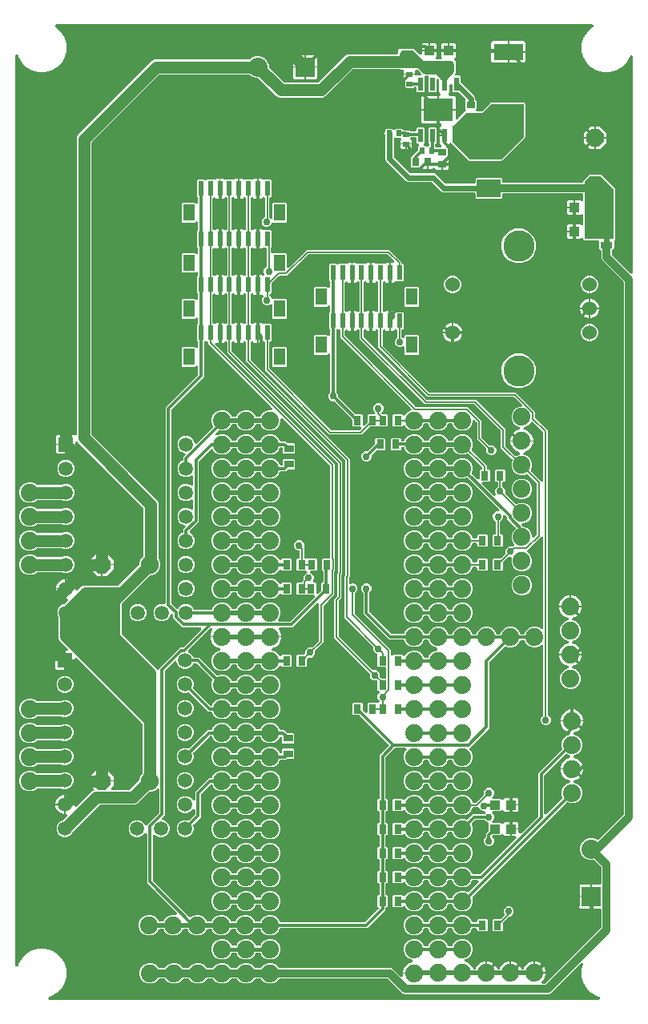
<source format=gbr>
G04 EAGLE Gerber RS-274X export*
G75*
%MOMM*%
%FSLAX34Y34*%
%LPD*%
%INTop Copper*%
%IPPOS*%
%AMOC8*
5,1,8,0,0,1.08239X$1,22.5*%
G01*
G04 Define Apertures*
%ADD10C,1.905000*%
%ADD11P,2.06195X8X202.5*%
%ADD12R,1.100000X1.000000*%
%ADD13C,1.508000*%
%ADD14R,1.508000X1.508000*%
%ADD15C,1.879600*%
%ADD16R,2.032000X2.032000*%
%ADD17C,2.032000*%
%ADD18R,0.798700X0.973900*%
%ADD19R,0.973900X0.798700*%
%ADD20C,1.524000*%
%ADD21C,3.302000*%
%ADD22R,0.600000X1.550000*%
%ADD23R,1.200000X1.800000*%
%ADD24R,0.533400X1.460500*%
%ADD25R,3.100000X2.400000*%
%ADD26R,1.000000X1.100000*%
%ADD27R,0.644000X0.535100*%
%ADD28R,3.129200X1.799400*%
%ADD29R,0.700000X0.900000*%
%ADD30R,0.900000X0.700000*%
%ADD31R,0.535100X0.644000*%
%ADD32R,2.499359X1.899919*%
%ADD33P,2.06195X8X112.5*%
%ADD34R,1.270000X0.660400*%
%ADD35C,0.304800*%
%ADD36C,0.508000*%
%ADD37C,1.270000*%
%ADD38C,0.406400*%
%ADD39C,0.756400*%
%ADD40C,0.152400*%
%ADD41C,0.812800*%
%ADD42C,0.609600*%
G36*
X271610Y10281D02*
X271015Y10160D01*
X-309115Y10160D01*
X-309813Y10329D01*
X-310287Y10709D01*
X-310574Y11243D01*
X-310631Y11847D01*
X-310447Y12425D01*
X-310053Y12886D01*
X-309510Y13156D01*
X-307402Y13721D01*
X-301436Y17165D01*
X-296565Y22036D01*
X-293121Y28002D01*
X-291338Y34656D01*
X-291338Y41544D01*
X-293121Y48198D01*
X-296565Y54164D01*
X-301436Y59035D01*
X-307402Y62479D01*
X-314056Y64262D01*
X-320944Y64262D01*
X-327598Y62479D01*
X-333564Y59035D01*
X-338435Y54164D01*
X-341879Y48198D01*
X-342444Y46090D01*
X-342788Y45460D01*
X-343277Y45101D01*
X-343867Y44961D01*
X-344465Y45063D01*
X-344976Y45390D01*
X-345319Y45890D01*
X-345440Y46485D01*
X-345440Y1007615D01*
X-345271Y1008313D01*
X-344891Y1008787D01*
X-344357Y1009074D01*
X-343753Y1009131D01*
X-343175Y1008947D01*
X-342714Y1008553D01*
X-342444Y1008010D01*
X-341879Y1005902D01*
X-338435Y999936D01*
X-333564Y995065D01*
X-327598Y991621D01*
X-320944Y989838D01*
X-314056Y989838D01*
X-307402Y991621D01*
X-301436Y995065D01*
X-296565Y999936D01*
X-293121Y1005902D01*
X-291338Y1012556D01*
X-291338Y1019444D01*
X-293121Y1026098D01*
X-296565Y1032064D01*
X-301436Y1036935D01*
X-302928Y1037796D01*
X-303191Y1037988D01*
X-303550Y1038477D01*
X-303689Y1039067D01*
X-303588Y1039665D01*
X-303261Y1040176D01*
X-302761Y1040519D01*
X-302166Y1040640D01*
X264066Y1040640D01*
X264390Y1040605D01*
X264945Y1040361D01*
X265361Y1039920D01*
X265572Y1039351D01*
X265544Y1038745D01*
X265283Y1038198D01*
X264828Y1037796D01*
X263336Y1036935D01*
X258465Y1032064D01*
X255021Y1026098D01*
X253238Y1019444D01*
X253238Y1012556D01*
X255021Y1005902D01*
X258465Y999936D01*
X263336Y995065D01*
X269302Y991621D01*
X275956Y989838D01*
X282844Y989838D01*
X289498Y991621D01*
X295464Y995065D01*
X300335Y999936D01*
X303779Y1005902D01*
X304144Y1007263D01*
X304488Y1007894D01*
X304977Y1008253D01*
X305567Y1008392D01*
X306165Y1008290D01*
X306676Y1007964D01*
X307019Y1007463D01*
X307140Y1006869D01*
X307140Y778735D01*
X307046Y778208D01*
X306727Y777692D01*
X306233Y777341D01*
X305640Y777211D01*
X305044Y777322D01*
X304538Y777657D01*
X285434Y796761D01*
X285109Y797244D01*
X284988Y797839D01*
X284988Y801243D01*
X285090Y801792D01*
X285417Y802303D01*
X285918Y802646D01*
X286348Y802734D01*
X287274Y803660D01*
X287274Y811601D01*
X287305Y811907D01*
X287543Y812465D01*
X287855Y812766D01*
X287845Y812777D01*
X288120Y813023D01*
X288275Y813214D01*
X288397Y813428D01*
X288482Y813658D01*
X288533Y813919D01*
X288544Y814113D01*
X288544Y866078D01*
X288519Y866385D01*
X288460Y866624D01*
X288363Y866850D01*
X288226Y867065D01*
X288060Y867255D01*
X274171Y881144D01*
X273937Y881343D01*
X273726Y881470D01*
X273498Y881562D01*
X273248Y881617D01*
X272998Y881634D01*
X261682Y881634D01*
X261375Y881609D01*
X261136Y881550D01*
X260910Y881453D01*
X260695Y881316D01*
X260505Y881150D01*
X255506Y876151D01*
X255307Y875917D01*
X255180Y875706D01*
X255088Y875478D01*
X255033Y875228D01*
X255016Y874978D01*
X255016Y874958D01*
X255014Y874947D01*
X255012Y874926D01*
X255010Y874926D01*
X254914Y874409D01*
X254587Y873898D01*
X254086Y873555D01*
X253492Y873434D01*
X170388Y873434D01*
X169838Y873537D01*
X169327Y873864D01*
X168984Y874364D01*
X168864Y874958D01*
X168864Y877977D01*
X167971Y878870D01*
X141715Y878870D01*
X140822Y877977D01*
X140822Y873942D01*
X140720Y873393D01*
X140393Y872882D01*
X139893Y872539D01*
X139298Y872418D01*
X109838Y872418D01*
X109266Y872530D01*
X108761Y872865D01*
X98913Y882712D01*
X97232Y883409D01*
X72557Y883409D01*
X71986Y883520D01*
X71480Y883855D01*
X54916Y900419D01*
X54590Y900902D01*
X54470Y901496D01*
X54470Y919357D01*
X54572Y919906D01*
X54899Y920417D01*
X55399Y920760D01*
X55994Y920881D01*
X60619Y920881D01*
X61145Y920787D01*
X61661Y920468D01*
X62012Y919973D01*
X62142Y919381D01*
X62031Y918785D01*
X61696Y918279D01*
X61550Y918133D01*
X61550Y915167D01*
X73070Y915167D01*
X73070Y918133D01*
X72297Y918905D01*
X71991Y919344D01*
X71852Y919934D01*
X71953Y920532D01*
X72280Y921043D01*
X72780Y921386D01*
X73375Y921507D01*
X76835Y921507D01*
X77384Y921405D01*
X77895Y921078D01*
X78238Y920577D01*
X78359Y919983D01*
X78359Y915448D01*
X79252Y914555D01*
X79621Y914555D01*
X80148Y914461D01*
X80664Y914142D01*
X81015Y913648D01*
X81145Y913055D01*
X81034Y912459D01*
X80699Y911953D01*
X80122Y911376D01*
X80122Y908267D01*
X80010Y907695D01*
X79675Y907190D01*
X73976Y901491D01*
X73493Y901165D01*
X73263Y901118D01*
X72296Y900152D01*
X72296Y889889D01*
X73189Y888997D01*
X81451Y888997D01*
X82024Y889569D01*
X82485Y889885D01*
X83077Y890015D01*
X83674Y889904D01*
X84179Y889569D01*
X85768Y887981D01*
X89558Y887981D01*
X89558Y895783D01*
X91082Y895783D01*
X91082Y887981D01*
X94872Y887981D01*
X95768Y888877D01*
X96207Y889183D01*
X96797Y889322D01*
X97395Y889221D01*
X97906Y888894D01*
X98249Y888394D01*
X98291Y888187D01*
X99858Y886620D01*
X104648Y886620D01*
X104648Y893422D01*
X112450Y893422D01*
X112450Y897212D01*
X110861Y898801D01*
X110545Y899262D01*
X110415Y899854D01*
X110526Y900450D01*
X110861Y900956D01*
X111434Y901529D01*
X111434Y909791D01*
X110288Y910937D01*
X109982Y911376D01*
X109842Y911966D01*
X109944Y912564D01*
X110271Y913075D01*
X110771Y913418D01*
X111366Y913539D01*
X111669Y913539D01*
X113218Y915088D01*
X113995Y915504D01*
X114602Y915503D01*
X115160Y915265D01*
X115581Y914829D01*
X115634Y914745D01*
X115800Y914555D01*
X133499Y896856D01*
X133733Y896657D01*
X133944Y896530D01*
X134172Y896438D01*
X134422Y896383D01*
X134672Y896366D01*
X167578Y896366D01*
X167885Y896391D01*
X168124Y896450D01*
X168350Y896547D01*
X168565Y896684D01*
X168755Y896850D01*
X192804Y920899D01*
X193003Y921133D01*
X193130Y921344D01*
X193222Y921572D01*
X193277Y921822D01*
X193294Y922072D01*
X193294Y956248D01*
X193269Y956555D01*
X193210Y956794D01*
X193113Y957020D01*
X192981Y957227D01*
X192817Y957410D01*
X192626Y957565D01*
X192412Y957687D01*
X192182Y957772D01*
X191922Y957823D01*
X191727Y957834D01*
X157542Y957834D01*
X157235Y957809D01*
X156996Y957750D01*
X156770Y957653D01*
X156555Y957516D01*
X156365Y957350D01*
X148405Y949390D01*
X147922Y949065D01*
X147328Y948944D01*
X142889Y948944D01*
X142362Y949038D01*
X141846Y949357D01*
X141495Y949851D01*
X141365Y950444D01*
X141476Y951040D01*
X141811Y951546D01*
X141914Y951649D01*
X141914Y959911D01*
X140908Y960917D01*
X140583Y961400D01*
X140462Y961995D01*
X140462Y963533D01*
X139766Y965213D01*
X125287Y979692D01*
X124962Y980175D01*
X124841Y980770D01*
X124841Y985797D01*
X123948Y986690D01*
X120936Y986690D01*
X120415Y986782D01*
X119898Y987098D01*
X119545Y987591D01*
X119412Y988183D01*
X119521Y988780D01*
X119562Y988882D01*
X119617Y989132D01*
X119634Y989382D01*
X119634Y1001968D01*
X119609Y1002275D01*
X119550Y1002514D01*
X119453Y1002740D01*
X119321Y1002947D01*
X119157Y1003130D01*
X119009Y1003250D01*
X118573Y1003819D01*
X118443Y1004411D01*
X118555Y1005007D01*
X118889Y1005513D01*
X119715Y1006338D01*
X119715Y1012128D01*
X104635Y1012128D01*
X104635Y1006338D01*
X104817Y1006156D01*
X105123Y1005717D01*
X105262Y1005127D01*
X105161Y1004529D01*
X104834Y1004018D01*
X104334Y1003675D01*
X103739Y1003554D01*
X100000Y1003554D01*
X99473Y1003648D01*
X98957Y1003967D01*
X98606Y1004461D01*
X98476Y1005054D01*
X98587Y1005650D01*
X98922Y1006156D01*
X99285Y1006518D01*
X99285Y1012308D01*
X84205Y1012308D01*
X84205Y1010020D01*
X84111Y1009493D01*
X83792Y1008977D01*
X83297Y1008626D01*
X82705Y1008496D01*
X82109Y1008607D01*
X81603Y1008942D01*
X76051Y1014494D01*
X75817Y1014693D01*
X75606Y1014820D01*
X75378Y1014912D01*
X75128Y1014967D01*
X74878Y1014984D01*
X61022Y1014984D01*
X60715Y1014959D01*
X60476Y1014900D01*
X60250Y1014803D01*
X60043Y1014671D01*
X59860Y1014507D01*
X59705Y1014316D01*
X59583Y1014102D01*
X59498Y1013872D01*
X59447Y1013612D01*
X59436Y1013417D01*
X59436Y1010706D01*
X59334Y1010157D01*
X59007Y1009646D01*
X58506Y1009303D01*
X57912Y1009182D01*
X6267Y1009182D01*
X3373Y1007983D01*
X-24954Y979656D01*
X-25437Y979331D01*
X-26031Y979210D01*
X-61093Y979210D01*
X-61665Y979321D01*
X-62171Y979656D01*
X-77240Y994725D01*
X-77565Y995208D01*
X-77686Y995803D01*
X-77686Y998044D01*
X-79465Y1002338D01*
X-82752Y1005625D01*
X-87046Y1007404D01*
X-91694Y1007404D01*
X-95988Y1005625D01*
X-97573Y1004040D01*
X-98057Y1003715D01*
X-98651Y1003594D01*
X-198122Y1003594D01*
X-201016Y1002395D01*
X-279471Y923940D01*
X-280670Y921046D01*
X-280670Y607821D01*
X-280764Y607295D01*
X-281083Y606779D01*
X-281577Y606428D01*
X-282170Y606298D01*
X-282766Y606409D01*
X-283272Y606744D01*
X-283508Y606980D01*
X-291338Y606980D01*
X-291338Y597662D01*
X-282020Y597662D01*
X-282020Y598221D01*
X-281926Y598747D01*
X-281607Y599263D01*
X-281113Y599614D01*
X-280520Y599745D01*
X-279924Y599633D01*
X-279418Y599298D01*
X-210631Y530511D01*
X-210306Y530028D01*
X-210185Y529434D01*
X-210185Y479172D01*
X-210296Y478600D01*
X-210631Y478094D01*
X-212567Y476159D01*
X-214249Y472098D01*
X-214249Y470618D01*
X-214360Y470046D01*
X-214695Y469540D01*
X-236114Y448121D01*
X-236597Y447796D01*
X-237192Y447675D01*
X-272965Y447675D01*
X-275859Y446476D01*
X-279418Y442917D01*
X-279857Y442611D01*
X-280447Y442472D01*
X-281045Y442573D01*
X-281556Y442900D01*
X-281899Y443400D01*
X-281968Y443738D01*
X-291338Y443738D01*
X-291338Y434374D01*
X-291068Y434326D01*
X-290552Y434007D01*
X-290201Y433513D01*
X-290071Y432920D01*
X-290182Y432324D01*
X-290517Y431818D01*
X-294147Y428188D01*
X-294642Y427858D01*
X-297234Y426784D01*
X-299784Y424234D01*
X-301164Y420903D01*
X-301164Y417297D01*
X-300090Y414704D01*
X-299974Y414121D01*
X-299974Y392444D01*
X-298775Y389550D01*
X-290511Y381285D01*
X-290205Y380846D01*
X-290065Y380256D01*
X-290167Y379658D01*
X-290494Y379147D01*
X-290994Y378804D01*
X-291588Y378684D01*
X-292147Y378684D01*
X-292147Y369366D01*
X-282829Y369366D01*
X-282829Y369924D01*
X-282735Y370451D01*
X-282416Y370967D01*
X-281922Y371318D01*
X-281329Y371448D01*
X-280733Y371337D01*
X-280227Y371002D01*
X-211520Y302295D01*
X-211195Y301812D01*
X-211074Y301217D01*
X-211074Y249683D01*
X-211185Y249111D01*
X-211520Y248605D01*
X-212567Y247559D01*
X-214249Y243498D01*
X-214249Y242812D01*
X-214360Y242240D01*
X-214695Y241734D01*
X-224208Y232221D01*
X-224691Y231896D01*
X-225286Y231775D01*
X-242783Y231775D01*
X-243310Y231869D01*
X-243826Y232188D01*
X-244177Y232682D01*
X-244307Y233275D01*
X-244196Y233871D01*
X-243861Y234377D01*
X-241935Y236303D01*
X-241935Y240538D01*
X-266065Y240538D01*
X-266065Y236303D01*
X-263104Y233341D01*
X-262792Y232891D01*
X-262658Y232300D01*
X-262764Y231703D01*
X-263095Y231194D01*
X-263598Y230855D01*
X-264272Y230576D01*
X-280227Y214621D01*
X-280666Y214315D01*
X-281256Y214175D01*
X-281854Y214277D01*
X-282365Y214604D01*
X-282708Y215104D01*
X-282777Y215442D01*
X-292147Y215442D01*
X-292147Y206078D01*
X-291877Y206030D01*
X-291361Y205711D01*
X-291010Y205216D01*
X-290880Y204624D01*
X-290991Y204028D01*
X-291326Y203522D01*
X-294956Y199892D01*
X-295451Y199562D01*
X-298043Y198488D01*
X-300593Y195938D01*
X-301973Y192606D01*
X-301973Y189001D01*
X-300593Y185669D01*
X-298043Y183120D01*
X-294712Y181740D01*
X-291106Y181740D01*
X-287775Y183120D01*
X-285225Y185669D01*
X-284151Y188262D01*
X-283821Y188756D01*
X-256996Y215581D01*
X-256513Y215906D01*
X-255919Y216027D01*
X-219827Y216027D01*
X-216933Y217226D01*
X-204354Y229805D01*
X-203871Y230130D01*
X-203276Y230251D01*
X-201002Y230251D01*
X-196941Y231933D01*
X-196150Y232725D01*
X-195711Y233031D01*
X-195121Y233170D01*
X-194523Y233069D01*
X-194012Y232742D01*
X-193669Y232242D01*
X-193548Y231647D01*
X-193548Y208480D01*
X-193659Y207908D01*
X-193994Y207402D01*
X-206368Y195029D01*
X-206818Y194718D01*
X-207409Y194583D01*
X-208006Y194690D01*
X-208514Y195021D01*
X-208853Y195524D01*
X-209025Y195938D01*
X-211575Y198488D01*
X-214906Y199868D01*
X-218512Y199868D01*
X-221843Y198488D01*
X-224393Y195938D01*
X-225773Y192606D01*
X-225773Y189001D01*
X-224393Y185669D01*
X-221843Y183120D01*
X-218512Y181740D01*
X-214906Y181740D01*
X-211575Y183120D01*
X-208850Y185845D01*
X-208411Y186151D01*
X-207821Y186290D01*
X-207223Y186188D01*
X-206712Y185862D01*
X-206369Y185361D01*
X-206248Y184767D01*
X-206248Y133536D01*
X-175135Y102424D01*
X-174829Y101985D01*
X-174690Y101395D01*
X-174792Y100797D01*
X-175118Y100286D01*
X-175619Y99943D01*
X-176213Y99822D01*
X-180769Y99822D01*
X-184784Y98159D01*
X-187856Y95087D01*
X-188346Y93905D01*
X-188659Y93428D01*
X-189159Y93085D01*
X-189754Y92964D01*
X-192840Y92964D01*
X-193401Y93071D01*
X-193909Y93402D01*
X-194248Y93905D01*
X-194738Y95087D01*
X-197810Y98159D01*
X-201824Y99822D01*
X-206169Y99822D01*
X-210184Y98159D01*
X-213256Y95087D01*
X-214919Y91073D01*
X-214919Y86728D01*
X-213256Y82713D01*
X-210184Y79641D01*
X-206169Y77978D01*
X-201824Y77978D01*
X-197810Y79641D01*
X-194738Y82713D01*
X-194248Y83895D01*
X-193935Y84372D01*
X-193434Y84715D01*
X-192840Y84836D01*
X-189754Y84836D01*
X-189193Y84729D01*
X-188685Y84398D01*
X-188346Y83895D01*
X-187856Y82713D01*
X-184784Y79641D01*
X-180769Y77978D01*
X-176424Y77978D01*
X-172410Y79641D01*
X-169338Y82713D01*
X-168848Y83895D01*
X-168535Y84372D01*
X-168034Y84715D01*
X-167440Y84836D01*
X-164354Y84836D01*
X-163793Y84729D01*
X-163285Y84398D01*
X-162946Y83895D01*
X-162456Y82713D01*
X-159384Y79641D01*
X-155369Y77978D01*
X-151024Y77978D01*
X-147010Y79641D01*
X-143938Y82713D01*
X-143448Y83895D01*
X-143135Y84372D01*
X-142634Y84715D01*
X-142040Y84836D01*
X-138954Y84836D01*
X-138393Y84729D01*
X-137885Y84398D01*
X-137546Y83895D01*
X-137056Y82713D01*
X-133984Y79641D01*
X-129969Y77978D01*
X-125624Y77978D01*
X-121610Y79641D01*
X-118538Y82713D01*
X-118048Y83895D01*
X-117735Y84372D01*
X-117234Y84715D01*
X-116640Y84836D01*
X-113554Y84836D01*
X-112993Y84729D01*
X-112485Y84398D01*
X-112146Y83895D01*
X-111656Y82713D01*
X-108584Y79641D01*
X-104569Y77978D01*
X-100224Y77978D01*
X-96210Y79641D01*
X-93138Y82713D01*
X-92648Y83895D01*
X-92335Y84372D01*
X-91834Y84715D01*
X-91240Y84836D01*
X-87357Y84836D01*
X-86796Y84729D01*
X-86288Y84398D01*
X-85949Y83895D01*
X-85459Y82713D01*
X-82387Y79641D01*
X-78373Y77978D01*
X-74028Y77978D01*
X-70013Y79641D01*
X-66941Y82713D01*
X-66030Y84911D01*
X-65717Y85388D01*
X-65217Y85731D01*
X-64622Y85852D01*
X26663Y85852D01*
X45696Y104885D01*
X45696Y106383D01*
X45798Y106932D01*
X46125Y107443D01*
X46626Y107786D01*
X47220Y107907D01*
X47273Y107907D01*
X48166Y108799D01*
X48166Y119801D01*
X47273Y120694D01*
X47220Y120694D01*
X46671Y120796D01*
X46160Y121123D01*
X45817Y121623D01*
X45696Y122218D01*
X45696Y131783D01*
X45798Y132332D01*
X46125Y132843D01*
X46626Y133186D01*
X47220Y133307D01*
X47273Y133307D01*
X48166Y134199D01*
X48166Y145201D01*
X47273Y146094D01*
X47220Y146094D01*
X46671Y146196D01*
X46160Y146523D01*
X45817Y147023D01*
X45696Y147618D01*
X45696Y157183D01*
X45798Y157732D01*
X46125Y158243D01*
X46626Y158586D01*
X47220Y158707D01*
X47273Y158707D01*
X48166Y159599D01*
X48166Y170601D01*
X47273Y171494D01*
X47220Y171494D01*
X46671Y171596D01*
X46160Y171923D01*
X45817Y172423D01*
X45696Y173018D01*
X45696Y182583D01*
X45798Y183132D01*
X46125Y183643D01*
X46626Y183986D01*
X47220Y184107D01*
X47273Y184107D01*
X48166Y184999D01*
X48166Y196001D01*
X47273Y196894D01*
X47220Y196894D01*
X46671Y196996D01*
X46160Y197323D01*
X45817Y197823D01*
X45696Y198418D01*
X45696Y207983D01*
X45798Y208532D01*
X46125Y209043D01*
X46626Y209386D01*
X47220Y209507D01*
X47273Y209507D01*
X48166Y210399D01*
X48166Y221401D01*
X47273Y222294D01*
X47220Y222294D01*
X46671Y222396D01*
X46160Y222723D01*
X45817Y223223D01*
X45696Y223818D01*
X45696Y265568D01*
X45807Y266140D01*
X46142Y266646D01*
X55148Y275652D01*
X55631Y275977D01*
X56226Y276098D01*
X66473Y276098D01*
X66999Y276004D01*
X67515Y275685D01*
X67866Y275191D01*
X67997Y274598D01*
X67885Y274002D01*
X67550Y273496D01*
X66941Y272887D01*
X65278Y268873D01*
X65278Y264528D01*
X66941Y260513D01*
X70013Y257441D01*
X74028Y255778D01*
X78373Y255778D01*
X82387Y257441D01*
X85459Y260513D01*
X86370Y262711D01*
X86683Y263188D01*
X87183Y263531D01*
X87778Y263652D01*
X90022Y263652D01*
X90583Y263545D01*
X91091Y263214D01*
X91430Y262711D01*
X92341Y260513D01*
X95413Y257441D01*
X99428Y255778D01*
X103773Y255778D01*
X107787Y257441D01*
X110859Y260513D01*
X111770Y262711D01*
X112083Y263188D01*
X112583Y263531D01*
X113178Y263652D01*
X115422Y263652D01*
X115983Y263545D01*
X116491Y263214D01*
X116830Y262711D01*
X117741Y260513D01*
X120813Y257441D01*
X124828Y255778D01*
X129173Y255778D01*
X133187Y257441D01*
X136259Y260513D01*
X137922Y264528D01*
X137922Y268873D01*
X136259Y272887D01*
X134908Y274238D01*
X134592Y274699D01*
X134462Y275292D01*
X134573Y275888D01*
X134908Y276393D01*
X155448Y296933D01*
X155448Y366406D01*
X155559Y366978D01*
X155894Y367484D01*
X171409Y382999D01*
X171881Y383320D01*
X172475Y383445D01*
X173070Y383329D01*
X175628Y382270D01*
X179973Y382270D01*
X183987Y383933D01*
X187059Y387005D01*
X187970Y389203D01*
X188283Y389680D01*
X188783Y390023D01*
X189378Y390144D01*
X191622Y390144D01*
X192183Y390037D01*
X192691Y389706D01*
X193030Y389203D01*
X193941Y387005D01*
X197013Y383933D01*
X201028Y382270D01*
X205373Y382270D01*
X209387Y383933D01*
X209996Y384542D01*
X210435Y384848D01*
X211025Y384988D01*
X211623Y384886D01*
X212134Y384559D01*
X212477Y384059D01*
X212598Y383465D01*
X212598Y311262D01*
X212487Y310690D01*
X212152Y310185D01*
X210587Y308620D01*
X209779Y306670D01*
X209779Y304559D01*
X210587Y302609D01*
X212080Y301116D01*
X214030Y300309D01*
X216141Y300309D01*
X218091Y301116D01*
X219584Y302609D01*
X220391Y304559D01*
X220391Y306670D01*
X219584Y308620D01*
X218077Y310127D01*
X217634Y310418D01*
X217291Y310918D01*
X217170Y311513D01*
X217170Y611563D01*
X204227Y624506D01*
X203902Y624989D01*
X203781Y625583D01*
X203781Y631605D01*
X183875Y651510D01*
X93073Y651510D01*
X92501Y651621D01*
X91995Y651956D01*
X43132Y700819D01*
X42807Y701302D01*
X42686Y701897D01*
X42686Y716652D01*
X42788Y717201D01*
X43115Y717712D01*
X43616Y718055D01*
X44210Y718176D01*
X44571Y718176D01*
X44657Y718195D01*
X45254Y718084D01*
X45759Y717749D01*
X46348Y717160D01*
X49638Y717160D01*
X49638Y737740D01*
X46348Y737740D01*
X45759Y737151D01*
X45299Y736836D01*
X44707Y736705D01*
X44606Y736724D01*
X44210Y736724D01*
X43661Y736826D01*
X43150Y737153D01*
X42807Y737654D01*
X42686Y738248D01*
X42686Y767452D01*
X42788Y768001D01*
X43115Y768512D01*
X43616Y768855D01*
X44210Y768976D01*
X44571Y768976D01*
X44657Y768995D01*
X45254Y768884D01*
X45759Y768549D01*
X46348Y767960D01*
X49638Y767960D01*
X49638Y788540D01*
X46348Y788540D01*
X45759Y787951D01*
X45299Y787636D01*
X44707Y787505D01*
X44606Y787524D01*
X36229Y787524D01*
X36143Y787505D01*
X35547Y787616D01*
X35041Y787951D01*
X34452Y788540D01*
X31162Y788540D01*
X31162Y767960D01*
X34452Y767960D01*
X35041Y768549D01*
X35503Y768865D01*
X36095Y768995D01*
X36196Y768976D01*
X36590Y768976D01*
X37139Y768874D01*
X37650Y768547D01*
X37993Y768046D01*
X38114Y767452D01*
X38114Y738248D01*
X38012Y737699D01*
X37685Y737188D01*
X37184Y736845D01*
X36590Y736724D01*
X36229Y736724D01*
X36143Y736705D01*
X35547Y736816D01*
X35041Y737151D01*
X34452Y737740D01*
X31162Y737740D01*
X31162Y717160D01*
X34452Y717160D01*
X35041Y717749D01*
X35503Y718065D01*
X36095Y718195D01*
X36196Y718176D01*
X36590Y718176D01*
X37139Y718074D01*
X37650Y717747D01*
X37993Y717246D01*
X38114Y716652D01*
X38114Y699372D01*
X90994Y646492D01*
X91300Y646053D01*
X91440Y645463D01*
X91338Y644865D01*
X91011Y644354D01*
X90511Y644011D01*
X89916Y643890D01*
X89916Y643890D01*
X89344Y644001D01*
X88839Y644336D01*
X23132Y710043D01*
X22807Y710526D01*
X22686Y711120D01*
X22686Y716652D01*
X22788Y717201D01*
X23115Y717712D01*
X23616Y718055D01*
X24210Y718176D01*
X24571Y718176D01*
X24657Y718195D01*
X25254Y718084D01*
X25759Y717749D01*
X26348Y717160D01*
X29638Y717160D01*
X29638Y737740D01*
X26348Y737740D01*
X25759Y737151D01*
X25299Y736836D01*
X24707Y736705D01*
X24606Y736724D01*
X24210Y736724D01*
X23661Y736826D01*
X23150Y737153D01*
X22807Y737654D01*
X22686Y738248D01*
X22686Y767452D01*
X22788Y768001D01*
X23115Y768512D01*
X23616Y768855D01*
X24210Y768976D01*
X24571Y768976D01*
X24657Y768995D01*
X25254Y768884D01*
X25759Y768549D01*
X26348Y767960D01*
X29638Y767960D01*
X29638Y788540D01*
X26348Y788540D01*
X25759Y787951D01*
X25299Y787636D01*
X24707Y787505D01*
X24606Y787524D01*
X16229Y787524D01*
X16143Y787505D01*
X15547Y787616D01*
X15041Y787951D01*
X14452Y788540D01*
X11162Y788540D01*
X11162Y767960D01*
X14452Y767960D01*
X15041Y768549D01*
X15503Y768865D01*
X16095Y768995D01*
X16196Y768976D01*
X16590Y768976D01*
X17139Y768874D01*
X17650Y768547D01*
X17993Y768046D01*
X18114Y767452D01*
X18114Y738248D01*
X18012Y737699D01*
X17685Y737188D01*
X17184Y736845D01*
X16590Y736724D01*
X16229Y736724D01*
X16143Y736705D01*
X15547Y736816D01*
X15041Y737151D01*
X14452Y737740D01*
X11162Y737740D01*
X11162Y717160D01*
X14452Y717160D01*
X15041Y717749D01*
X15503Y718065D01*
X16095Y718195D01*
X16196Y718176D01*
X16590Y718176D01*
X17139Y718074D01*
X17650Y717747D01*
X17993Y717246D01*
X18114Y716652D01*
X18114Y708595D01*
X87838Y638872D01*
X88144Y638433D01*
X88283Y637843D01*
X88182Y637245D01*
X87855Y636734D01*
X87354Y636391D01*
X86760Y636270D01*
X78761Y636270D01*
X78189Y636381D01*
X77684Y636716D01*
X3132Y711268D01*
X2807Y711751D01*
X2686Y712345D01*
X2686Y716652D01*
X2788Y717201D01*
X3115Y717712D01*
X3616Y718055D01*
X4210Y718176D01*
X4571Y718176D01*
X4657Y718195D01*
X5254Y718084D01*
X5759Y717749D01*
X6348Y717160D01*
X9638Y717160D01*
X9638Y737740D01*
X6348Y737740D01*
X5759Y737151D01*
X5299Y736836D01*
X4707Y736705D01*
X4606Y736724D01*
X4210Y736724D01*
X3661Y736826D01*
X3150Y737153D01*
X2807Y737654D01*
X2686Y738248D01*
X2686Y767452D01*
X2788Y768001D01*
X3115Y768512D01*
X3616Y768855D01*
X4210Y768976D01*
X4571Y768976D01*
X4657Y768995D01*
X5254Y768884D01*
X5759Y768549D01*
X6348Y767960D01*
X9638Y767960D01*
X9638Y788540D01*
X6348Y788540D01*
X5759Y787951D01*
X5299Y787636D01*
X4707Y787505D01*
X4606Y787524D01*
X-3231Y787524D01*
X-3522Y787233D01*
X-3983Y786917D01*
X-4576Y786787D01*
X-5172Y786898D01*
X-5678Y787233D01*
X-5969Y787524D01*
X-13231Y787524D01*
X-14124Y786631D01*
X-14124Y769869D01*
X-13094Y768839D01*
X-12769Y768356D01*
X-12648Y767761D01*
X-12648Y763883D01*
X-12742Y763356D01*
X-13061Y762840D01*
X-13555Y762489D01*
X-14148Y762359D01*
X-14744Y762470D01*
X-15250Y762805D01*
X-15969Y763524D01*
X-29231Y763524D01*
X-30124Y762631D01*
X-30124Y743369D01*
X-29231Y742476D01*
X-15969Y742476D01*
X-15250Y743195D01*
X-14811Y743501D01*
X-14221Y743641D01*
X-13623Y743539D01*
X-13112Y743212D01*
X-12769Y742712D01*
X-12648Y742117D01*
X-12648Y737939D01*
X-12759Y737367D01*
X-13094Y736861D01*
X-14124Y735831D01*
X-14124Y719069D01*
X-13094Y718039D01*
X-12769Y717556D01*
X-12648Y716961D01*
X-12648Y713083D01*
X-12742Y712556D01*
X-13061Y712040D01*
X-13555Y711689D01*
X-14148Y711559D01*
X-14744Y711670D01*
X-15250Y712005D01*
X-15969Y712724D01*
X-29231Y712724D01*
X-30124Y711831D01*
X-30124Y692569D01*
X-29231Y691676D01*
X-15969Y691676D01*
X-15250Y692395D01*
X-14811Y692701D01*
X-14221Y692841D01*
X-13623Y692739D01*
X-13112Y692412D01*
X-12769Y691912D01*
X-12648Y691317D01*
X-12648Y652965D01*
X-12759Y652393D01*
X-13094Y651887D01*
X-14098Y650884D01*
X-14906Y648933D01*
X-14906Y646823D01*
X-14098Y644872D01*
X-12606Y643380D01*
X-10655Y642572D01*
X-9236Y642572D01*
X-8664Y642461D01*
X-8158Y642126D01*
X10014Y623953D01*
X10340Y623470D01*
X10461Y622876D01*
X10461Y616799D01*
X11353Y615907D01*
X18976Y615907D01*
X19503Y615813D01*
X20019Y615494D01*
X20370Y614999D01*
X20500Y614407D01*
X20389Y613811D01*
X20054Y613305D01*
X19081Y612332D01*
X18598Y612007D01*
X18004Y611886D01*
X-11122Y611886D01*
X-11694Y611997D01*
X-12199Y612332D01*
X-76568Y676701D01*
X-76893Y677184D01*
X-77014Y677778D01*
X-77014Y703952D01*
X-76912Y704501D01*
X-76585Y705012D01*
X-76084Y705355D01*
X-75714Y705430D01*
X-74776Y706369D01*
X-74776Y723131D01*
X-75669Y724024D01*
X-83472Y724024D01*
X-83557Y724005D01*
X-84154Y724116D01*
X-84659Y724451D01*
X-85248Y725040D01*
X-88538Y725040D01*
X-88538Y704460D01*
X-85248Y704460D01*
X-84659Y705049D01*
X-84198Y705365D01*
X-83606Y705495D01*
X-83505Y705476D01*
X-83110Y705476D01*
X-82561Y705374D01*
X-82050Y705047D01*
X-81707Y704546D01*
X-81586Y703952D01*
X-81586Y675253D01*
X-13647Y607314D01*
X20529Y607314D01*
X28675Y615460D01*
X29158Y615786D01*
X29753Y615907D01*
X47273Y615907D01*
X48166Y616799D01*
X48166Y627801D01*
X47273Y628694D01*
X42977Y628694D01*
X42450Y628787D01*
X41934Y629106D01*
X41583Y629601D01*
X41453Y630193D01*
X41564Y630789D01*
X41899Y631295D01*
X42598Y631994D01*
X43406Y633945D01*
X43406Y636055D01*
X42598Y638006D01*
X41106Y639498D01*
X39155Y640306D01*
X37045Y640306D01*
X35094Y639498D01*
X33602Y638006D01*
X32794Y636055D01*
X32794Y633945D01*
X33602Y631994D01*
X34301Y631295D01*
X34607Y630856D01*
X34747Y630266D01*
X34645Y629668D01*
X34318Y629157D01*
X33818Y628814D01*
X33223Y628694D01*
X27657Y628694D01*
X26765Y627801D01*
X26765Y620647D01*
X26653Y620075D01*
X26318Y619569D01*
X24097Y617348D01*
X23658Y617042D01*
X23068Y616902D01*
X22470Y617004D01*
X21959Y617331D01*
X21616Y617831D01*
X21496Y618426D01*
X21496Y627801D01*
X20603Y628694D01*
X14526Y628694D01*
X13954Y628805D01*
X13449Y629140D01*
X-3848Y646436D01*
X-4173Y646919D01*
X-4294Y647514D01*
X-4294Y648933D01*
X-5102Y650884D01*
X-6106Y651887D01*
X-6431Y652371D01*
X-6552Y652965D01*
X-6552Y716961D01*
X-6441Y717533D01*
X-6106Y718039D01*
X-5678Y718467D01*
X-5217Y718783D01*
X-4624Y718913D01*
X-4028Y718802D01*
X-3522Y718467D01*
X-3190Y718135D01*
X-2861Y718074D01*
X-2350Y717747D01*
X-2007Y717246D01*
X-1886Y716652D01*
X-1886Y709820D01*
X72899Y635035D01*
X73210Y634586D01*
X73345Y633994D01*
X73238Y633397D01*
X72907Y632889D01*
X72404Y632550D01*
X70013Y631559D01*
X66941Y628487D01*
X66889Y628361D01*
X66592Y627902D01*
X66098Y627551D01*
X65505Y627421D01*
X64909Y627532D01*
X64403Y627867D01*
X63577Y628694D01*
X54327Y628694D01*
X53435Y627801D01*
X53435Y616799D01*
X54327Y615907D01*
X63577Y615907D01*
X64403Y616733D01*
X64853Y617044D01*
X65444Y617179D01*
X66042Y617072D01*
X66550Y616742D01*
X66889Y616239D01*
X66941Y616113D01*
X70013Y613041D01*
X74028Y611378D01*
X78373Y611378D01*
X82387Y613041D01*
X85459Y616113D01*
X86370Y618311D01*
X86683Y618788D01*
X87183Y619131D01*
X87778Y619252D01*
X90022Y619252D01*
X90583Y619145D01*
X91091Y618814D01*
X91430Y618311D01*
X92341Y616113D01*
X95413Y613041D01*
X99428Y611378D01*
X103773Y611378D01*
X107787Y613041D01*
X110859Y616113D01*
X111770Y618311D01*
X112083Y618788D01*
X112583Y619131D01*
X113178Y619252D01*
X115422Y619252D01*
X115983Y619145D01*
X116491Y618814D01*
X116830Y618311D01*
X117741Y616113D01*
X120813Y613041D01*
X124828Y611378D01*
X129173Y611378D01*
X133187Y613041D01*
X136259Y616113D01*
X137922Y620128D01*
X137922Y620990D01*
X138016Y621516D01*
X138335Y622032D01*
X138829Y622383D01*
X139422Y622513D01*
X140018Y622402D01*
X140524Y622067D01*
X142137Y620453D01*
X142463Y619970D01*
X142584Y619376D01*
X142584Y602213D01*
X151752Y593045D01*
X152073Y592573D01*
X152198Y591979D01*
X152174Y591854D01*
X152174Y589495D01*
X152982Y587544D01*
X154474Y586052D01*
X156425Y585244D01*
X158535Y585244D01*
X160486Y586052D01*
X161978Y587544D01*
X162786Y589495D01*
X162786Y591605D01*
X161978Y593556D01*
X160486Y595048D01*
X158535Y595856D01*
X156204Y595856D01*
X156087Y595832D01*
X155491Y595943D01*
X154985Y596278D01*
X147602Y603661D01*
X147276Y604144D01*
X147156Y604738D01*
X147156Y621901D01*
X132340Y636716D01*
X132034Y637155D01*
X131895Y637745D01*
X131996Y638343D01*
X132323Y638854D01*
X132823Y639197D01*
X133418Y639318D01*
X139062Y639318D01*
X139634Y639207D01*
X140139Y638872D01*
X167345Y611666D01*
X167670Y611183D01*
X167791Y610589D01*
X167791Y593291D01*
X179634Y581448D01*
X179955Y580976D01*
X180080Y580382D01*
X179964Y579787D01*
X178889Y577191D01*
X178889Y572846D01*
X180552Y568831D01*
X183624Y565759D01*
X187638Y564096D01*
X191983Y564096D01*
X194943Y565322D01*
X195502Y565438D01*
X196099Y565327D01*
X196604Y564992D01*
X205040Y556556D01*
X205365Y556073D01*
X205486Y555479D01*
X205486Y501834D01*
X205375Y501262D01*
X205040Y500756D01*
X203335Y499051D01*
X202896Y498745D01*
X202305Y498605D01*
X201708Y498707D01*
X201197Y499034D01*
X200854Y499534D01*
X200733Y500128D01*
X200733Y500991D01*
X199070Y505005D01*
X195998Y508077D01*
X191983Y509740D01*
X191629Y509740D01*
X191057Y509851D01*
X190552Y510186D01*
X190044Y510694D01*
X189738Y511133D01*
X189598Y511723D01*
X189700Y512321D01*
X190027Y512832D01*
X190527Y513175D01*
X191121Y513296D01*
X191983Y513296D01*
X195998Y514959D01*
X199070Y518031D01*
X200733Y522046D01*
X200733Y526391D01*
X199070Y530405D01*
X195998Y533477D01*
X191983Y535140D01*
X187638Y535140D01*
X184678Y533914D01*
X184119Y533798D01*
X183523Y533909D01*
X183018Y534244D01*
X172630Y544632D01*
X172309Y545104D01*
X172184Y545698D01*
X172208Y545823D01*
X172208Y548182D01*
X171400Y550133D01*
X169751Y551781D01*
X169652Y551847D01*
X169309Y552347D01*
X169188Y552941D01*
X169188Y555963D01*
X169290Y556512D01*
X169617Y557023D01*
X170118Y557366D01*
X170712Y557487D01*
X171527Y557487D01*
X172420Y558379D01*
X172420Y569381D01*
X171527Y570274D01*
X162277Y570274D01*
X161385Y569381D01*
X161385Y558379D01*
X162277Y557487D01*
X163092Y557487D01*
X163641Y557384D01*
X164152Y557057D01*
X164495Y556557D01*
X164616Y555963D01*
X164616Y552941D01*
X164509Y552381D01*
X164178Y551872D01*
X164072Y551801D01*
X162404Y550133D01*
X161596Y548182D01*
X161596Y546072D01*
X162098Y544859D01*
X162213Y544348D01*
X162121Y543749D01*
X161802Y543233D01*
X161307Y542882D01*
X160715Y542752D01*
X160118Y542863D01*
X159613Y543198D01*
X147926Y554885D01*
X147620Y555324D01*
X147480Y555914D01*
X147582Y556512D01*
X147909Y557023D01*
X148409Y557366D01*
X149003Y557487D01*
X155223Y557487D01*
X156116Y558379D01*
X156116Y569381D01*
X155223Y570274D01*
X154408Y570274D01*
X153859Y570376D01*
X153348Y570703D01*
X153005Y571203D01*
X152884Y571798D01*
X152884Y574249D01*
X137026Y590107D01*
X136705Y590579D01*
X136580Y591172D01*
X136696Y591767D01*
X137922Y594728D01*
X137922Y599073D01*
X136259Y603087D01*
X133187Y606159D01*
X129173Y607822D01*
X124828Y607822D01*
X120813Y606159D01*
X117741Y603087D01*
X117251Y601905D01*
X116938Y601428D01*
X116438Y601085D01*
X115843Y600964D01*
X112757Y600964D01*
X112196Y601071D01*
X111688Y601402D01*
X111349Y601905D01*
X110859Y603087D01*
X107787Y606159D01*
X103773Y607822D01*
X99428Y607822D01*
X95413Y606159D01*
X92341Y603087D01*
X91851Y601905D01*
X91538Y601428D01*
X91038Y601085D01*
X90443Y600964D01*
X87357Y600964D01*
X86796Y601071D01*
X86288Y601402D01*
X85949Y601905D01*
X85459Y603087D01*
X82387Y606159D01*
X78373Y607822D01*
X74028Y607822D01*
X70013Y606159D01*
X66941Y603087D01*
X66146Y601168D01*
X65833Y600691D01*
X65332Y600348D01*
X64738Y600227D01*
X63733Y600227D01*
X63184Y600330D01*
X62673Y600657D01*
X62330Y601157D01*
X62209Y601751D01*
X62209Y602680D01*
X61316Y603573D01*
X52067Y603573D01*
X51174Y602680D01*
X51174Y591679D01*
X52067Y590786D01*
X61316Y590786D01*
X62209Y591679D01*
X62209Y592607D01*
X62311Y593157D01*
X62638Y593668D01*
X63139Y594011D01*
X63733Y594131D01*
X64507Y594131D01*
X65067Y594025D01*
X65576Y593694D01*
X65915Y593191D01*
X66941Y590713D01*
X70013Y587641D01*
X74028Y585978D01*
X78373Y585978D01*
X82387Y587641D01*
X85459Y590713D01*
X85949Y591895D01*
X86262Y592372D01*
X86762Y592715D01*
X87357Y592836D01*
X90443Y592836D01*
X91004Y592729D01*
X91512Y592398D01*
X91851Y591895D01*
X92341Y590713D01*
X95413Y587641D01*
X99428Y585978D01*
X103773Y585978D01*
X107787Y587641D01*
X110859Y590713D01*
X111349Y591895D01*
X111662Y592372D01*
X112162Y592715D01*
X112757Y592836D01*
X115843Y592836D01*
X116404Y592729D01*
X116912Y592398D01*
X117251Y591895D01*
X117741Y590713D01*
X120813Y587641D01*
X124828Y585978D01*
X129173Y585978D01*
X132133Y587204D01*
X132691Y587320D01*
X133288Y587209D01*
X133793Y586874D01*
X147792Y572875D01*
X148098Y572436D01*
X148238Y571846D01*
X148136Y571248D01*
X147809Y570737D01*
X147309Y570394D01*
X146714Y570274D01*
X145973Y570274D01*
X145081Y569381D01*
X145081Y561409D01*
X144987Y560883D01*
X144668Y560367D01*
X144173Y560016D01*
X143581Y559885D01*
X142985Y559997D01*
X142479Y560332D01*
X137342Y565469D01*
X137021Y565941D01*
X136896Y566534D01*
X137012Y567129D01*
X137922Y569328D01*
X137922Y573673D01*
X136259Y577687D01*
X133187Y580759D01*
X129173Y582422D01*
X124828Y582422D01*
X120813Y580759D01*
X117741Y577687D01*
X117251Y576505D01*
X116938Y576028D01*
X116438Y575685D01*
X115843Y575564D01*
X112757Y575564D01*
X112196Y575671D01*
X111688Y576002D01*
X111349Y576505D01*
X110859Y577687D01*
X107787Y580759D01*
X103773Y582422D01*
X99428Y582422D01*
X95413Y580759D01*
X92341Y577687D01*
X91851Y576505D01*
X91538Y576028D01*
X91038Y575685D01*
X90443Y575564D01*
X87357Y575564D01*
X86796Y575671D01*
X86288Y576002D01*
X85949Y576505D01*
X85459Y577687D01*
X82387Y580759D01*
X78373Y582422D01*
X74028Y582422D01*
X70013Y580759D01*
X66941Y577687D01*
X65278Y573673D01*
X65278Y569328D01*
X66941Y565313D01*
X70013Y562241D01*
X74028Y560578D01*
X78373Y560578D01*
X82387Y562241D01*
X85459Y565313D01*
X85949Y566495D01*
X86262Y566972D01*
X86762Y567315D01*
X87357Y567436D01*
X90443Y567436D01*
X91004Y567329D01*
X91512Y566998D01*
X91851Y566495D01*
X92341Y565313D01*
X95413Y562241D01*
X99428Y560578D01*
X103773Y560578D01*
X107787Y562241D01*
X110859Y565313D01*
X111349Y566495D01*
X111662Y566972D01*
X112162Y567315D01*
X112757Y567436D01*
X115843Y567436D01*
X116404Y567329D01*
X116912Y566998D01*
X117251Y566495D01*
X117741Y565313D01*
X120813Y562241D01*
X124828Y560578D01*
X129172Y560578D01*
X131371Y561488D01*
X131929Y561604D01*
X132526Y561493D01*
X133031Y561158D01*
X165582Y528608D01*
X165888Y528169D01*
X166027Y527579D01*
X165926Y526981D01*
X165599Y526470D01*
X165099Y526127D01*
X164504Y526006D01*
X163565Y526006D01*
X161614Y525198D01*
X160122Y523706D01*
X159314Y521755D01*
X159314Y519645D01*
X160122Y517694D01*
X161771Y516046D01*
X161870Y515980D01*
X162213Y515480D01*
X162334Y514885D01*
X162334Y503218D01*
X162232Y502668D01*
X161905Y502157D01*
X161404Y501814D01*
X160810Y501694D01*
X159737Y501694D01*
X158845Y500801D01*
X158845Y489799D01*
X159737Y488907D01*
X168987Y488907D01*
X169880Y489799D01*
X169880Y500801D01*
X168987Y501694D01*
X168430Y501694D01*
X167881Y501796D01*
X167370Y502123D01*
X167027Y502623D01*
X166906Y503218D01*
X166906Y514885D01*
X167013Y515446D01*
X167344Y515955D01*
X167450Y516026D01*
X169118Y517694D01*
X169926Y519645D01*
X169926Y520584D01*
X170020Y521111D01*
X170339Y521627D01*
X170833Y521978D01*
X171426Y522108D01*
X172022Y521997D01*
X172528Y521662D01*
X173871Y520319D01*
X174196Y519836D01*
X174317Y519241D01*
X174317Y517800D01*
X176549Y515568D01*
X182754Y509363D01*
X183070Y508902D01*
X183201Y508309D01*
X183089Y507713D01*
X182754Y507208D01*
X180552Y505005D01*
X178889Y500991D01*
X178889Y496646D01*
X180552Y492631D01*
X181161Y492022D01*
X181467Y491583D01*
X181607Y490993D01*
X181505Y490395D01*
X181178Y489884D01*
X180678Y489541D01*
X180536Y489512D01*
X180366Y489342D01*
X179893Y489021D01*
X179300Y488895D01*
X179175Y488920D01*
X176815Y488920D01*
X174865Y488112D01*
X173372Y486619D01*
X172565Y484669D01*
X172565Y482482D01*
X172649Y482075D01*
X172538Y481479D01*
X172203Y480974D01*
X167969Y476740D01*
X167486Y476414D01*
X166891Y476294D01*
X159737Y476294D01*
X158845Y475401D01*
X158845Y464399D01*
X159737Y463507D01*
X168987Y463507D01*
X169880Y464399D01*
X169880Y471553D01*
X169991Y472125D01*
X170326Y472631D01*
X175556Y477861D01*
X176039Y478187D01*
X176634Y478308D01*
X177734Y478308D01*
X178272Y478210D01*
X178785Y477887D01*
X179132Y477389D01*
X179257Y476796D01*
X179142Y476201D01*
X178889Y475591D01*
X178889Y471246D01*
X180552Y467231D01*
X183624Y464159D01*
X187638Y462496D01*
X191983Y462496D01*
X195998Y464159D01*
X199070Y467231D01*
X200733Y471246D01*
X200733Y475591D01*
X199070Y479605D01*
X195790Y482885D01*
X195474Y483346D01*
X195344Y483938D01*
X195455Y484535D01*
X195790Y485040D01*
X209996Y499247D01*
X210435Y499553D01*
X211025Y499693D01*
X211623Y499591D01*
X212134Y499264D01*
X212477Y498764D01*
X212598Y498169D01*
X212598Y402919D01*
X212504Y402393D01*
X212185Y401877D01*
X211691Y401526D01*
X211098Y401396D01*
X210502Y401507D01*
X209996Y401842D01*
X209387Y402451D01*
X205373Y404114D01*
X201028Y404114D01*
X197013Y402451D01*
X193941Y399379D01*
X193030Y397181D01*
X192717Y396704D01*
X192217Y396361D01*
X191622Y396240D01*
X189378Y396240D01*
X188817Y396347D01*
X188309Y396678D01*
X187970Y397181D01*
X187059Y399379D01*
X183987Y402451D01*
X179973Y404114D01*
X175628Y404114D01*
X171613Y402451D01*
X168541Y399379D01*
X167630Y397181D01*
X167317Y396704D01*
X166817Y396361D01*
X166222Y396240D01*
X163978Y396240D01*
X163417Y396347D01*
X162909Y396678D01*
X162570Y397181D01*
X161659Y399379D01*
X158587Y402451D01*
X154573Y404114D01*
X150228Y404114D01*
X146213Y402451D01*
X143141Y399379D01*
X142230Y397181D01*
X141917Y396704D01*
X141417Y396361D01*
X140822Y396240D01*
X138578Y396240D01*
X138017Y396347D01*
X137509Y396678D01*
X137170Y397181D01*
X136259Y399379D01*
X133187Y402451D01*
X129173Y404114D01*
X124828Y404114D01*
X120813Y402451D01*
X117741Y399379D01*
X116830Y397181D01*
X116517Y396704D01*
X116017Y396361D01*
X115422Y396240D01*
X113178Y396240D01*
X112617Y396347D01*
X112109Y396678D01*
X111770Y397181D01*
X110859Y399379D01*
X107787Y402451D01*
X103773Y404114D01*
X99428Y404114D01*
X95413Y402451D01*
X92341Y399379D01*
X91641Y397689D01*
X91327Y397212D01*
X90827Y396869D01*
X90233Y396748D01*
X87778Y396748D01*
X87217Y396855D01*
X86709Y397186D01*
X86370Y397689D01*
X85459Y399887D01*
X82387Y402959D01*
X78373Y404622D01*
X74028Y404622D01*
X70013Y402959D01*
X66941Y399887D01*
X66030Y397689D01*
X65717Y397212D01*
X65217Y396869D01*
X64622Y396748D01*
X52694Y396748D01*
X52122Y396859D01*
X51616Y397194D01*
X28894Y419916D01*
X28569Y420399D01*
X28448Y420994D01*
X28448Y439413D01*
X28559Y439985D01*
X28894Y440491D01*
X29898Y441494D01*
X30706Y443445D01*
X30706Y445555D01*
X29898Y447506D01*
X28406Y448998D01*
X26455Y449806D01*
X24345Y449806D01*
X22394Y448998D01*
X20902Y447506D01*
X20094Y445555D01*
X20094Y443445D01*
X20902Y441494D01*
X21906Y440491D01*
X22231Y440007D01*
X22352Y439413D01*
X22352Y417837D01*
X49537Y390652D01*
X64622Y390652D01*
X65183Y390545D01*
X65691Y390214D01*
X66030Y389711D01*
X66941Y387513D01*
X70013Y384441D01*
X74028Y382778D01*
X78373Y382778D01*
X82387Y384441D01*
X85459Y387513D01*
X86370Y389711D01*
X86683Y390188D01*
X87183Y390531D01*
X87778Y390652D01*
X89812Y390652D01*
X90373Y390545D01*
X90881Y390214D01*
X91220Y389711D01*
X92341Y387005D01*
X95413Y383933D01*
X99708Y382154D01*
X100158Y381866D01*
X100513Y381374D01*
X100648Y380782D01*
X100541Y380185D01*
X100211Y379677D01*
X99708Y379338D01*
X95413Y377559D01*
X92341Y374487D01*
X91430Y372289D01*
X91117Y371812D01*
X90617Y371469D01*
X90022Y371348D01*
X87778Y371348D01*
X87217Y371455D01*
X86709Y371786D01*
X86370Y372289D01*
X85459Y374487D01*
X82387Y377559D01*
X78373Y379222D01*
X74028Y379222D01*
X70013Y377559D01*
X66941Y374487D01*
X66889Y374361D01*
X66592Y373902D01*
X66098Y373551D01*
X65505Y373421D01*
X64909Y373532D01*
X64403Y373867D01*
X63577Y374694D01*
X54327Y374694D01*
X53815Y374181D01*
X53376Y373875D01*
X52786Y373736D01*
X52188Y373838D01*
X51677Y374164D01*
X51334Y374665D01*
X51214Y375259D01*
X51214Y379701D01*
X13487Y417428D01*
X13161Y417911D01*
X13041Y418505D01*
X13041Y438685D01*
X13148Y439246D01*
X13479Y439755D01*
X13584Y439826D01*
X15253Y441494D01*
X16061Y443445D01*
X16061Y445555D01*
X15253Y447506D01*
X13760Y448998D01*
X11810Y449806D01*
X9699Y449806D01*
X9080Y449549D01*
X8545Y449434D01*
X7947Y449536D01*
X7436Y449863D01*
X7093Y450363D01*
X6973Y450957D01*
X6973Y455338D01*
X7084Y455910D01*
X7419Y456415D01*
X7828Y456824D01*
X7828Y581529D01*
X-96568Y685924D01*
X-96893Y686407D01*
X-97014Y687002D01*
X-97014Y703952D01*
X-96912Y704501D01*
X-96585Y705012D01*
X-96084Y705355D01*
X-95490Y705476D01*
X-95129Y705476D01*
X-95043Y705495D01*
X-94446Y705384D01*
X-93941Y705049D01*
X-93352Y704460D01*
X-90062Y704460D01*
X-90062Y725040D01*
X-93352Y725040D01*
X-93941Y724451D01*
X-94402Y724135D01*
X-94994Y724005D01*
X-95095Y724024D01*
X-95490Y724024D01*
X-96039Y724126D01*
X-96550Y724453D01*
X-96893Y724954D01*
X-97014Y725548D01*
X-97014Y754752D01*
X-96912Y755301D01*
X-96585Y755812D01*
X-96084Y756155D01*
X-95490Y756276D01*
X-95129Y756276D01*
X-95043Y756295D01*
X-94446Y756184D01*
X-93941Y755849D01*
X-93352Y755260D01*
X-90062Y755260D01*
X-90062Y775840D01*
X-93352Y775840D01*
X-93941Y775251D01*
X-94402Y774935D01*
X-94994Y774805D01*
X-95095Y774824D01*
X-95490Y774824D01*
X-96039Y774926D01*
X-96550Y775253D01*
X-96893Y775754D01*
X-97014Y776348D01*
X-97014Y803192D01*
X-96912Y803741D01*
X-96585Y804252D01*
X-96084Y804595D01*
X-95490Y804716D01*
X-95129Y804716D01*
X-95043Y804735D01*
X-94446Y804624D01*
X-93941Y804289D01*
X-93352Y803700D01*
X-90062Y803700D01*
X-90062Y824280D01*
X-93352Y824280D01*
X-93941Y823691D01*
X-94402Y823375D01*
X-94994Y823245D01*
X-95095Y823264D01*
X-95490Y823264D01*
X-96039Y823366D01*
X-96550Y823693D01*
X-96893Y824194D01*
X-97014Y824788D01*
X-97014Y856352D01*
X-96912Y856901D01*
X-96585Y857412D01*
X-96084Y857755D01*
X-95490Y857876D01*
X-95129Y857876D01*
X-95043Y857895D01*
X-94446Y857784D01*
X-93941Y857449D01*
X-93352Y856860D01*
X-90062Y856860D01*
X-90062Y877440D01*
X-93352Y877440D01*
X-93941Y876851D01*
X-94402Y876535D01*
X-94994Y876405D01*
X-95095Y876424D01*
X-103472Y876424D01*
X-103557Y876405D01*
X-104154Y876516D01*
X-104659Y876851D01*
X-105248Y877440D01*
X-108538Y877440D01*
X-108538Y856860D01*
X-105248Y856860D01*
X-104659Y857449D01*
X-104198Y857765D01*
X-103606Y857895D01*
X-103505Y857876D01*
X-103110Y857876D01*
X-102561Y857774D01*
X-102050Y857447D01*
X-101707Y856946D01*
X-101586Y856352D01*
X-101586Y824788D01*
X-101688Y824239D01*
X-102015Y823728D01*
X-102516Y823385D01*
X-103110Y823264D01*
X-103472Y823264D01*
X-103557Y823245D01*
X-104154Y823356D01*
X-104659Y823691D01*
X-105248Y824280D01*
X-108538Y824280D01*
X-108538Y803700D01*
X-105248Y803700D01*
X-104659Y804289D01*
X-104198Y804605D01*
X-103606Y804735D01*
X-103505Y804716D01*
X-103110Y804716D01*
X-102561Y804614D01*
X-102050Y804287D01*
X-101707Y803786D01*
X-101586Y803192D01*
X-101586Y776348D01*
X-101688Y775799D01*
X-102015Y775288D01*
X-102516Y774945D01*
X-103110Y774824D01*
X-103472Y774824D01*
X-103557Y774805D01*
X-104154Y774916D01*
X-104659Y775251D01*
X-105248Y775840D01*
X-108538Y775840D01*
X-108538Y755260D01*
X-105248Y755260D01*
X-104659Y755849D01*
X-104198Y756165D01*
X-103606Y756295D01*
X-103505Y756276D01*
X-103110Y756276D01*
X-102561Y756174D01*
X-102050Y755847D01*
X-101707Y755346D01*
X-101586Y754752D01*
X-101586Y725548D01*
X-101688Y724999D01*
X-102015Y724488D01*
X-102516Y724145D01*
X-103110Y724024D01*
X-103472Y724024D01*
X-103557Y724005D01*
X-104154Y724116D01*
X-104659Y724451D01*
X-105248Y725040D01*
X-108538Y725040D01*
X-108538Y704460D01*
X-105248Y704460D01*
X-104659Y705049D01*
X-104198Y705365D01*
X-103606Y705495D01*
X-103505Y705476D01*
X-103110Y705476D01*
X-102561Y705374D01*
X-102050Y705047D01*
X-101707Y704546D01*
X-101586Y703952D01*
X-101586Y684477D01*
X2809Y580082D01*
X3135Y579598D01*
X3256Y579004D01*
X3256Y579004D01*
X3162Y578477D01*
X2843Y577961D01*
X2348Y577610D01*
X1756Y577480D01*
X1160Y577591D01*
X654Y577926D01*
X-116568Y695148D01*
X-116893Y695631D01*
X-117014Y696225D01*
X-117014Y703952D01*
X-116912Y704501D01*
X-116585Y705012D01*
X-116084Y705355D01*
X-115490Y705476D01*
X-115129Y705476D01*
X-115043Y705495D01*
X-114446Y705384D01*
X-113941Y705049D01*
X-113352Y704460D01*
X-110062Y704460D01*
X-110062Y725040D01*
X-113352Y725040D01*
X-113941Y724451D01*
X-114402Y724135D01*
X-114994Y724005D01*
X-115095Y724024D01*
X-115490Y724024D01*
X-116039Y724126D01*
X-116550Y724453D01*
X-116893Y724954D01*
X-117014Y725548D01*
X-117014Y754752D01*
X-116912Y755301D01*
X-116585Y755812D01*
X-116084Y756155D01*
X-115490Y756276D01*
X-115129Y756276D01*
X-115043Y756295D01*
X-114446Y756184D01*
X-113941Y755849D01*
X-113352Y755260D01*
X-110062Y755260D01*
X-110062Y775840D01*
X-113352Y775840D01*
X-113941Y775251D01*
X-114402Y774935D01*
X-114994Y774805D01*
X-115095Y774824D01*
X-115490Y774824D01*
X-116039Y774926D01*
X-116550Y775253D01*
X-116893Y775754D01*
X-117014Y776348D01*
X-117014Y803192D01*
X-116912Y803741D01*
X-116585Y804252D01*
X-116084Y804595D01*
X-115490Y804716D01*
X-115129Y804716D01*
X-115043Y804735D01*
X-114446Y804624D01*
X-113941Y804289D01*
X-113352Y803700D01*
X-110062Y803700D01*
X-110062Y824280D01*
X-113352Y824280D01*
X-113941Y823691D01*
X-114402Y823375D01*
X-114994Y823245D01*
X-115095Y823264D01*
X-115490Y823264D01*
X-116039Y823366D01*
X-116550Y823693D01*
X-116893Y824194D01*
X-117014Y824788D01*
X-117014Y856352D01*
X-116912Y856901D01*
X-116585Y857412D01*
X-116084Y857755D01*
X-115490Y857876D01*
X-115129Y857876D01*
X-115043Y857895D01*
X-114446Y857784D01*
X-113941Y857449D01*
X-113352Y856860D01*
X-110062Y856860D01*
X-110062Y877440D01*
X-113352Y877440D01*
X-113941Y876851D01*
X-114402Y876535D01*
X-114994Y876405D01*
X-115095Y876424D01*
X-123472Y876424D01*
X-123557Y876405D01*
X-124154Y876516D01*
X-124659Y876851D01*
X-125248Y877440D01*
X-128538Y877440D01*
X-128538Y856860D01*
X-125248Y856860D01*
X-124659Y857449D01*
X-124198Y857765D01*
X-123606Y857895D01*
X-123505Y857876D01*
X-123110Y857876D01*
X-122561Y857774D01*
X-122050Y857447D01*
X-121707Y856946D01*
X-121586Y856352D01*
X-121586Y824788D01*
X-121688Y824239D01*
X-122015Y823728D01*
X-122516Y823385D01*
X-123110Y823264D01*
X-123472Y823264D01*
X-123557Y823245D01*
X-124154Y823356D01*
X-124659Y823691D01*
X-125248Y824280D01*
X-128538Y824280D01*
X-128538Y803700D01*
X-125248Y803700D01*
X-124659Y804289D01*
X-124198Y804605D01*
X-123606Y804735D01*
X-123505Y804716D01*
X-123110Y804716D01*
X-122561Y804614D01*
X-122050Y804287D01*
X-121707Y803786D01*
X-121586Y803192D01*
X-121586Y776348D01*
X-121688Y775799D01*
X-122015Y775288D01*
X-122516Y774945D01*
X-123110Y774824D01*
X-123472Y774824D01*
X-123557Y774805D01*
X-124154Y774916D01*
X-124659Y775251D01*
X-125248Y775840D01*
X-128538Y775840D01*
X-128538Y755260D01*
X-125248Y755260D01*
X-124659Y755849D01*
X-124198Y756165D01*
X-123606Y756295D01*
X-123505Y756276D01*
X-123110Y756276D01*
X-122561Y756174D01*
X-122050Y755847D01*
X-121707Y755346D01*
X-121586Y754752D01*
X-121586Y725548D01*
X-121688Y724999D01*
X-122015Y724488D01*
X-122516Y724145D01*
X-123110Y724024D01*
X-123472Y724024D01*
X-123557Y724005D01*
X-124154Y724116D01*
X-124659Y724451D01*
X-125248Y725040D01*
X-128538Y725040D01*
X-128538Y704460D01*
X-125248Y704460D01*
X-124659Y705049D01*
X-124198Y705365D01*
X-123606Y705495D01*
X-123505Y705476D01*
X-123110Y705476D01*
X-122561Y705374D01*
X-122050Y705047D01*
X-121707Y704546D01*
X-121586Y703952D01*
X-121586Y693700D01*
X-4811Y576925D01*
X-4485Y576442D01*
X-4365Y575848D01*
X-4365Y477295D01*
X-4458Y476768D01*
X-4777Y476252D01*
X-5272Y475901D01*
X-5864Y475771D01*
X-6460Y475882D01*
X-6966Y476217D01*
X-7821Y477072D01*
X-8147Y477555D01*
X-8268Y478150D01*
X-8268Y576071D01*
X-134055Y701858D01*
X-134361Y702297D01*
X-134500Y702887D01*
X-134399Y703485D01*
X-134072Y703996D01*
X-133571Y704339D01*
X-132977Y704460D01*
X-130062Y704460D01*
X-130062Y725040D01*
X-133352Y725040D01*
X-133941Y724451D01*
X-134402Y724135D01*
X-134994Y724005D01*
X-135095Y724024D01*
X-135490Y724024D01*
X-136039Y724126D01*
X-136550Y724453D01*
X-136893Y724954D01*
X-137014Y725548D01*
X-137014Y754752D01*
X-136912Y755301D01*
X-136585Y755812D01*
X-136084Y756155D01*
X-135490Y756276D01*
X-135129Y756276D01*
X-135043Y756295D01*
X-134446Y756184D01*
X-133941Y755849D01*
X-133352Y755260D01*
X-130062Y755260D01*
X-130062Y775840D01*
X-133352Y775840D01*
X-133941Y775251D01*
X-134402Y774935D01*
X-134994Y774805D01*
X-135095Y774824D01*
X-135490Y774824D01*
X-136039Y774926D01*
X-136550Y775253D01*
X-136893Y775754D01*
X-137014Y776348D01*
X-137014Y803192D01*
X-136912Y803741D01*
X-136585Y804252D01*
X-136084Y804595D01*
X-135490Y804716D01*
X-135129Y804716D01*
X-135043Y804735D01*
X-134446Y804624D01*
X-133941Y804289D01*
X-133352Y803700D01*
X-130062Y803700D01*
X-130062Y824280D01*
X-133352Y824280D01*
X-133941Y823691D01*
X-134402Y823375D01*
X-134994Y823245D01*
X-135095Y823264D01*
X-135490Y823264D01*
X-136039Y823366D01*
X-136550Y823693D01*
X-136893Y824194D01*
X-137014Y824788D01*
X-137014Y856352D01*
X-136912Y856901D01*
X-136585Y857412D01*
X-136084Y857755D01*
X-135490Y857876D01*
X-135129Y857876D01*
X-135043Y857895D01*
X-134446Y857784D01*
X-133941Y857449D01*
X-133352Y856860D01*
X-130062Y856860D01*
X-130062Y877440D01*
X-133352Y877440D01*
X-133941Y876851D01*
X-134402Y876535D01*
X-134994Y876405D01*
X-135095Y876424D01*
X-142931Y876424D01*
X-143222Y876133D01*
X-143683Y875817D01*
X-144276Y875687D01*
X-144872Y875798D01*
X-145378Y876133D01*
X-145669Y876424D01*
X-152931Y876424D01*
X-153824Y875531D01*
X-153824Y858769D01*
X-152794Y857739D01*
X-152469Y857256D01*
X-152348Y856661D01*
X-152348Y852783D01*
X-152442Y852256D01*
X-152761Y851740D01*
X-153255Y851389D01*
X-153848Y851259D01*
X-154444Y851370D01*
X-154950Y851705D01*
X-155669Y852424D01*
X-168931Y852424D01*
X-169824Y851531D01*
X-169824Y832269D01*
X-168931Y831376D01*
X-155669Y831376D01*
X-154950Y832095D01*
X-154511Y832401D01*
X-153921Y832541D01*
X-153323Y832439D01*
X-152812Y832112D01*
X-152469Y831612D01*
X-152348Y831017D01*
X-152348Y824479D01*
X-152459Y823907D01*
X-152794Y823401D01*
X-153824Y822371D01*
X-153824Y805609D01*
X-152794Y804579D01*
X-152469Y804096D01*
X-152348Y803501D01*
X-152348Y799623D01*
X-152442Y799096D01*
X-152761Y798580D01*
X-153255Y798229D01*
X-153848Y798099D01*
X-154444Y798210D01*
X-154950Y798545D01*
X-155669Y799264D01*
X-168931Y799264D01*
X-169824Y798371D01*
X-169824Y779109D01*
X-168931Y778216D01*
X-155669Y778216D01*
X-154950Y778935D01*
X-154511Y779241D01*
X-153921Y779381D01*
X-153323Y779279D01*
X-152812Y778952D01*
X-152469Y778452D01*
X-152348Y777857D01*
X-152348Y776039D01*
X-152459Y775467D01*
X-152794Y774961D01*
X-153824Y773931D01*
X-153824Y757169D01*
X-152794Y756139D01*
X-152469Y755656D01*
X-152348Y755061D01*
X-152348Y751183D01*
X-152442Y750656D01*
X-152761Y750140D01*
X-153255Y749789D01*
X-153848Y749659D01*
X-154444Y749770D01*
X-154950Y750105D01*
X-155669Y750824D01*
X-168931Y750824D01*
X-169824Y749931D01*
X-169824Y730669D01*
X-168931Y729776D01*
X-155669Y729776D01*
X-154950Y730495D01*
X-154511Y730801D01*
X-153921Y730941D01*
X-153323Y730839D01*
X-152812Y730512D01*
X-152469Y730012D01*
X-152348Y729417D01*
X-152348Y725239D01*
X-152459Y724667D01*
X-152794Y724161D01*
X-153824Y723131D01*
X-153824Y706369D01*
X-152794Y705339D01*
X-152469Y704856D01*
X-152348Y704261D01*
X-152348Y700383D01*
X-152442Y699856D01*
X-152761Y699340D01*
X-153255Y698989D01*
X-153848Y698859D01*
X-154444Y698970D01*
X-154950Y699305D01*
X-155669Y700024D01*
X-168931Y700024D01*
X-169824Y699131D01*
X-169824Y679869D01*
X-168931Y678976D01*
X-155669Y678976D01*
X-154950Y679695D01*
X-154511Y680001D01*
X-153921Y680141D01*
X-153323Y680039D01*
X-152812Y679712D01*
X-152469Y679212D01*
X-152348Y678617D01*
X-152348Y671236D01*
X-152459Y670664D01*
X-152794Y670158D01*
X-186690Y636263D01*
X-186690Y429613D01*
X-186788Y429075D01*
X-187111Y428562D01*
X-187609Y428215D01*
X-188202Y428090D01*
X-188584Y428164D01*
X-192303Y428164D01*
X-195634Y426784D01*
X-198184Y424234D01*
X-199564Y420903D01*
X-199564Y417297D01*
X-198184Y413966D01*
X-195634Y411416D01*
X-192303Y410036D01*
X-188697Y410036D01*
X-185366Y411416D01*
X-182816Y413966D01*
X-181668Y416737D01*
X-181388Y417179D01*
X-180899Y417537D01*
X-180309Y417677D01*
X-179711Y417575D01*
X-179200Y417248D01*
X-178857Y416748D01*
X-178736Y416154D01*
X-178736Y413452D01*
X-168890Y403606D01*
X-150484Y403606D01*
X-149957Y403512D01*
X-149441Y403193D01*
X-149090Y402699D01*
X-148960Y402106D01*
X-149071Y401510D01*
X-149406Y401004D01*
X-167725Y382686D01*
X-168208Y382360D01*
X-168802Y382240D01*
X-171557Y382240D01*
X-193608Y360188D01*
X-193638Y360020D01*
X-193952Y359502D01*
X-194444Y359147D01*
X-195036Y359012D01*
X-195633Y359118D01*
X-196141Y359449D01*
X-196480Y359952D01*
X-196525Y360060D01*
X-232980Y396515D01*
X-233305Y396998D01*
X-233426Y397593D01*
X-233426Y427907D01*
X-233315Y428479D01*
X-232980Y428985D01*
X-203560Y458405D01*
X-203077Y458730D01*
X-202482Y458851D01*
X-201002Y458851D01*
X-196941Y460533D01*
X-193833Y463641D01*
X-192151Y467702D01*
X-192151Y472098D01*
X-193833Y476159D01*
X-193991Y476316D01*
X-194316Y476800D01*
X-194437Y477394D01*
X-194437Y534893D01*
X-195636Y537787D01*
X-264476Y606627D01*
X-264801Y607110D01*
X-264922Y607704D01*
X-264922Y915587D01*
X-264811Y916159D01*
X-264476Y916665D01*
X-193741Y987400D01*
X-193258Y987725D01*
X-192663Y987846D01*
X-98651Y987846D01*
X-98079Y987735D01*
X-97573Y987400D01*
X-95988Y985815D01*
X-91694Y984036D01*
X-89453Y984036D01*
X-88881Y983925D01*
X-88375Y983590D01*
X-69446Y964661D01*
X-66552Y963462D01*
X-20572Y963462D01*
X-17678Y964661D01*
X10649Y992988D01*
X11132Y993313D01*
X11726Y993434D01*
X60493Y993434D01*
X61279Y993215D01*
X61554Y993050D01*
X61782Y992958D01*
X62032Y992903D01*
X62282Y992886D01*
X63836Y992886D01*
X64385Y992784D01*
X64896Y992457D01*
X65239Y991956D01*
X65360Y991362D01*
X65360Y988817D01*
X76880Y988817D01*
X76880Y991362D01*
X76982Y991911D01*
X77309Y992422D01*
X77810Y992765D01*
X78404Y992886D01*
X78748Y992886D01*
X79319Y992775D01*
X79825Y992440D01*
X82973Y989292D01*
X83279Y988853D01*
X83419Y988263D01*
X83317Y987665D01*
X82990Y987154D01*
X82490Y986811D01*
X81896Y986690D01*
X79152Y986690D01*
X79043Y986614D01*
X78453Y986474D01*
X77855Y986576D01*
X77344Y986903D01*
X77076Y987293D01*
X65360Y987293D01*
X65360Y984327D01*
X66348Y983339D01*
X66664Y982878D01*
X66794Y982286D01*
X66683Y981690D01*
X66376Y981226D01*
X66376Y974598D01*
X67269Y973706D01*
X74971Y973706D01*
X75676Y974411D01*
X76160Y974736D01*
X76754Y974857D01*
X76835Y974857D01*
X77384Y974755D01*
X77895Y974428D01*
X78238Y973927D01*
X78359Y973333D01*
X78359Y969930D01*
X79252Y969037D01*
X85848Y969037D01*
X86741Y969930D01*
X86741Y985012D01*
X86843Y985561D01*
X87170Y986072D01*
X87671Y986415D01*
X88265Y986536D01*
X89535Y986536D01*
X90084Y986434D01*
X90595Y986107D01*
X90938Y985606D01*
X91059Y985012D01*
X91059Y969930D01*
X91952Y969037D01*
X98548Y969037D01*
X99441Y969930D01*
X99441Y981845D01*
X99535Y982371D01*
X99854Y982887D01*
X100348Y983238D01*
X100941Y983368D01*
X101537Y983257D01*
X102043Y982922D01*
X102170Y982795D01*
X102495Y982312D01*
X102616Y981718D01*
X102616Y969072D01*
X102641Y968765D01*
X102700Y968526D01*
X102797Y968300D01*
X102929Y968093D01*
X103093Y967909D01*
X103140Y967872D01*
X103565Y967325D01*
X103705Y966735D01*
X103603Y966137D01*
X103276Y965626D01*
X102776Y965283D01*
X102362Y965199D01*
X102362Y951385D01*
X119640Y951385D01*
X119640Y963675D01*
X118152Y965163D01*
X113719Y965163D01*
X113113Y965288D01*
X112616Y965635D01*
X112293Y966149D01*
X112196Y966748D01*
X112341Y967337D01*
X112704Y967823D01*
X112860Y967963D01*
X113015Y968154D01*
X113137Y968368D01*
X113222Y968598D01*
X113273Y968859D01*
X113284Y969053D01*
X113284Y976038D01*
X113374Y976553D01*
X113688Y977072D01*
X114180Y977426D01*
X114772Y977561D01*
X115369Y977455D01*
X115877Y977124D01*
X116216Y976621D01*
X116343Y976314D01*
X116459Y975731D01*
X116459Y969930D01*
X117352Y969037D01*
X122379Y969037D01*
X122951Y968926D01*
X123457Y968591D01*
X129924Y962124D01*
X130240Y961663D01*
X130370Y961071D01*
X130259Y960475D01*
X129924Y959969D01*
X129866Y959911D01*
X129866Y951649D01*
X130377Y951138D01*
X130794Y950360D01*
X130793Y949754D01*
X130555Y949196D01*
X130118Y948775D01*
X129885Y948626D01*
X129695Y948460D01*
X122242Y941007D01*
X121803Y940701D01*
X121213Y940561D01*
X120615Y940663D01*
X120104Y940990D01*
X119761Y941490D01*
X119640Y942085D01*
X119640Y949861D01*
X102362Y949861D01*
X102362Y936083D01*
X103410Y936083D01*
X103937Y935989D01*
X104453Y935670D01*
X104804Y935175D01*
X104934Y934583D01*
X104823Y933987D01*
X104488Y933481D01*
X102743Y931736D01*
X102743Y924144D01*
X108712Y924144D01*
X108712Y922620D01*
X102743Y922620D01*
X102743Y915027D01*
X104484Y913286D01*
X104790Y912847D01*
X104930Y912257D01*
X104828Y911659D01*
X104501Y911148D01*
X104001Y910805D01*
X103407Y910684D01*
X99994Y910684D01*
X99422Y910795D01*
X98916Y911130D01*
X98744Y911302D01*
X98419Y911786D01*
X98298Y912380D01*
X98298Y913673D01*
X98409Y914245D01*
X98744Y914751D01*
X99441Y915448D01*
X99441Y931315D01*
X98548Y932208D01*
X91952Y932208D01*
X91059Y931315D01*
X91059Y915448D01*
X91636Y914871D01*
X91942Y914432D01*
X92082Y913842D01*
X91980Y913244D01*
X91653Y912733D01*
X91573Y912678D01*
X90474Y911578D01*
X90013Y911262D01*
X89420Y911132D01*
X88824Y911243D01*
X88318Y911578D01*
X87628Y912269D01*
X87242Y912269D01*
X86715Y912363D01*
X86199Y912682D01*
X85848Y913176D01*
X85718Y913769D01*
X85829Y914365D01*
X86164Y914871D01*
X86741Y915448D01*
X86741Y931315D01*
X85848Y932208D01*
X79252Y932208D01*
X78359Y931315D01*
X78359Y929127D01*
X78257Y928578D01*
X77930Y928067D01*
X77429Y927724D01*
X76835Y927603D01*
X72944Y927603D01*
X72372Y927714D01*
X71866Y928049D01*
X71161Y928755D01*
X65237Y928755D01*
X64665Y928866D01*
X64159Y929201D01*
X62992Y930369D01*
X56378Y930369D01*
X55688Y929678D01*
X55227Y929362D01*
X54634Y929232D01*
X54038Y929343D01*
X53532Y929678D01*
X52842Y930369D01*
X46228Y930369D01*
X45336Y929476D01*
X45336Y927736D01*
X45220Y927153D01*
X44963Y926534D01*
X44963Y924715D01*
X45210Y924120D01*
X45326Y923537D01*
X45326Y898062D01*
X46022Y896382D01*
X67443Y874961D01*
X69123Y874265D01*
X93798Y874265D01*
X94370Y874153D01*
X94876Y873818D01*
X104723Y863970D01*
X106404Y863274D01*
X139298Y863274D01*
X139848Y863172D01*
X140358Y862845D01*
X140701Y862345D01*
X140822Y861750D01*
X140822Y857715D01*
X141715Y856823D01*
X167971Y856823D01*
X168864Y857715D01*
X168864Y860734D01*
X168966Y861284D01*
X169293Y861795D01*
X169793Y862138D01*
X170388Y862258D01*
X253492Y862258D01*
X254041Y862156D01*
X254552Y861829D01*
X254895Y861329D01*
X255016Y860734D01*
X255016Y855345D01*
X254922Y854819D01*
X254603Y854303D01*
X254109Y853952D01*
X253516Y853822D01*
X252920Y853933D01*
X252414Y854268D01*
X252052Y854630D01*
X246262Y854630D01*
X246262Y839550D01*
X252052Y839550D01*
X252414Y839912D01*
X252853Y840218D01*
X253443Y840358D01*
X254041Y840256D01*
X254552Y839929D01*
X254895Y839429D01*
X255016Y838835D01*
X255016Y829945D01*
X254922Y829419D01*
X254603Y828903D01*
X254109Y828552D01*
X253516Y828422D01*
X252920Y828533D01*
X252414Y828868D01*
X252052Y829230D01*
X246262Y829230D01*
X246262Y814150D01*
X252052Y814150D01*
X252475Y814573D01*
X253139Y814962D01*
X253744Y815007D01*
X254318Y814813D01*
X254772Y814410D01*
X255032Y813862D01*
X255100Y813586D01*
X255197Y813360D01*
X255329Y813153D01*
X255493Y812970D01*
X255684Y812815D01*
X255898Y812693D01*
X256128Y812608D01*
X256389Y812557D01*
X256583Y812546D01*
X270002Y812546D01*
X270551Y812444D01*
X271062Y812117D01*
X271405Y811616D01*
X271526Y811022D01*
X271526Y803660D01*
X272449Y802737D01*
X272837Y802665D01*
X273348Y802338D01*
X273691Y801837D01*
X273812Y801243D01*
X273812Y793782D01*
X274663Y791728D01*
X297042Y769349D01*
X297367Y768866D01*
X297488Y768271D01*
X297488Y206146D01*
X297377Y205574D01*
X297042Y205068D01*
X271461Y179488D01*
X271002Y179173D01*
X270410Y179042D01*
X269813Y179152D01*
X269786Y179170D01*
X265214Y181064D01*
X260566Y181064D01*
X256272Y179285D01*
X252985Y175998D01*
X251206Y171704D01*
X251206Y167056D01*
X252985Y162762D01*
X256272Y159475D01*
X260566Y157696D01*
X265214Y157696D01*
X265304Y157733D01*
X265863Y157849D01*
X266459Y157738D01*
X266965Y157403D01*
X273366Y151002D01*
X273691Y150519D01*
X273812Y149924D01*
X273812Y133604D01*
X273710Y133055D01*
X273383Y132544D01*
X272882Y132201D01*
X272288Y132080D01*
X263652Y132080D01*
X263652Y106680D01*
X272288Y106680D01*
X272837Y106578D01*
X273348Y106251D01*
X273691Y105750D01*
X273812Y105156D01*
X273812Y86734D01*
X273701Y86162D01*
X273366Y85657D01*
X215080Y27370D01*
X214596Y27045D01*
X214002Y26924D01*
X212078Y26924D01*
X211552Y27018D01*
X211035Y27337D01*
X210685Y27831D01*
X210554Y28424D01*
X210666Y29020D01*
X211001Y29526D01*
X213321Y31846D01*
X215138Y36233D01*
X215138Y37846D01*
X202438Y37846D01*
X202438Y50546D01*
X200825Y50546D01*
X196438Y48729D01*
X193079Y45370D01*
X191908Y42542D01*
X191620Y42092D01*
X191128Y41737D01*
X190536Y41602D01*
X189939Y41708D01*
X189431Y42039D01*
X189092Y42542D01*
X187921Y45370D01*
X184562Y48729D01*
X180175Y50546D01*
X178562Y50546D01*
X178562Y37846D01*
X177038Y37846D01*
X177038Y50546D01*
X175425Y50546D01*
X171038Y48729D01*
X167679Y45370D01*
X166508Y42542D01*
X166220Y42092D01*
X165728Y41737D01*
X165136Y41602D01*
X164539Y41708D01*
X164031Y42039D01*
X163692Y42542D01*
X162521Y45370D01*
X159162Y48729D01*
X154775Y50546D01*
X153162Y50546D01*
X153162Y37846D01*
X151638Y37846D01*
X151638Y50546D01*
X150025Y50546D01*
X145638Y48729D01*
X142279Y45370D01*
X141108Y42542D01*
X140820Y42092D01*
X140328Y41737D01*
X139736Y41602D01*
X139139Y41708D01*
X138631Y42039D01*
X138292Y42542D01*
X137121Y45370D01*
X133762Y48729D01*
X130220Y50196D01*
X129769Y50484D01*
X129414Y50976D01*
X129280Y51567D01*
X129386Y52165D01*
X129717Y52673D01*
X130220Y53012D01*
X133187Y54241D01*
X136259Y57313D01*
X137922Y61328D01*
X137922Y65673D01*
X136259Y69687D01*
X133187Y72759D01*
X129173Y74422D01*
X124828Y74422D01*
X120813Y72759D01*
X117741Y69687D01*
X116830Y67489D01*
X116517Y67012D01*
X116017Y66669D01*
X115422Y66548D01*
X113178Y66548D01*
X112617Y66655D01*
X112109Y66986D01*
X111770Y67489D01*
X110859Y69687D01*
X107787Y72759D01*
X103773Y74422D01*
X99428Y74422D01*
X95413Y72759D01*
X92341Y69687D01*
X91430Y67489D01*
X91117Y67012D01*
X90617Y66669D01*
X90022Y66548D01*
X87778Y66548D01*
X87217Y66655D01*
X86709Y66986D01*
X86370Y67489D01*
X85459Y69687D01*
X82387Y72759D01*
X78373Y74422D01*
X74028Y74422D01*
X70013Y72759D01*
X66941Y69687D01*
X65278Y65673D01*
X65278Y61328D01*
X66941Y57313D01*
X70013Y54241D01*
X73593Y52758D01*
X74044Y52470D01*
X74399Y51978D01*
X74534Y51386D01*
X74427Y50789D01*
X74096Y50281D01*
X73593Y49942D01*
X69438Y48221D01*
X66079Y44862D01*
X64262Y40475D01*
X64262Y38862D01*
X76962Y38862D01*
X76962Y37338D01*
X64262Y37338D01*
X64262Y35680D01*
X64168Y35153D01*
X63849Y34637D01*
X63355Y34286D01*
X62762Y34156D01*
X62166Y34268D01*
X61660Y34603D01*
X53426Y42837D01*
X51372Y43688D01*
X-65711Y43688D01*
X-66283Y43799D01*
X-66788Y44134D01*
X-70013Y47359D01*
X-74028Y49022D01*
X-78373Y49022D01*
X-82387Y47359D01*
X-85612Y44134D01*
X-86095Y43809D01*
X-86689Y43688D01*
X-91111Y43688D01*
X-91683Y43799D01*
X-92188Y44134D01*
X-95413Y47359D01*
X-99428Y49022D01*
X-103773Y49022D01*
X-107787Y47359D01*
X-111012Y44134D01*
X-111495Y43809D01*
X-112089Y43688D01*
X-116511Y43688D01*
X-117083Y43799D01*
X-117588Y44134D01*
X-120813Y47359D01*
X-124828Y49022D01*
X-129173Y49022D01*
X-133187Y47359D01*
X-136412Y44134D01*
X-136895Y43809D01*
X-137489Y43688D01*
X-141911Y43688D01*
X-142483Y43799D01*
X-142988Y44134D01*
X-146213Y47359D01*
X-150228Y49022D01*
X-154573Y49022D01*
X-158587Y47359D01*
X-161812Y44134D01*
X-162295Y43809D01*
X-162889Y43688D01*
X-167311Y43688D01*
X-167883Y43799D01*
X-168388Y44134D01*
X-171613Y47359D01*
X-175628Y49022D01*
X-179973Y49022D01*
X-183987Y47359D01*
X-187212Y44134D01*
X-187695Y43809D01*
X-188289Y43688D01*
X-192711Y43688D01*
X-193283Y43799D01*
X-193788Y44134D01*
X-197013Y47359D01*
X-201028Y49022D01*
X-205373Y49022D01*
X-209387Y47359D01*
X-212459Y44287D01*
X-214122Y40273D01*
X-214122Y35928D01*
X-212459Y31913D01*
X-209387Y28841D01*
X-205373Y27178D01*
X-201028Y27178D01*
X-197013Y28841D01*
X-193788Y32066D01*
X-193305Y32391D01*
X-192711Y32512D01*
X-188289Y32512D01*
X-187717Y32401D01*
X-187212Y32066D01*
X-183987Y28841D01*
X-179973Y27178D01*
X-175628Y27178D01*
X-171613Y28841D01*
X-168388Y32066D01*
X-167905Y32391D01*
X-167311Y32512D01*
X-162889Y32512D01*
X-162317Y32401D01*
X-161812Y32066D01*
X-158587Y28841D01*
X-154573Y27178D01*
X-150228Y27178D01*
X-146213Y28841D01*
X-142988Y32066D01*
X-142505Y32391D01*
X-141911Y32512D01*
X-137489Y32512D01*
X-136917Y32401D01*
X-136412Y32066D01*
X-133187Y28841D01*
X-129173Y27178D01*
X-124828Y27178D01*
X-120813Y28841D01*
X-117588Y32066D01*
X-117105Y32391D01*
X-116511Y32512D01*
X-112089Y32512D01*
X-111517Y32401D01*
X-111012Y32066D01*
X-107787Y28841D01*
X-103773Y27178D01*
X-99428Y27178D01*
X-95413Y28841D01*
X-92188Y32066D01*
X-91705Y32391D01*
X-91111Y32512D01*
X-86689Y32512D01*
X-86117Y32401D01*
X-85612Y32066D01*
X-82387Y28841D01*
X-78373Y27178D01*
X-74028Y27178D01*
X-70013Y28841D01*
X-66788Y32066D01*
X-66305Y32391D01*
X-65711Y32512D01*
X47314Y32512D01*
X47886Y32401D01*
X48392Y32066D01*
X63859Y16599D01*
X65913Y15748D01*
X218059Y15748D01*
X220113Y16599D01*
X252210Y48696D01*
X252463Y48900D01*
X253029Y49120D01*
X253635Y49102D01*
X254186Y48849D01*
X254595Y48401D01*
X254797Y47829D01*
X254760Y47224D01*
X253238Y41544D01*
X253238Y34656D01*
X255021Y28002D01*
X258465Y22036D01*
X263336Y17165D01*
X269302Y13721D01*
X271410Y13156D01*
X272040Y12812D01*
X272399Y12323D01*
X272539Y11733D01*
X272437Y11135D01*
X272110Y10624D01*
X271610Y10281D01*
G37*
%LPC*%
G36*
X176320Y1012347D02*
X193744Y1012347D01*
X193744Y1021634D01*
X192256Y1023122D01*
X176320Y1023122D01*
X176320Y1012347D01*
G37*
G36*
X157372Y1012347D02*
X174796Y1012347D01*
X174796Y1023122D01*
X158860Y1023122D01*
X157372Y1021634D01*
X157372Y1012347D01*
G37*
G36*
X92507Y1013832D02*
X99285Y1013832D01*
X99285Y1019622D01*
X97797Y1021110D01*
X92507Y1021110D01*
X92507Y1013832D01*
G37*
G36*
X84205Y1013832D02*
X90983Y1013832D01*
X90983Y1021110D01*
X85692Y1021110D01*
X84205Y1019622D01*
X84205Y1013832D01*
G37*
G36*
X112937Y1013652D02*
X119715Y1013652D01*
X119715Y1019442D01*
X118227Y1020930D01*
X112937Y1020930D01*
X112937Y1013652D01*
G37*
G36*
X104635Y1013652D02*
X111413Y1013652D01*
X111413Y1020930D01*
X106122Y1020930D01*
X104635Y1019442D01*
X104635Y1013652D01*
G37*
G36*
X176320Y1000048D02*
X192256Y1000048D01*
X193744Y1001536D01*
X193744Y1010823D01*
X176320Y1010823D01*
X176320Y1000048D01*
G37*
G36*
X158860Y1000048D02*
X174796Y1000048D01*
X174796Y1010823D01*
X157372Y1010823D01*
X157372Y1001536D01*
X158860Y1000048D01*
G37*
G36*
X-52070Y996482D02*
X-40132Y996482D01*
X-40132Y1008420D01*
X-50582Y1008420D01*
X-52070Y1006932D01*
X-52070Y996482D01*
G37*
G36*
X-38608Y996482D02*
X-26670Y996482D01*
X-26670Y1006932D01*
X-28158Y1008420D01*
X-38608Y1008420D01*
X-38608Y996482D01*
G37*
G36*
X-38608Y983020D02*
X-28158Y983020D01*
X-26670Y984508D01*
X-26670Y994958D01*
X-38608Y994958D01*
X-38608Y983020D01*
G37*
G36*
X-50582Y983020D02*
X-40132Y983020D01*
X-40132Y994958D01*
X-52070Y994958D01*
X-52070Y984508D01*
X-50582Y983020D01*
G37*
G36*
X83560Y951385D02*
X100838Y951385D01*
X100838Y965163D01*
X85048Y965163D01*
X83560Y963675D01*
X83560Y951385D01*
G37*
G36*
X85048Y936083D02*
X100838Y936083D01*
X100838Y949861D01*
X83560Y949861D01*
X83560Y937570D01*
X85048Y936083D01*
G37*
G36*
X267897Y921512D02*
X279200Y921512D01*
X279200Y925747D01*
X272132Y932815D01*
X267897Y932815D01*
X267897Y921512D01*
G37*
G36*
X255070Y921512D02*
X266373Y921512D01*
X266373Y932815D01*
X262138Y932815D01*
X255070Y925747D01*
X255070Y921512D01*
G37*
G36*
X262138Y908685D02*
X266373Y908685D01*
X266373Y919988D01*
X255070Y919988D01*
X255070Y915753D01*
X262138Y908685D01*
G37*
G36*
X267897Y908685D02*
X272132Y908685D01*
X279200Y915753D01*
X279200Y919988D01*
X267897Y919988D01*
X267897Y908685D01*
G37*
G36*
X68072Y909190D02*
X71582Y909190D01*
X73070Y910677D01*
X73070Y913643D01*
X68072Y913643D01*
X68072Y909190D01*
G37*
G36*
X63038Y909190D02*
X66548Y909190D01*
X66548Y913643D01*
X61550Y913643D01*
X61550Y910677D01*
X63038Y909190D01*
G37*
G36*
X106172Y886620D02*
X110962Y886620D01*
X112450Y888108D01*
X112450Y891898D01*
X106172Y891898D01*
X106172Y886620D01*
G37*
G36*
X-81065Y826544D02*
X-78955Y826544D01*
X-77004Y827352D01*
X-75512Y828844D01*
X-74853Y830435D01*
X-74540Y830912D01*
X-74039Y831255D01*
X-73445Y831376D01*
X-59669Y831376D01*
X-58776Y832269D01*
X-58776Y851531D01*
X-59669Y852424D01*
X-72931Y852424D01*
X-73824Y851531D01*
X-73824Y836847D01*
X-73918Y836320D01*
X-74237Y835804D01*
X-74731Y835453D01*
X-75324Y835323D01*
X-75920Y835434D01*
X-76426Y835769D01*
X-76568Y835911D01*
X-76893Y836395D01*
X-77014Y836989D01*
X-77014Y856352D01*
X-76912Y856901D01*
X-76585Y857412D01*
X-76084Y857755D01*
X-75714Y857830D01*
X-74776Y858769D01*
X-74776Y875531D01*
X-75669Y876424D01*
X-83472Y876424D01*
X-83557Y876405D01*
X-84154Y876516D01*
X-84659Y876851D01*
X-85248Y877440D01*
X-88538Y877440D01*
X-88538Y856860D01*
X-85248Y856860D01*
X-84659Y857449D01*
X-84198Y857765D01*
X-83606Y857895D01*
X-83505Y857876D01*
X-83110Y857876D01*
X-82561Y857774D01*
X-82050Y857447D01*
X-81707Y856946D01*
X-81586Y856352D01*
X-81586Y837959D01*
X-81693Y837398D01*
X-82024Y836890D01*
X-82527Y836551D01*
X-83016Y836348D01*
X-84508Y834856D01*
X-85316Y832905D01*
X-85316Y830795D01*
X-84508Y828844D01*
X-83016Y827352D01*
X-81065Y826544D01*
G37*
G36*
X237460Y847852D02*
X244738Y847852D01*
X244738Y854630D01*
X238948Y854630D01*
X237460Y853142D01*
X237460Y847852D01*
G37*
G36*
X238948Y839550D02*
X244738Y839550D01*
X244738Y846328D01*
X237460Y846328D01*
X237460Y841038D01*
X238948Y839550D01*
G37*
G36*
X237460Y822452D02*
X244738Y822452D01*
X244738Y829230D01*
X238948Y829230D01*
X237460Y827742D01*
X237460Y822452D01*
G37*
G36*
X182903Y788698D02*
X190077Y788698D01*
X196705Y791443D01*
X201778Y796516D01*
X204524Y803144D01*
X204524Y810319D01*
X201778Y816947D01*
X196705Y822020D01*
X190077Y824766D01*
X182903Y824766D01*
X176275Y822020D01*
X171202Y816947D01*
X168456Y810319D01*
X168456Y803144D01*
X171202Y796516D01*
X176275Y791443D01*
X182903Y788698D01*
G37*
G36*
X-72931Y729776D02*
X-59669Y729776D01*
X-58776Y730669D01*
X-58776Y749931D01*
X-59669Y750824D01*
X-73472Y750824D01*
X-74032Y750931D01*
X-74541Y751262D01*
X-74880Y751765D01*
X-75104Y752306D01*
X-76473Y753674D01*
X-76779Y754113D01*
X-76918Y754703D01*
X-76816Y755301D01*
X-76490Y755812D01*
X-75989Y756155D01*
X-75738Y756206D01*
X-74776Y757169D01*
X-74776Y766210D01*
X-74665Y766782D01*
X-74330Y767287D01*
X-66895Y774722D01*
X-66412Y775047D01*
X-65818Y775168D01*
X-58406Y775168D01*
X-36207Y797368D01*
X-35723Y797693D01*
X-35129Y797814D01*
X47305Y797814D01*
X47877Y797703D01*
X48382Y797368D01*
X54608Y791142D01*
X54914Y790703D01*
X55054Y790113D01*
X54952Y789515D01*
X54625Y789004D01*
X54125Y788661D01*
X53531Y788540D01*
X51162Y788540D01*
X51162Y767960D01*
X54452Y767960D01*
X55041Y768549D01*
X55503Y768865D01*
X56095Y768995D01*
X56196Y768976D01*
X64031Y768976D01*
X64924Y769869D01*
X64924Y786631D01*
X63990Y787565D01*
X63661Y787626D01*
X63150Y787953D01*
X62807Y788454D01*
X62686Y789048D01*
X62686Y789530D01*
X49830Y802386D01*
X-37654Y802386D01*
X-56174Y783866D01*
X-56613Y783560D01*
X-57203Y783420D01*
X-57801Y783522D01*
X-58312Y783849D01*
X-58655Y784349D01*
X-58776Y784943D01*
X-58776Y798371D01*
X-59669Y799264D01*
X-73024Y799264D01*
X-73157Y799171D01*
X-73747Y799031D01*
X-74345Y799133D01*
X-74856Y799460D01*
X-75199Y799960D01*
X-75320Y800555D01*
X-75320Y804433D01*
X-75209Y805005D01*
X-74874Y805511D01*
X-74776Y805609D01*
X-74776Y822371D01*
X-75669Y823264D01*
X-83472Y823264D01*
X-83557Y823245D01*
X-84154Y823356D01*
X-84659Y823691D01*
X-85248Y824280D01*
X-88538Y824280D01*
X-88538Y803700D01*
X-85248Y803700D01*
X-84659Y804289D01*
X-84198Y804605D01*
X-83606Y804735D01*
X-83505Y804716D01*
X-81416Y804716D01*
X-80867Y804614D01*
X-80356Y804287D01*
X-80013Y803786D01*
X-79892Y803192D01*
X-79892Y785329D01*
X-79999Y784768D01*
X-80330Y784259D01*
X-80436Y784188D01*
X-82104Y782520D01*
X-82912Y780569D01*
X-82912Y778459D01*
X-82341Y777079D01*
X-82226Y776569D01*
X-82319Y775969D01*
X-82637Y775453D01*
X-83132Y775102D01*
X-83724Y774972D01*
X-84321Y775083D01*
X-84826Y775418D01*
X-85248Y775840D01*
X-88538Y775840D01*
X-88538Y755260D01*
X-84825Y755260D01*
X-84298Y755166D01*
X-83782Y754847D01*
X-83431Y754353D01*
X-83301Y753760D01*
X-83412Y753164D01*
X-83747Y752658D01*
X-84100Y752306D01*
X-84908Y750355D01*
X-84908Y748245D01*
X-84100Y746294D01*
X-82608Y744802D01*
X-80657Y743994D01*
X-78547Y743994D01*
X-76596Y744802D01*
X-76426Y744973D01*
X-75987Y745279D01*
X-75397Y745418D01*
X-74799Y745316D01*
X-74288Y744990D01*
X-73945Y744489D01*
X-73824Y743895D01*
X-73824Y730669D01*
X-72931Y729776D01*
G37*
G36*
X238948Y814150D02*
X244738Y814150D01*
X244738Y820928D01*
X237460Y820928D01*
X237460Y815638D01*
X238948Y814150D01*
G37*
G36*
X114821Y756948D02*
X118459Y756948D01*
X121820Y758340D01*
X124392Y760912D01*
X125784Y764273D01*
X125784Y767910D01*
X124392Y771271D01*
X121820Y773843D01*
X118459Y775236D01*
X114821Y775236D01*
X111460Y773843D01*
X108888Y771271D01*
X107496Y767910D01*
X107496Y764273D01*
X108888Y760912D01*
X111460Y758340D01*
X114821Y756948D01*
G37*
G36*
X259601Y756948D02*
X263239Y756948D01*
X266600Y758340D01*
X269172Y760912D01*
X270564Y764273D01*
X270564Y767910D01*
X269172Y771271D01*
X266600Y773843D01*
X263239Y775236D01*
X259601Y775236D01*
X256240Y773843D01*
X253668Y771271D01*
X252276Y767910D01*
X252276Y764273D01*
X253668Y760912D01*
X256240Y758340D01*
X259601Y756948D01*
G37*
G36*
X66769Y742476D02*
X80031Y742476D01*
X80924Y743369D01*
X80924Y762631D01*
X80031Y763524D01*
X66769Y763524D01*
X65876Y762631D01*
X65876Y743369D01*
X66769Y742476D01*
G37*
G36*
X251260Y741454D02*
X260658Y741454D01*
X260658Y750852D01*
X259399Y750852D01*
X255665Y749305D01*
X252807Y746447D01*
X251260Y742713D01*
X251260Y741454D01*
G37*
G36*
X262182Y741454D02*
X271580Y741454D01*
X271580Y742713D01*
X270033Y746447D01*
X267175Y749305D01*
X263441Y750852D01*
X262182Y750852D01*
X262182Y741454D01*
G37*
G36*
X262182Y730532D02*
X263441Y730532D01*
X267175Y732078D01*
X270033Y734936D01*
X271580Y738671D01*
X271580Y739930D01*
X262182Y739930D01*
X262182Y730532D01*
G37*
G36*
X259399Y730532D02*
X260658Y730532D01*
X260658Y739930D01*
X251260Y739930D01*
X251260Y738671D01*
X252807Y734936D01*
X255665Y732078D01*
X259399Y730532D01*
G37*
G36*
X66769Y691676D02*
X80031Y691676D01*
X80924Y692569D01*
X80924Y711831D01*
X80031Y712724D01*
X66769Y712724D01*
X65876Y711831D01*
X65876Y710838D01*
X65778Y710300D01*
X65455Y709786D01*
X64958Y709439D01*
X64364Y709314D01*
X63769Y709430D01*
X63627Y709489D01*
X63150Y709802D01*
X62807Y710302D01*
X62686Y710897D01*
X62686Y716652D01*
X62788Y717201D01*
X63115Y717712D01*
X63616Y718055D01*
X63986Y718130D01*
X64924Y719069D01*
X64924Y735831D01*
X64031Y736724D01*
X56229Y736724D01*
X56143Y736705D01*
X55547Y736816D01*
X55041Y737151D01*
X54452Y737740D01*
X51162Y737740D01*
X51162Y717160D01*
X54452Y717160D01*
X55041Y717749D01*
X55503Y718065D01*
X56095Y718195D01*
X56196Y718176D01*
X56590Y718176D01*
X57139Y718074D01*
X57650Y717747D01*
X57993Y717246D01*
X58114Y716652D01*
X58114Y710139D01*
X58003Y709567D01*
X57668Y709061D01*
X56462Y707856D01*
X55654Y705905D01*
X55654Y703795D01*
X56462Y701844D01*
X57954Y700352D01*
X59905Y699544D01*
X62015Y699544D01*
X63769Y700270D01*
X64303Y700386D01*
X64901Y700284D01*
X65412Y699957D01*
X65755Y699457D01*
X65876Y698862D01*
X65876Y692569D01*
X66769Y691676D01*
G37*
G36*
X117402Y716054D02*
X126800Y716054D01*
X126800Y717313D01*
X125253Y721047D01*
X122395Y723905D01*
X118661Y725452D01*
X117402Y725452D01*
X117402Y716054D01*
G37*
G36*
X106480Y716054D02*
X115878Y716054D01*
X115878Y725452D01*
X114619Y725452D01*
X110885Y723905D01*
X108027Y721047D01*
X106480Y717313D01*
X106480Y716054D01*
G37*
G36*
X259601Y706148D02*
X263239Y706148D01*
X266600Y707540D01*
X269172Y710112D01*
X270564Y713473D01*
X270564Y717110D01*
X269172Y720471D01*
X266600Y723043D01*
X263239Y724436D01*
X259601Y724436D01*
X256240Y723043D01*
X253668Y720471D01*
X252276Y717110D01*
X252276Y713473D01*
X253668Y710112D01*
X256240Y707540D01*
X259601Y706148D01*
G37*
G36*
X117402Y705132D02*
X118661Y705132D01*
X122395Y706678D01*
X125253Y709536D01*
X126800Y713271D01*
X126800Y714530D01*
X117402Y714530D01*
X117402Y705132D01*
G37*
G36*
X114619Y705132D02*
X115878Y705132D01*
X115878Y714530D01*
X106480Y714530D01*
X106480Y713271D01*
X108027Y709536D01*
X110885Y706678D01*
X114619Y705132D01*
G37*
G36*
X-72931Y678976D02*
X-59669Y678976D01*
X-58776Y679869D01*
X-58776Y699131D01*
X-59669Y700024D01*
X-72931Y700024D01*
X-73824Y699131D01*
X-73824Y679869D01*
X-72931Y678976D01*
G37*
G36*
X182903Y656618D02*
X190077Y656618D01*
X196705Y659363D01*
X201778Y664436D01*
X204524Y671064D01*
X204524Y678239D01*
X201778Y684867D01*
X196705Y689940D01*
X190077Y692686D01*
X182903Y692686D01*
X176275Y689940D01*
X171202Y684867D01*
X168456Y678239D01*
X168456Y671064D01*
X171202Y664436D01*
X176275Y659363D01*
X182903Y656618D01*
G37*
G36*
X-302180Y597662D02*
X-292862Y597662D01*
X-292862Y606980D01*
X-300692Y606980D01*
X-302180Y605492D01*
X-302180Y597662D01*
G37*
G36*
X24345Y578894D02*
X26455Y578894D01*
X28406Y579702D01*
X29898Y581194D01*
X30706Y583145D01*
X30706Y584564D01*
X30817Y585136D01*
X31152Y585642D01*
X35850Y590340D01*
X36333Y590665D01*
X36928Y590786D01*
X45012Y590786D01*
X45905Y591679D01*
X45905Y602680D01*
X45012Y603573D01*
X35763Y603573D01*
X34870Y602680D01*
X34870Y598612D01*
X34759Y598040D01*
X34424Y597534D01*
X26842Y589952D01*
X26359Y589627D01*
X25764Y589506D01*
X24345Y589506D01*
X22394Y588698D01*
X20902Y587206D01*
X20094Y585255D01*
X20094Y583145D01*
X20902Y581194D01*
X22394Y579702D01*
X24345Y578894D01*
G37*
G36*
X-300692Y586820D02*
X-292862Y586820D01*
X-292862Y596138D01*
X-302180Y596138D01*
X-302180Y588308D01*
X-300692Y586820D01*
G37*
G36*
X-291338Y586820D02*
X-283508Y586820D01*
X-282020Y588308D01*
X-282020Y596138D01*
X-291338Y596138D01*
X-291338Y586820D01*
G37*
G36*
X-293903Y562436D02*
X-290297Y562436D01*
X-286966Y563816D01*
X-284416Y566366D01*
X-283036Y569697D01*
X-283036Y573303D01*
X-284416Y576634D01*
X-286966Y579184D01*
X-290297Y580564D01*
X-293903Y580564D01*
X-297234Y579184D01*
X-299784Y576634D01*
X-301164Y573303D01*
X-301164Y569697D01*
X-299784Y566366D01*
X-297234Y563816D01*
X-293903Y562436D01*
G37*
G36*
X187638Y538696D02*
X191983Y538696D01*
X195998Y540359D01*
X199070Y543431D01*
X200733Y547446D01*
X200733Y551791D01*
X199070Y555805D01*
X195998Y558877D01*
X191983Y560540D01*
X187638Y560540D01*
X183624Y558877D01*
X180552Y555805D01*
X178889Y551791D01*
X178889Y547446D01*
X180552Y543431D01*
X183624Y540359D01*
X187638Y538696D01*
G37*
G36*
X74028Y535178D02*
X78373Y535178D01*
X82387Y536841D01*
X85459Y539913D01*
X85949Y541095D01*
X86262Y541572D01*
X86762Y541915D01*
X87357Y542036D01*
X90443Y542036D01*
X91004Y541929D01*
X91512Y541598D01*
X91851Y541095D01*
X92341Y539913D01*
X95413Y536841D01*
X99428Y535178D01*
X103773Y535178D01*
X107787Y536841D01*
X110859Y539913D01*
X111349Y541095D01*
X111662Y541572D01*
X112162Y541915D01*
X112757Y542036D01*
X115843Y542036D01*
X116404Y541929D01*
X116912Y541598D01*
X117251Y541095D01*
X117741Y539913D01*
X120813Y536841D01*
X124828Y535178D01*
X129173Y535178D01*
X133187Y536841D01*
X136259Y539913D01*
X137922Y543928D01*
X137922Y548273D01*
X136259Y552287D01*
X133187Y555359D01*
X129173Y557022D01*
X124828Y557022D01*
X120813Y555359D01*
X117741Y552287D01*
X117251Y551105D01*
X116938Y550628D01*
X116438Y550285D01*
X115843Y550164D01*
X112757Y550164D01*
X112196Y550271D01*
X111688Y550602D01*
X111349Y551105D01*
X110859Y552287D01*
X107787Y555359D01*
X103773Y557022D01*
X99428Y557022D01*
X95413Y555359D01*
X92341Y552287D01*
X91851Y551105D01*
X91538Y550628D01*
X91038Y550285D01*
X90443Y550164D01*
X87357Y550164D01*
X86796Y550271D01*
X86288Y550602D01*
X85949Y551105D01*
X85459Y552287D01*
X82387Y555359D01*
X78373Y557022D01*
X74028Y557022D01*
X70013Y555359D01*
X66941Y552287D01*
X65278Y548273D01*
X65278Y543928D01*
X66941Y539913D01*
X70013Y536841D01*
X74028Y535178D01*
G37*
G36*
X-332373Y535178D02*
X-328028Y535178D01*
X-324013Y536841D01*
X-323074Y537780D01*
X-322591Y538105D01*
X-321997Y538226D01*
X-297079Y538226D01*
X-296496Y538110D01*
X-293903Y537036D01*
X-290297Y537036D01*
X-286966Y538416D01*
X-284416Y540966D01*
X-283036Y544297D01*
X-283036Y547903D01*
X-284416Y551234D01*
X-286966Y553784D01*
X-290297Y555164D01*
X-293903Y555164D01*
X-296496Y554090D01*
X-297079Y553974D01*
X-321997Y553974D01*
X-322569Y554085D01*
X-323074Y554420D01*
X-324013Y555359D01*
X-328028Y557022D01*
X-332373Y557022D01*
X-336387Y555359D01*
X-339459Y552287D01*
X-341122Y548273D01*
X-341122Y543928D01*
X-339459Y539913D01*
X-336387Y536841D01*
X-332373Y535178D01*
G37*
G36*
X74028Y509778D02*
X78373Y509778D01*
X82387Y511441D01*
X85459Y514513D01*
X85949Y515695D01*
X86262Y516172D01*
X86762Y516515D01*
X87357Y516636D01*
X90443Y516636D01*
X91004Y516529D01*
X91512Y516198D01*
X91851Y515695D01*
X92341Y514513D01*
X95413Y511441D01*
X99428Y509778D01*
X103773Y509778D01*
X107787Y511441D01*
X110859Y514513D01*
X111349Y515695D01*
X111662Y516172D01*
X112162Y516515D01*
X112757Y516636D01*
X115843Y516636D01*
X116404Y516529D01*
X116912Y516198D01*
X117251Y515695D01*
X117741Y514513D01*
X120813Y511441D01*
X124828Y509778D01*
X129173Y509778D01*
X133187Y511441D01*
X136259Y514513D01*
X137922Y518528D01*
X137922Y522873D01*
X136259Y526887D01*
X133187Y529959D01*
X129173Y531622D01*
X124828Y531622D01*
X120813Y529959D01*
X117741Y526887D01*
X117251Y525705D01*
X116938Y525228D01*
X116438Y524885D01*
X115843Y524764D01*
X112757Y524764D01*
X112196Y524871D01*
X111688Y525202D01*
X111349Y525705D01*
X110859Y526887D01*
X107787Y529959D01*
X103773Y531622D01*
X99428Y531622D01*
X95413Y529959D01*
X92341Y526887D01*
X91851Y525705D01*
X91538Y525228D01*
X91038Y524885D01*
X90443Y524764D01*
X87357Y524764D01*
X86796Y524871D01*
X86288Y525202D01*
X85949Y525705D01*
X85459Y526887D01*
X82387Y529959D01*
X78373Y531622D01*
X74028Y531622D01*
X70013Y529959D01*
X66941Y526887D01*
X65278Y522873D01*
X65278Y518528D01*
X66941Y514513D01*
X70013Y511441D01*
X74028Y509778D01*
G37*
G36*
X-332373Y509778D02*
X-328028Y509778D01*
X-324013Y511441D01*
X-323074Y512380D01*
X-322591Y512705D01*
X-321997Y512826D01*
X-297079Y512826D01*
X-296496Y512710D01*
X-293903Y511636D01*
X-290297Y511636D01*
X-286966Y513016D01*
X-284416Y515566D01*
X-283036Y518897D01*
X-283036Y522503D01*
X-284416Y525834D01*
X-286966Y528384D01*
X-290297Y529764D01*
X-293903Y529764D01*
X-296496Y528690D01*
X-297079Y528574D01*
X-321997Y528574D01*
X-322569Y528685D01*
X-323074Y529020D01*
X-324013Y529959D01*
X-328028Y531622D01*
X-332373Y531622D01*
X-336387Y529959D01*
X-339459Y526887D01*
X-341122Y522873D01*
X-341122Y518528D01*
X-339459Y514513D01*
X-336387Y511441D01*
X-332373Y509778D01*
G37*
G36*
X74028Y484378D02*
X78373Y484378D01*
X82387Y486041D01*
X85459Y489113D01*
X86370Y491311D01*
X86683Y491788D01*
X87183Y492131D01*
X87778Y492252D01*
X90022Y492252D01*
X90583Y492145D01*
X91091Y491814D01*
X91430Y491311D01*
X92341Y489113D01*
X95413Y486041D01*
X99428Y484378D01*
X103773Y484378D01*
X107787Y486041D01*
X110859Y489113D01*
X111770Y491311D01*
X112083Y491788D01*
X112583Y492131D01*
X113178Y492252D01*
X115422Y492252D01*
X115983Y492145D01*
X116491Y491814D01*
X116830Y491311D01*
X117741Y489113D01*
X120813Y486041D01*
X124828Y484378D01*
X129173Y484378D01*
X133187Y486041D01*
X136259Y489113D01*
X137485Y492073D01*
X137799Y492550D01*
X138299Y492893D01*
X138893Y493014D01*
X141017Y493014D01*
X141566Y492912D01*
X142077Y492585D01*
X142420Y492084D01*
X142541Y491490D01*
X142541Y489799D01*
X143433Y488907D01*
X152683Y488907D01*
X153576Y489799D01*
X153576Y500801D01*
X152683Y501694D01*
X143433Y501694D01*
X142541Y500801D01*
X142541Y499110D01*
X142438Y498561D01*
X142111Y498050D01*
X141611Y497707D01*
X141017Y497586D01*
X138893Y497586D01*
X138333Y497693D01*
X137824Y498024D01*
X137485Y498527D01*
X136259Y501487D01*
X133187Y504559D01*
X129173Y506222D01*
X124828Y506222D01*
X120813Y504559D01*
X117741Y501487D01*
X116830Y499289D01*
X116517Y498812D01*
X116017Y498469D01*
X115422Y498348D01*
X113178Y498348D01*
X112617Y498455D01*
X112109Y498786D01*
X111770Y499289D01*
X110859Y501487D01*
X107787Y504559D01*
X103773Y506222D01*
X99428Y506222D01*
X95413Y504559D01*
X92341Y501487D01*
X91430Y499289D01*
X91117Y498812D01*
X90617Y498469D01*
X90022Y498348D01*
X87778Y498348D01*
X87217Y498455D01*
X86709Y498786D01*
X86370Y499289D01*
X85459Y501487D01*
X82387Y504559D01*
X78373Y506222D01*
X74028Y506222D01*
X70013Y504559D01*
X66941Y501487D01*
X65278Y497473D01*
X65278Y493128D01*
X66941Y489113D01*
X70013Y486041D01*
X74028Y484378D01*
G37*
G36*
X-332373Y484378D02*
X-328028Y484378D01*
X-324013Y486041D01*
X-323074Y486980D01*
X-322591Y487305D01*
X-321997Y487426D01*
X-297079Y487426D01*
X-296496Y487310D01*
X-293903Y486236D01*
X-290297Y486236D01*
X-286966Y487616D01*
X-284416Y490166D01*
X-283036Y493497D01*
X-283036Y497103D01*
X-284416Y500434D01*
X-286966Y502984D01*
X-290297Y504364D01*
X-293903Y504364D01*
X-296496Y503290D01*
X-297079Y503174D01*
X-321997Y503174D01*
X-322569Y503285D01*
X-323074Y503620D01*
X-324013Y504559D01*
X-328028Y506222D01*
X-332373Y506222D01*
X-336387Y504559D01*
X-339459Y501487D01*
X-341122Y497473D01*
X-341122Y493128D01*
X-339459Y489113D01*
X-336387Y486041D01*
X-332373Y484378D01*
G37*
G36*
X-266065Y470662D02*
X-254762Y470662D01*
X-254762Y481965D01*
X-258997Y481965D01*
X-266065Y474897D01*
X-266065Y470662D01*
G37*
G36*
X-253238Y470662D02*
X-241935Y470662D01*
X-241935Y474897D01*
X-249003Y481965D01*
X-253238Y481965D01*
X-253238Y470662D01*
G37*
G36*
X-332373Y458978D02*
X-328028Y458978D01*
X-324013Y460641D01*
X-323074Y461580D01*
X-322591Y461905D01*
X-321997Y462026D01*
X-297079Y462026D01*
X-296496Y461910D01*
X-293903Y460836D01*
X-290297Y460836D01*
X-286966Y462216D01*
X-284416Y464766D01*
X-283036Y468097D01*
X-283036Y471703D01*
X-284416Y475034D01*
X-286966Y477584D01*
X-290297Y478964D01*
X-293903Y478964D01*
X-296496Y477890D01*
X-297079Y477774D01*
X-321997Y477774D01*
X-322569Y477885D01*
X-323074Y478220D01*
X-324013Y479159D01*
X-328028Y480822D01*
X-332373Y480822D01*
X-336387Y479159D01*
X-339459Y476087D01*
X-341122Y472073D01*
X-341122Y467728D01*
X-339459Y463713D01*
X-336387Y460641D01*
X-332373Y458978D01*
G37*
G36*
X74028Y458978D02*
X78373Y458978D01*
X82387Y460641D01*
X85459Y463713D01*
X86370Y465911D01*
X86683Y466388D01*
X87183Y466731D01*
X87778Y466852D01*
X90022Y466852D01*
X90583Y466745D01*
X91091Y466414D01*
X91430Y465911D01*
X92341Y463713D01*
X95413Y460641D01*
X99428Y458978D01*
X103773Y458978D01*
X107787Y460641D01*
X110859Y463713D01*
X111770Y465911D01*
X112083Y466388D01*
X112583Y466731D01*
X113178Y466852D01*
X115422Y466852D01*
X115983Y466745D01*
X116491Y466414D01*
X116830Y465911D01*
X117741Y463713D01*
X120813Y460641D01*
X124828Y458978D01*
X129173Y458978D01*
X133187Y460641D01*
X136259Y463713D01*
X137485Y466673D01*
X137799Y467150D01*
X138299Y467493D01*
X138893Y467614D01*
X141017Y467614D01*
X141566Y467512D01*
X142077Y467185D01*
X142420Y466684D01*
X142541Y466090D01*
X142541Y464399D01*
X143433Y463507D01*
X152683Y463507D01*
X153576Y464399D01*
X153576Y475401D01*
X152683Y476294D01*
X143433Y476294D01*
X142541Y475401D01*
X142541Y473710D01*
X142438Y473161D01*
X142111Y472650D01*
X141611Y472307D01*
X141017Y472186D01*
X138893Y472186D01*
X138333Y472293D01*
X137824Y472624D01*
X137485Y473127D01*
X136259Y476087D01*
X133187Y479159D01*
X129173Y480822D01*
X124828Y480822D01*
X120813Y479159D01*
X117741Y476087D01*
X116830Y473889D01*
X116517Y473412D01*
X116017Y473069D01*
X115422Y472948D01*
X113178Y472948D01*
X112617Y473055D01*
X112109Y473386D01*
X111770Y473889D01*
X110859Y476087D01*
X107787Y479159D01*
X103773Y480822D01*
X99428Y480822D01*
X95413Y479159D01*
X92341Y476087D01*
X91430Y473889D01*
X91117Y473412D01*
X90617Y473069D01*
X90022Y472948D01*
X87778Y472948D01*
X87217Y473055D01*
X86709Y473386D01*
X86370Y473889D01*
X85459Y476087D01*
X82387Y479159D01*
X78373Y480822D01*
X74028Y480822D01*
X70013Y479159D01*
X66941Y476087D01*
X65278Y472073D01*
X65278Y467728D01*
X66941Y463713D01*
X70013Y460641D01*
X74028Y458978D01*
G37*
G36*
X-253238Y457835D02*
X-249003Y457835D01*
X-241935Y464903D01*
X-241935Y469138D01*
X-253238Y469138D01*
X-253238Y457835D01*
G37*
G36*
X-258997Y457835D02*
X-254762Y457835D01*
X-254762Y469138D01*
X-266065Y469138D01*
X-266065Y464903D01*
X-258997Y457835D01*
G37*
G36*
X187638Y437096D02*
X191983Y437096D01*
X195998Y438759D01*
X199070Y441831D01*
X200733Y445846D01*
X200733Y450191D01*
X199070Y454205D01*
X195998Y457277D01*
X191983Y458940D01*
X187638Y458940D01*
X183624Y457277D01*
X180552Y454205D01*
X178889Y450191D01*
X178889Y445846D01*
X180552Y441831D01*
X183624Y438759D01*
X187638Y437096D01*
G37*
G36*
X74028Y433578D02*
X78373Y433578D01*
X82387Y435241D01*
X85459Y438313D01*
X86370Y440511D01*
X86683Y440988D01*
X87183Y441331D01*
X87778Y441452D01*
X90022Y441452D01*
X90583Y441345D01*
X91091Y441014D01*
X91430Y440511D01*
X92341Y438313D01*
X95413Y435241D01*
X99428Y433578D01*
X103773Y433578D01*
X107787Y435241D01*
X110859Y438313D01*
X111770Y440511D01*
X112083Y440988D01*
X112583Y441331D01*
X113178Y441452D01*
X115422Y441452D01*
X115983Y441345D01*
X116491Y441014D01*
X116830Y440511D01*
X117741Y438313D01*
X120813Y435241D01*
X124828Y433578D01*
X129173Y433578D01*
X133187Y435241D01*
X136259Y438313D01*
X137922Y442328D01*
X137922Y446673D01*
X136259Y450687D01*
X133187Y453759D01*
X129173Y455422D01*
X124828Y455422D01*
X120813Y453759D01*
X117741Y450687D01*
X116830Y448489D01*
X116517Y448012D01*
X116017Y447669D01*
X115422Y447548D01*
X113178Y447548D01*
X112617Y447655D01*
X112109Y447986D01*
X111770Y448489D01*
X110859Y450687D01*
X107787Y453759D01*
X103773Y455422D01*
X99428Y455422D01*
X95413Y453759D01*
X92341Y450687D01*
X91430Y448489D01*
X91117Y448012D01*
X90617Y447669D01*
X90022Y447548D01*
X87778Y447548D01*
X87217Y447655D01*
X86709Y447986D01*
X86370Y448489D01*
X85459Y450687D01*
X82387Y453759D01*
X78373Y455422D01*
X74028Y455422D01*
X70013Y453759D01*
X66941Y450687D01*
X65278Y446673D01*
X65278Y442328D01*
X66941Y438313D01*
X70013Y435241D01*
X74028Y433578D01*
G37*
G36*
X-291338Y445262D02*
X-282020Y445262D01*
X-282020Y446505D01*
X-283555Y450210D01*
X-286390Y453045D01*
X-290095Y454580D01*
X-291338Y454580D01*
X-291338Y445262D01*
G37*
G36*
X-302180Y445262D02*
X-292862Y445262D01*
X-292862Y454580D01*
X-294105Y454580D01*
X-297810Y453045D01*
X-300645Y450210D01*
X-302180Y446505D01*
X-302180Y445262D01*
G37*
G36*
X-294105Y434420D02*
X-292862Y434420D01*
X-292862Y443738D01*
X-302180Y443738D01*
X-302180Y442495D01*
X-300645Y438790D01*
X-297810Y435955D01*
X-294105Y434420D01*
G37*
G36*
X229362Y426212D02*
X240538Y426212D01*
X240538Y437388D01*
X238925Y437388D01*
X234538Y435571D01*
X231179Y432212D01*
X229362Y427825D01*
X229362Y426212D01*
G37*
G36*
X242062Y426212D02*
X253238Y426212D01*
X253238Y427825D01*
X251421Y432212D01*
X248062Y435571D01*
X243675Y437388D01*
X242062Y437388D01*
X242062Y426212D01*
G37*
G36*
X74028Y408178D02*
X78373Y408178D01*
X82387Y409841D01*
X85459Y412913D01*
X86370Y415111D01*
X86683Y415588D01*
X87183Y415931D01*
X87778Y416052D01*
X90022Y416052D01*
X90583Y415945D01*
X91091Y415614D01*
X91430Y415111D01*
X92341Y412913D01*
X95413Y409841D01*
X99428Y408178D01*
X103773Y408178D01*
X107787Y409841D01*
X110859Y412913D01*
X111770Y415111D01*
X112083Y415588D01*
X112583Y415931D01*
X113178Y416052D01*
X115422Y416052D01*
X115983Y415945D01*
X116491Y415614D01*
X116830Y415111D01*
X117741Y412913D01*
X120813Y409841D01*
X124828Y408178D01*
X129173Y408178D01*
X133187Y409841D01*
X136259Y412913D01*
X137922Y416928D01*
X137922Y421273D01*
X136259Y425287D01*
X133187Y428359D01*
X129173Y430022D01*
X124828Y430022D01*
X120813Y428359D01*
X117741Y425287D01*
X116830Y423089D01*
X116517Y422612D01*
X116017Y422269D01*
X115422Y422148D01*
X113178Y422148D01*
X112617Y422255D01*
X112109Y422586D01*
X111770Y423089D01*
X110859Y425287D01*
X107787Y428359D01*
X103773Y430022D01*
X99428Y430022D01*
X95413Y428359D01*
X92341Y425287D01*
X91430Y423089D01*
X91117Y422612D01*
X90617Y422269D01*
X90022Y422148D01*
X87778Y422148D01*
X87217Y422255D01*
X86709Y422586D01*
X86370Y423089D01*
X85459Y425287D01*
X82387Y428359D01*
X78373Y430022D01*
X74028Y430022D01*
X70013Y428359D01*
X66941Y425287D01*
X65278Y421273D01*
X65278Y416928D01*
X66941Y412913D01*
X70013Y409841D01*
X74028Y408178D01*
G37*
G36*
X-217703Y410036D02*
X-214097Y410036D01*
X-210766Y411416D01*
X-208216Y413966D01*
X-206836Y417297D01*
X-206836Y420903D01*
X-208216Y424234D01*
X-210766Y426784D01*
X-214097Y428164D01*
X-217703Y428164D01*
X-221034Y426784D01*
X-223584Y424234D01*
X-224964Y420903D01*
X-224964Y417297D01*
X-223584Y413966D01*
X-221034Y411416D01*
X-217703Y410036D01*
G37*
G36*
X229362Y375412D02*
X253238Y375412D01*
X253238Y377025D01*
X251421Y381412D01*
X248062Y384771D01*
X243907Y386492D01*
X243456Y386780D01*
X243101Y387272D01*
X242966Y387863D01*
X243073Y388461D01*
X243404Y388969D01*
X243907Y389308D01*
X247487Y390791D01*
X250559Y393863D01*
X252222Y397878D01*
X252222Y402223D01*
X250559Y406237D01*
X247487Y409309D01*
X243907Y410792D01*
X243456Y411080D01*
X243101Y411572D01*
X242966Y412164D01*
X243073Y412761D01*
X243404Y413269D01*
X243907Y413608D01*
X248062Y415329D01*
X251421Y418688D01*
X253238Y423075D01*
X253238Y424688D01*
X229362Y424688D01*
X229362Y423075D01*
X231179Y418688D01*
X234538Y415329D01*
X238693Y413608D01*
X239144Y413320D01*
X239499Y412828D01*
X239634Y412237D01*
X239527Y411639D01*
X239196Y411131D01*
X238693Y410792D01*
X235113Y409309D01*
X232041Y406237D01*
X230378Y402223D01*
X230378Y397878D01*
X232041Y393863D01*
X235113Y390791D01*
X238693Y389308D01*
X239144Y389020D01*
X239499Y388528D01*
X239634Y387936D01*
X239527Y387339D01*
X239196Y386831D01*
X238693Y386492D01*
X234538Y384771D01*
X231179Y381412D01*
X229362Y377025D01*
X229362Y375412D01*
G37*
G36*
X-302989Y369366D02*
X-293671Y369366D01*
X-293671Y378684D01*
X-301501Y378684D01*
X-302989Y377196D01*
X-302989Y369366D01*
G37*
G36*
X239128Y338328D02*
X243473Y338328D01*
X247487Y339991D01*
X250559Y343063D01*
X252222Y347078D01*
X252222Y351423D01*
X250559Y355437D01*
X247487Y358509D01*
X243907Y359992D01*
X243456Y360280D01*
X243101Y360772D01*
X242966Y361364D01*
X243073Y361961D01*
X243404Y362469D01*
X243907Y362808D01*
X248062Y364529D01*
X251421Y367888D01*
X253238Y372275D01*
X253238Y373888D01*
X229362Y373888D01*
X229362Y372275D01*
X231179Y367888D01*
X234538Y364529D01*
X238693Y362808D01*
X239144Y362520D01*
X239499Y362028D01*
X239634Y361437D01*
X239527Y360839D01*
X239196Y360331D01*
X238693Y359992D01*
X235113Y358509D01*
X232041Y355437D01*
X230378Y351423D01*
X230378Y347078D01*
X232041Y343063D01*
X235113Y339991D01*
X239128Y338328D01*
G37*
G36*
X-292147Y358524D02*
X-284317Y358524D01*
X-282829Y360011D01*
X-282829Y367842D01*
X-292147Y367842D01*
X-292147Y358524D01*
G37*
G36*
X-301501Y358524D02*
X-293671Y358524D01*
X-293671Y367842D01*
X-302989Y367842D01*
X-302989Y360011D01*
X-301501Y358524D01*
G37*
G36*
X-294712Y334140D02*
X-291106Y334140D01*
X-287775Y335520D01*
X-285225Y338069D01*
X-283845Y341401D01*
X-283845Y345006D01*
X-285225Y348338D01*
X-287775Y350888D01*
X-291106Y352268D01*
X-294712Y352268D01*
X-298043Y350888D01*
X-300593Y348338D01*
X-301973Y345006D01*
X-301973Y341401D01*
X-300593Y338069D01*
X-298043Y335520D01*
X-294712Y334140D01*
G37*
G36*
X-332373Y306578D02*
X-328028Y306578D01*
X-324013Y308241D01*
X-322771Y309483D01*
X-322288Y309809D01*
X-321693Y309930D01*
X-297888Y309930D01*
X-297305Y309814D01*
X-294712Y308740D01*
X-291106Y308740D01*
X-287775Y310120D01*
X-285225Y312669D01*
X-283845Y316001D01*
X-283845Y319606D01*
X-285225Y322938D01*
X-287775Y325488D01*
X-291106Y326868D01*
X-294712Y326868D01*
X-297305Y325794D01*
X-297888Y325678D01*
X-322300Y325678D01*
X-322872Y325789D01*
X-323378Y326124D01*
X-324013Y326759D01*
X-328028Y328422D01*
X-332373Y328422D01*
X-336387Y326759D01*
X-339459Y323687D01*
X-341122Y319673D01*
X-341122Y315328D01*
X-339459Y311313D01*
X-336387Y308241D01*
X-332373Y306578D01*
G37*
G36*
X230632Y305562D02*
X241808Y305562D01*
X241808Y316738D01*
X240195Y316738D01*
X235808Y314921D01*
X232449Y311562D01*
X230632Y307175D01*
X230632Y305562D01*
G37*
G36*
X243332Y305562D02*
X254508Y305562D01*
X254508Y307175D01*
X252691Y311562D01*
X249332Y314921D01*
X244945Y316738D01*
X243332Y316738D01*
X243332Y305562D01*
G37*
G36*
X74028Y103378D02*
X78373Y103378D01*
X82387Y105041D01*
X85459Y108113D01*
X86370Y110311D01*
X86683Y110788D01*
X87183Y111131D01*
X87778Y111252D01*
X90022Y111252D01*
X90583Y111145D01*
X91091Y110814D01*
X91430Y110311D01*
X92341Y108113D01*
X95413Y105041D01*
X99428Y103378D01*
X103773Y103378D01*
X107787Y105041D01*
X110859Y108113D01*
X111770Y110311D01*
X112083Y110788D01*
X112583Y111131D01*
X113178Y111252D01*
X115422Y111252D01*
X115983Y111145D01*
X116491Y110814D01*
X116830Y110311D01*
X117741Y108113D01*
X120813Y105041D01*
X124828Y103378D01*
X129173Y103378D01*
X133187Y105041D01*
X136259Y108113D01*
X137922Y112128D01*
X137922Y116472D01*
X137384Y117773D01*
X137268Y118331D01*
X137379Y118928D01*
X137714Y119433D01*
X236539Y218258D01*
X237011Y218579D01*
X237604Y218704D01*
X238199Y218588D01*
X240398Y217678D01*
X244743Y217678D01*
X248757Y219341D01*
X251829Y222413D01*
X253492Y226428D01*
X253492Y230773D01*
X251829Y234787D01*
X248757Y237859D01*
X245177Y239342D01*
X244726Y239630D01*
X244371Y240122D01*
X244236Y240714D01*
X244343Y241311D01*
X244674Y241819D01*
X245177Y242158D01*
X249332Y243879D01*
X252691Y247238D01*
X254508Y251625D01*
X254508Y253238D01*
X230632Y253238D01*
X230632Y251625D01*
X232449Y247238D01*
X235808Y243879D01*
X239963Y242158D01*
X240414Y241870D01*
X240769Y241378D01*
X240904Y240787D01*
X240797Y240189D01*
X240466Y239681D01*
X239963Y239342D01*
X236383Y237859D01*
X233311Y234787D01*
X231648Y230773D01*
X231648Y226428D01*
X232558Y224229D01*
X232674Y223671D01*
X232563Y223074D01*
X232228Y222569D01*
X215962Y206302D01*
X215523Y205996D01*
X214933Y205857D01*
X214335Y205958D01*
X213824Y206285D01*
X213481Y206785D01*
X213360Y207380D01*
X213360Y246340D01*
X213471Y246912D01*
X213806Y247417D01*
X235767Y269378D01*
X236239Y269699D01*
X236832Y269824D01*
X237428Y269708D01*
X239963Y268658D01*
X240414Y268370D01*
X240769Y267878D01*
X240904Y267286D01*
X240797Y266689D01*
X240466Y266181D01*
X239963Y265842D01*
X235808Y264121D01*
X232449Y260762D01*
X230632Y256375D01*
X230632Y254762D01*
X254508Y254762D01*
X254508Y256375D01*
X252691Y260762D01*
X249332Y264121D01*
X245177Y265842D01*
X244726Y266130D01*
X244371Y266622D01*
X244236Y267213D01*
X244343Y267811D01*
X244674Y268319D01*
X245177Y268658D01*
X248757Y270141D01*
X251829Y273213D01*
X253492Y277228D01*
X253492Y281573D01*
X251829Y285587D01*
X248757Y288659D01*
X245177Y290142D01*
X244726Y290430D01*
X244371Y290922D01*
X244236Y291514D01*
X244343Y292111D01*
X244674Y292619D01*
X245177Y292958D01*
X249332Y294679D01*
X252691Y298038D01*
X254508Y302425D01*
X254508Y304038D01*
X230632Y304038D01*
X230632Y302425D01*
X232449Y298038D01*
X235808Y294679D01*
X239963Y292958D01*
X240414Y292670D01*
X240769Y292178D01*
X240904Y291587D01*
X240797Y290989D01*
X240466Y290481D01*
X239963Y290142D01*
X236383Y288659D01*
X233311Y285587D01*
X231648Y281573D01*
X231648Y277227D01*
X232239Y275801D01*
X232355Y275242D01*
X232243Y274646D01*
X231908Y274140D01*
X207264Y249496D01*
X207264Y204702D01*
X207153Y204130D01*
X206818Y203624D01*
X189051Y185857D01*
X188612Y185551D01*
X188022Y185412D01*
X187424Y185514D01*
X186913Y185840D01*
X186570Y186341D01*
X186450Y186935D01*
X186450Y189738D01*
X179172Y189738D01*
X179172Y182960D01*
X182474Y182960D01*
X183001Y182866D01*
X183517Y182547D01*
X183868Y182053D01*
X183998Y181460D01*
X183887Y180864D01*
X183552Y180358D01*
X146388Y143194D01*
X145905Y142869D01*
X145310Y142748D01*
X138578Y142748D01*
X138017Y142855D01*
X137509Y143186D01*
X137170Y143689D01*
X136259Y145887D01*
X133187Y148959D01*
X129173Y150622D01*
X124828Y150622D01*
X120813Y148959D01*
X117741Y145887D01*
X116830Y143689D01*
X116517Y143212D01*
X116017Y142869D01*
X115422Y142748D01*
X113178Y142748D01*
X112617Y142855D01*
X112109Y143186D01*
X111770Y143689D01*
X110859Y145887D01*
X107787Y148959D01*
X103773Y150622D01*
X99428Y150622D01*
X95413Y148959D01*
X92341Y145887D01*
X91430Y143689D01*
X91117Y143212D01*
X90617Y142869D01*
X90022Y142748D01*
X87778Y142748D01*
X87217Y142855D01*
X86709Y143186D01*
X86370Y143689D01*
X85459Y145887D01*
X82387Y148959D01*
X78373Y150622D01*
X74028Y150622D01*
X70013Y148959D01*
X66941Y145887D01*
X66889Y145761D01*
X66592Y145302D01*
X66098Y144951D01*
X65505Y144821D01*
X64909Y144932D01*
X64403Y145267D01*
X63577Y146094D01*
X54327Y146094D01*
X53435Y145201D01*
X53435Y134199D01*
X54327Y133307D01*
X63577Y133307D01*
X64403Y134133D01*
X64853Y134444D01*
X65444Y134579D01*
X66042Y134472D01*
X66550Y134142D01*
X66889Y133639D01*
X66941Y133513D01*
X70013Y130441D01*
X74028Y128778D01*
X78373Y128778D01*
X82387Y130441D01*
X85459Y133513D01*
X86370Y135711D01*
X86683Y136188D01*
X87183Y136531D01*
X87778Y136652D01*
X90022Y136652D01*
X90583Y136545D01*
X91091Y136214D01*
X91430Y135711D01*
X92341Y133513D01*
X95413Y130441D01*
X99428Y128778D01*
X103773Y128778D01*
X107787Y130441D01*
X110859Y133513D01*
X111770Y135711D01*
X112083Y136188D01*
X112583Y136531D01*
X113178Y136652D01*
X115422Y136652D01*
X115983Y136545D01*
X116491Y136214D01*
X116830Y135711D01*
X117741Y133513D01*
X120813Y130441D01*
X124828Y128778D01*
X129173Y128778D01*
X133187Y130441D01*
X136259Y133513D01*
X137170Y135711D01*
X137483Y136188D01*
X137983Y136531D01*
X138578Y136652D01*
X142632Y136652D01*
X143159Y136558D01*
X143675Y136239D01*
X144026Y135745D01*
X144156Y135152D01*
X144045Y134556D01*
X143710Y134050D01*
X133929Y124270D01*
X133457Y123949D01*
X132864Y123824D01*
X132269Y123940D01*
X129173Y125222D01*
X124828Y125222D01*
X120813Y123559D01*
X117741Y120487D01*
X116830Y118289D01*
X116517Y117812D01*
X116017Y117469D01*
X115422Y117348D01*
X113178Y117348D01*
X112617Y117455D01*
X112109Y117786D01*
X111770Y118289D01*
X110859Y120487D01*
X107787Y123559D01*
X103773Y125222D01*
X99428Y125222D01*
X95413Y123559D01*
X92341Y120487D01*
X91430Y118289D01*
X91117Y117812D01*
X90617Y117469D01*
X90022Y117348D01*
X87778Y117348D01*
X87217Y117455D01*
X86709Y117786D01*
X86370Y118289D01*
X85459Y120487D01*
X82387Y123559D01*
X78373Y125222D01*
X74028Y125222D01*
X70013Y123559D01*
X66941Y120487D01*
X66889Y120361D01*
X66592Y119902D01*
X66098Y119551D01*
X65505Y119421D01*
X64909Y119532D01*
X64403Y119867D01*
X63577Y120694D01*
X54327Y120694D01*
X53435Y119801D01*
X53435Y108799D01*
X54327Y107907D01*
X63577Y107907D01*
X64403Y108733D01*
X64853Y109044D01*
X65444Y109179D01*
X66042Y109072D01*
X66550Y108742D01*
X66889Y108239D01*
X66941Y108113D01*
X70013Y105041D01*
X74028Y103378D01*
G37*
G36*
X-332373Y281178D02*
X-328028Y281178D01*
X-324013Y282841D01*
X-322771Y284083D01*
X-322288Y284409D01*
X-321693Y284530D01*
X-297888Y284530D01*
X-297305Y284414D01*
X-294712Y283340D01*
X-291106Y283340D01*
X-287775Y284720D01*
X-285225Y287269D01*
X-283845Y290601D01*
X-283845Y294206D01*
X-285225Y297538D01*
X-287775Y300088D01*
X-291106Y301468D01*
X-294712Y301468D01*
X-297305Y300394D01*
X-297888Y300278D01*
X-322300Y300278D01*
X-322872Y300389D01*
X-323378Y300724D01*
X-324013Y301359D01*
X-328028Y303022D01*
X-332373Y303022D01*
X-336387Y301359D01*
X-339459Y298287D01*
X-341122Y294273D01*
X-341122Y289928D01*
X-339459Y285913D01*
X-336387Y282841D01*
X-332373Y281178D01*
G37*
G36*
X-332373Y255778D02*
X-328028Y255778D01*
X-324013Y257441D01*
X-322771Y258683D01*
X-322288Y259009D01*
X-321693Y259130D01*
X-297888Y259130D01*
X-297305Y259014D01*
X-294712Y257940D01*
X-291106Y257940D01*
X-287775Y259320D01*
X-285225Y261869D01*
X-283845Y265201D01*
X-283845Y268806D01*
X-285225Y272138D01*
X-287775Y274688D01*
X-291106Y276068D01*
X-294712Y276068D01*
X-297305Y274994D01*
X-297888Y274878D01*
X-322300Y274878D01*
X-322872Y274989D01*
X-323378Y275324D01*
X-324013Y275959D01*
X-328028Y277622D01*
X-332373Y277622D01*
X-336387Y275959D01*
X-339459Y272887D01*
X-341122Y268873D01*
X-341122Y264528D01*
X-339459Y260513D01*
X-336387Y257441D01*
X-332373Y255778D01*
G37*
G36*
X-253238Y242062D02*
X-241935Y242062D01*
X-241935Y246297D01*
X-249003Y253365D01*
X-253238Y253365D01*
X-253238Y242062D01*
G37*
G36*
X-266065Y242062D02*
X-254762Y242062D01*
X-254762Y253365D01*
X-258997Y253365D01*
X-266065Y246297D01*
X-266065Y242062D01*
G37*
G36*
X74028Y230378D02*
X78373Y230378D01*
X82387Y232041D01*
X85459Y235113D01*
X86370Y237311D01*
X86683Y237788D01*
X87183Y238131D01*
X87778Y238252D01*
X90022Y238252D01*
X90583Y238145D01*
X91091Y237814D01*
X91430Y237311D01*
X92341Y235113D01*
X95413Y232041D01*
X99428Y230378D01*
X103773Y230378D01*
X107787Y232041D01*
X110859Y235113D01*
X111770Y237311D01*
X112083Y237788D01*
X112583Y238131D01*
X113178Y238252D01*
X115422Y238252D01*
X115983Y238145D01*
X116491Y237814D01*
X116830Y237311D01*
X117741Y235113D01*
X120813Y232041D01*
X124828Y230378D01*
X129173Y230378D01*
X133187Y232041D01*
X136259Y235113D01*
X137922Y239128D01*
X137922Y243473D01*
X136259Y247487D01*
X133187Y250559D01*
X129173Y252222D01*
X124828Y252222D01*
X120813Y250559D01*
X117741Y247487D01*
X116830Y245289D01*
X116517Y244812D01*
X116017Y244469D01*
X115422Y244348D01*
X113178Y244348D01*
X112617Y244455D01*
X112109Y244786D01*
X111770Y245289D01*
X110859Y247487D01*
X107787Y250559D01*
X103773Y252222D01*
X99428Y252222D01*
X95413Y250559D01*
X92341Y247487D01*
X91430Y245289D01*
X91117Y244812D01*
X90617Y244469D01*
X90022Y244348D01*
X87778Y244348D01*
X87217Y244455D01*
X86709Y244786D01*
X86370Y245289D01*
X85459Y247487D01*
X82387Y250559D01*
X78373Y252222D01*
X74028Y252222D01*
X70013Y250559D01*
X66941Y247487D01*
X65278Y243473D01*
X65278Y239128D01*
X66941Y235113D01*
X70013Y232041D01*
X74028Y230378D01*
G37*
G36*
X-332373Y230378D02*
X-328028Y230378D01*
X-324013Y232041D01*
X-322771Y233283D01*
X-322288Y233609D01*
X-321693Y233730D01*
X-297888Y233730D01*
X-297305Y233614D01*
X-294712Y232540D01*
X-291106Y232540D01*
X-287775Y233920D01*
X-285225Y236469D01*
X-283845Y239801D01*
X-283845Y243406D01*
X-285225Y246738D01*
X-287775Y249288D01*
X-291106Y250668D01*
X-294712Y250668D01*
X-297305Y249594D01*
X-297888Y249478D01*
X-322300Y249478D01*
X-322872Y249589D01*
X-323378Y249924D01*
X-324013Y250559D01*
X-328028Y252222D01*
X-332373Y252222D01*
X-336387Y250559D01*
X-339459Y247487D01*
X-341122Y243473D01*
X-341122Y239128D01*
X-339459Y235113D01*
X-336387Y232041D01*
X-332373Y230378D01*
G37*
G36*
X153885Y172494D02*
X155995Y172494D01*
X157946Y173302D01*
X159438Y174794D01*
X160246Y176745D01*
X160246Y178855D01*
X159438Y180806D01*
X158869Y181374D01*
X158563Y181813D01*
X158424Y182403D01*
X158526Y183001D01*
X158852Y183512D01*
X159353Y183855D01*
X159947Y183976D01*
X167541Y183976D01*
X168113Y184549D01*
X168574Y184865D01*
X169167Y184995D01*
X169763Y184884D01*
X170269Y184549D01*
X171857Y182960D01*
X177648Y182960D01*
X177648Y198040D01*
X171857Y198040D01*
X170269Y196451D01*
X169808Y196135D01*
X169215Y196005D01*
X168619Y196116D01*
X168113Y196451D01*
X167541Y197024D01*
X159947Y197024D01*
X159420Y197118D01*
X158904Y197437D01*
X158553Y197931D01*
X158423Y198524D01*
X158534Y199120D01*
X158869Y199626D01*
X159438Y200194D01*
X160246Y202145D01*
X160246Y204255D01*
X159438Y206206D01*
X158869Y206774D01*
X158563Y207213D01*
X158424Y207803D01*
X158526Y208401D01*
X158852Y208912D01*
X159353Y209255D01*
X159947Y209376D01*
X167541Y209376D01*
X168113Y209949D01*
X168574Y210265D01*
X169167Y210395D01*
X169763Y210284D01*
X170269Y209949D01*
X171857Y208360D01*
X177648Y208360D01*
X177648Y223440D01*
X171857Y223440D01*
X170269Y221851D01*
X169808Y221535D01*
X169215Y221405D01*
X168619Y221516D01*
X168113Y221851D01*
X167541Y222424D01*
X159947Y222424D01*
X159420Y222518D01*
X158904Y222837D01*
X158553Y223331D01*
X158423Y223924D01*
X158534Y224520D01*
X158869Y225026D01*
X159438Y225594D01*
X160246Y227545D01*
X160246Y229655D01*
X159438Y231606D01*
X157946Y233098D01*
X155995Y233906D01*
X153885Y233906D01*
X151934Y233098D01*
X150442Y231606D01*
X149634Y229655D01*
X149634Y227324D01*
X149658Y227207D01*
X149547Y226611D01*
X149212Y226105D01*
X141739Y218632D01*
X141256Y218307D01*
X140662Y218186D01*
X138893Y218186D01*
X138333Y218293D01*
X137824Y218624D01*
X137485Y219127D01*
X136259Y222087D01*
X133187Y225159D01*
X129173Y226822D01*
X124828Y226822D01*
X120813Y225159D01*
X117741Y222087D01*
X116830Y219889D01*
X116517Y219412D01*
X116017Y219069D01*
X115422Y218948D01*
X113178Y218948D01*
X112617Y219055D01*
X112109Y219386D01*
X111770Y219889D01*
X110859Y222087D01*
X107787Y225159D01*
X103773Y226822D01*
X99428Y226822D01*
X95413Y225159D01*
X92341Y222087D01*
X91430Y219889D01*
X91117Y219412D01*
X90617Y219069D01*
X90022Y218948D01*
X87778Y218948D01*
X87217Y219055D01*
X86709Y219386D01*
X86370Y219889D01*
X85459Y222087D01*
X82387Y225159D01*
X78373Y226822D01*
X74028Y226822D01*
X70013Y225159D01*
X66941Y222087D01*
X66889Y221961D01*
X66592Y221502D01*
X66098Y221151D01*
X65505Y221021D01*
X64909Y221132D01*
X64403Y221467D01*
X63577Y222294D01*
X54327Y222294D01*
X53435Y221401D01*
X53435Y210399D01*
X54327Y209507D01*
X63577Y209507D01*
X64403Y210333D01*
X64853Y210644D01*
X65444Y210779D01*
X66042Y210672D01*
X66550Y210342D01*
X66889Y209839D01*
X66941Y209713D01*
X70013Y206641D01*
X74028Y204978D01*
X78373Y204978D01*
X82387Y206641D01*
X85459Y209713D01*
X86370Y211911D01*
X86683Y212388D01*
X87183Y212731D01*
X87778Y212852D01*
X90022Y212852D01*
X90583Y212745D01*
X91091Y212414D01*
X91430Y211911D01*
X92341Y209713D01*
X95413Y206641D01*
X99428Y204978D01*
X103773Y204978D01*
X107787Y206641D01*
X110859Y209713D01*
X111770Y211911D01*
X112083Y212388D01*
X112583Y212731D01*
X113178Y212852D01*
X115422Y212852D01*
X115983Y212745D01*
X116491Y212414D01*
X116830Y211911D01*
X117741Y209713D01*
X120813Y206641D01*
X124828Y204978D01*
X129173Y204978D01*
X133187Y206641D01*
X136259Y209713D01*
X137485Y212673D01*
X137799Y213150D01*
X138299Y213493D01*
X138893Y213614D01*
X143519Y213614D01*
X144080Y213507D01*
X144588Y213176D01*
X144927Y212673D01*
X145362Y211624D01*
X146854Y210132D01*
X148805Y209324D01*
X149881Y209324D01*
X150408Y209230D01*
X150924Y208911D01*
X151275Y208417D01*
X151405Y207824D01*
X151294Y207228D01*
X150959Y206722D01*
X150931Y206694D01*
X150447Y206369D01*
X149853Y206248D01*
X138437Y206248D01*
X133031Y200842D01*
X132559Y200521D01*
X131966Y200396D01*
X131371Y200512D01*
X129172Y201422D01*
X124828Y201422D01*
X120813Y199759D01*
X117741Y196687D01*
X116830Y194489D01*
X116517Y194012D01*
X116017Y193669D01*
X115422Y193548D01*
X113178Y193548D01*
X112617Y193655D01*
X112109Y193986D01*
X111770Y194489D01*
X110859Y196687D01*
X107787Y199759D01*
X103773Y201422D01*
X99428Y201422D01*
X95413Y199759D01*
X92341Y196687D01*
X91430Y194489D01*
X91117Y194012D01*
X90617Y193669D01*
X90022Y193548D01*
X87778Y193548D01*
X87217Y193655D01*
X86709Y193986D01*
X86370Y194489D01*
X85459Y196687D01*
X82387Y199759D01*
X78373Y201422D01*
X74028Y201422D01*
X70013Y199759D01*
X66941Y196687D01*
X66889Y196561D01*
X66592Y196102D01*
X66098Y195751D01*
X65505Y195621D01*
X64909Y195732D01*
X64403Y196067D01*
X63577Y196894D01*
X54327Y196894D01*
X53435Y196001D01*
X53435Y184999D01*
X54327Y184107D01*
X63577Y184107D01*
X64403Y184933D01*
X64853Y185244D01*
X65444Y185379D01*
X66042Y185272D01*
X66550Y184942D01*
X66889Y184439D01*
X66941Y184313D01*
X70013Y181241D01*
X74028Y179578D01*
X78373Y179578D01*
X82387Y181241D01*
X85459Y184313D01*
X86370Y186511D01*
X86683Y186988D01*
X87183Y187331D01*
X87778Y187452D01*
X90022Y187452D01*
X90583Y187345D01*
X91091Y187014D01*
X91430Y186511D01*
X92341Y184313D01*
X95413Y181241D01*
X99428Y179578D01*
X103773Y179578D01*
X107787Y181241D01*
X110859Y184313D01*
X111770Y186511D01*
X112083Y186988D01*
X112583Y187331D01*
X113178Y187452D01*
X115422Y187452D01*
X115983Y187345D01*
X116491Y187014D01*
X116830Y186511D01*
X117741Y184313D01*
X120813Y181241D01*
X124828Y179578D01*
X129173Y179578D01*
X133187Y181241D01*
X136259Y184313D01*
X137922Y188328D01*
X137922Y192672D01*
X137012Y194871D01*
X136896Y195429D01*
X137007Y196026D01*
X137342Y196531D01*
X140516Y199706D01*
X140999Y200031D01*
X141594Y200152D01*
X149853Y200152D01*
X150425Y200041D01*
X150931Y199706D01*
X151934Y198702D01*
X153445Y198076D01*
X153922Y197763D01*
X154265Y197263D01*
X154386Y196668D01*
X154386Y188418D01*
X154274Y187846D01*
X153939Y187340D01*
X151892Y185293D01*
X151892Y182887D01*
X151781Y182315D01*
X151446Y181809D01*
X150442Y180806D01*
X149634Y178855D01*
X149634Y176745D01*
X150442Y174794D01*
X151934Y173302D01*
X153885Y172494D01*
G37*
G36*
X-292147Y216966D02*
X-282829Y216966D01*
X-282829Y218209D01*
X-284364Y221913D01*
X-287199Y224749D01*
X-290904Y226284D01*
X-292147Y226284D01*
X-292147Y216966D01*
G37*
G36*
X-302989Y216966D02*
X-293671Y216966D01*
X-293671Y226284D01*
X-294914Y226284D01*
X-298619Y224749D01*
X-301454Y221913D01*
X-302989Y218209D01*
X-302989Y216966D01*
G37*
G36*
X179172Y216662D02*
X186450Y216662D01*
X186450Y221952D01*
X184962Y223440D01*
X179172Y223440D01*
X179172Y216662D01*
G37*
G36*
X-294914Y206124D02*
X-293671Y206124D01*
X-293671Y215442D01*
X-302989Y215442D01*
X-302989Y214199D01*
X-301454Y210494D01*
X-298619Y207658D01*
X-294914Y206124D01*
G37*
G36*
X179172Y208360D02*
X184962Y208360D01*
X186450Y209848D01*
X186450Y215138D01*
X179172Y215138D01*
X179172Y208360D01*
G37*
G36*
X179172Y191262D02*
X186450Y191262D01*
X186450Y196552D01*
X184962Y198040D01*
X179172Y198040D01*
X179172Y191262D01*
G37*
G36*
X74028Y154178D02*
X78373Y154178D01*
X82387Y155841D01*
X85459Y158913D01*
X86370Y161111D01*
X86683Y161588D01*
X87183Y161931D01*
X87778Y162052D01*
X90022Y162052D01*
X90583Y161945D01*
X91091Y161614D01*
X91430Y161111D01*
X92341Y158913D01*
X95413Y155841D01*
X99428Y154178D01*
X103773Y154178D01*
X107787Y155841D01*
X110859Y158913D01*
X111770Y161111D01*
X112083Y161588D01*
X112583Y161931D01*
X113178Y162052D01*
X115422Y162052D01*
X115983Y161945D01*
X116491Y161614D01*
X116830Y161111D01*
X117741Y158913D01*
X120813Y155841D01*
X124828Y154178D01*
X129173Y154178D01*
X133187Y155841D01*
X136259Y158913D01*
X137922Y162928D01*
X137922Y167273D01*
X136259Y171287D01*
X133187Y174359D01*
X129173Y176022D01*
X124828Y176022D01*
X120813Y174359D01*
X117741Y171287D01*
X116830Y169089D01*
X116517Y168612D01*
X116017Y168269D01*
X115422Y168148D01*
X113178Y168148D01*
X112617Y168255D01*
X112109Y168586D01*
X111770Y169089D01*
X110859Y171287D01*
X107787Y174359D01*
X103773Y176022D01*
X99428Y176022D01*
X95413Y174359D01*
X92341Y171287D01*
X91430Y169089D01*
X91117Y168612D01*
X90617Y168269D01*
X90022Y168148D01*
X87778Y168148D01*
X87217Y168255D01*
X86709Y168586D01*
X86370Y169089D01*
X85459Y171287D01*
X82387Y174359D01*
X78373Y176022D01*
X74028Y176022D01*
X70013Y174359D01*
X66941Y171287D01*
X66889Y171161D01*
X66592Y170702D01*
X66098Y170351D01*
X65505Y170221D01*
X64909Y170332D01*
X64403Y170667D01*
X63577Y171494D01*
X54327Y171494D01*
X53435Y170601D01*
X53435Y159599D01*
X54327Y158707D01*
X63577Y158707D01*
X64403Y159533D01*
X64853Y159844D01*
X65444Y159979D01*
X66042Y159872D01*
X66550Y159542D01*
X66889Y159039D01*
X66941Y158913D01*
X70013Y155841D01*
X74028Y154178D01*
G37*
G36*
X250190Y120142D02*
X262128Y120142D01*
X262128Y132080D01*
X251678Y132080D01*
X250190Y130592D01*
X250190Y120142D01*
G37*
G36*
X251678Y106680D02*
X262128Y106680D01*
X262128Y118618D01*
X250190Y118618D01*
X250190Y108168D01*
X251678Y106680D01*
G37*
G36*
X159737Y82507D02*
X168987Y82507D01*
X169880Y83399D01*
X169880Y90553D01*
X169991Y91125D01*
X170326Y91631D01*
X176486Y97791D01*
X176981Y98122D01*
X178964Y98943D01*
X180457Y100436D01*
X181265Y102386D01*
X181265Y104497D01*
X180457Y106447D01*
X178964Y107940D01*
X177014Y108748D01*
X174903Y108748D01*
X172953Y107940D01*
X171460Y106447D01*
X170653Y104497D01*
X170653Y102386D01*
X171423Y100525D01*
X171539Y99966D01*
X171428Y99370D01*
X171093Y98864D01*
X167969Y95740D01*
X167486Y95414D01*
X166891Y95294D01*
X159737Y95294D01*
X158845Y94401D01*
X158845Y83399D01*
X159737Y82507D01*
G37*
G36*
X74028Y77978D02*
X78373Y77978D01*
X82387Y79641D01*
X85459Y82713D01*
X86370Y84911D01*
X86683Y85388D01*
X87183Y85731D01*
X87778Y85852D01*
X90022Y85852D01*
X90583Y85745D01*
X91091Y85414D01*
X91430Y84911D01*
X92341Y82713D01*
X95413Y79641D01*
X99428Y77978D01*
X103773Y77978D01*
X107787Y79641D01*
X110859Y82713D01*
X111770Y84911D01*
X112083Y85388D01*
X112583Y85731D01*
X113178Y85852D01*
X115422Y85852D01*
X115983Y85745D01*
X116491Y85414D01*
X116830Y84911D01*
X117741Y82713D01*
X120813Y79641D01*
X124828Y77978D01*
X129173Y77978D01*
X133187Y79641D01*
X136259Y82713D01*
X137170Y84911D01*
X137483Y85388D01*
X137983Y85731D01*
X138578Y85852D01*
X141017Y85852D01*
X141566Y85750D01*
X142077Y85423D01*
X142420Y84922D01*
X142541Y84328D01*
X142541Y83399D01*
X143433Y82507D01*
X152683Y82507D01*
X153576Y83399D01*
X153576Y94401D01*
X152683Y95294D01*
X143433Y95294D01*
X142541Y94401D01*
X142541Y93472D01*
X142438Y92923D01*
X142111Y92412D01*
X141611Y92069D01*
X141017Y91948D01*
X138578Y91948D01*
X138017Y92055D01*
X137509Y92386D01*
X137170Y92889D01*
X136259Y95087D01*
X133187Y98159D01*
X129173Y99822D01*
X124828Y99822D01*
X120813Y98159D01*
X117741Y95087D01*
X116830Y92889D01*
X116517Y92412D01*
X116017Y92069D01*
X115422Y91948D01*
X113178Y91948D01*
X112617Y92055D01*
X112109Y92386D01*
X111770Y92889D01*
X110859Y95087D01*
X107787Y98159D01*
X103773Y99822D01*
X99428Y99822D01*
X95413Y98159D01*
X92341Y95087D01*
X91430Y92889D01*
X91117Y92412D01*
X90617Y92069D01*
X90022Y91948D01*
X87778Y91948D01*
X87217Y92055D01*
X86709Y92386D01*
X86370Y92889D01*
X85459Y95087D01*
X82387Y98159D01*
X78373Y99822D01*
X74028Y99822D01*
X70013Y98159D01*
X66941Y95087D01*
X65278Y91073D01*
X65278Y86728D01*
X66941Y82713D01*
X70013Y79641D01*
X74028Y77978D01*
G37*
G36*
X-129173Y52578D02*
X-124828Y52578D01*
X-120813Y54241D01*
X-117741Y57313D01*
X-117041Y59003D01*
X-116727Y59480D01*
X-116227Y59823D01*
X-115633Y59944D01*
X-112967Y59944D01*
X-112407Y59837D01*
X-111898Y59506D01*
X-111559Y59003D01*
X-110859Y57313D01*
X-107787Y54241D01*
X-103773Y52578D01*
X-99428Y52578D01*
X-95413Y54241D01*
X-92341Y57313D01*
X-91641Y59003D01*
X-91327Y59480D01*
X-90827Y59823D01*
X-90233Y59944D01*
X-87567Y59944D01*
X-87007Y59837D01*
X-86498Y59506D01*
X-86159Y59003D01*
X-85459Y57313D01*
X-82387Y54241D01*
X-78373Y52578D01*
X-74028Y52578D01*
X-70013Y54241D01*
X-66941Y57313D01*
X-65278Y61328D01*
X-65278Y65673D01*
X-66941Y69687D01*
X-70013Y72759D01*
X-74028Y74422D01*
X-78373Y74422D01*
X-82387Y72759D01*
X-85459Y69687D01*
X-86159Y67997D01*
X-86473Y67520D01*
X-86973Y67177D01*
X-87567Y67056D01*
X-90233Y67056D01*
X-90793Y67163D01*
X-91302Y67494D01*
X-91641Y67997D01*
X-92341Y69687D01*
X-95413Y72759D01*
X-99428Y74422D01*
X-103773Y74422D01*
X-107787Y72759D01*
X-110859Y69687D01*
X-111559Y67997D01*
X-111873Y67520D01*
X-112373Y67177D01*
X-112967Y67056D01*
X-115633Y67056D01*
X-116193Y67163D01*
X-116702Y67494D01*
X-117041Y67997D01*
X-117741Y69687D01*
X-120813Y72759D01*
X-124828Y74422D01*
X-129173Y74422D01*
X-133187Y72759D01*
X-136259Y69687D01*
X-137922Y65673D01*
X-137922Y61328D01*
X-136259Y57313D01*
X-133187Y54241D01*
X-129173Y52578D01*
G37*
G36*
X203962Y39370D02*
X215138Y39370D01*
X215138Y40983D01*
X213321Y45370D01*
X209962Y48729D01*
X205575Y50546D01*
X203962Y50546D01*
X203962Y39370D01*
G37*
%LPD*%
G36*
X-55123Y409823D02*
X-55718Y409702D01*
X-66473Y409702D01*
X-66999Y409796D01*
X-67515Y410115D01*
X-67866Y410609D01*
X-67997Y411202D01*
X-67885Y411798D01*
X-67550Y412304D01*
X-66941Y412913D01*
X-65278Y416928D01*
X-65278Y421273D01*
X-66941Y425287D01*
X-70013Y428359D01*
X-74028Y430022D01*
X-78373Y430022D01*
X-82387Y428359D01*
X-85459Y425287D01*
X-85949Y424105D01*
X-86262Y423628D01*
X-86762Y423285D01*
X-87357Y423164D01*
X-90443Y423164D01*
X-91004Y423271D01*
X-91512Y423602D01*
X-91851Y424105D01*
X-92341Y425287D01*
X-95413Y428359D01*
X-99428Y430022D01*
X-103773Y430022D01*
X-107787Y428359D01*
X-110859Y425287D01*
X-111349Y424105D01*
X-111662Y423628D01*
X-112162Y423285D01*
X-112757Y423164D01*
X-115843Y423164D01*
X-116404Y423271D01*
X-116912Y423602D01*
X-117251Y424105D01*
X-117741Y425287D01*
X-120813Y428359D01*
X-124828Y430022D01*
X-129173Y430022D01*
X-133187Y428359D01*
X-136259Y425287D01*
X-137170Y423089D01*
X-137483Y422612D01*
X-137983Y422269D01*
X-138578Y422148D01*
X-155533Y422148D01*
X-156094Y422255D01*
X-156602Y422586D01*
X-156941Y423089D01*
X-157416Y424234D01*
X-159966Y426784D01*
X-163297Y428164D01*
X-166903Y428164D01*
X-170234Y426784D01*
X-172784Y424234D01*
X-172956Y423820D01*
X-173252Y423361D01*
X-173747Y423010D01*
X-174339Y422879D01*
X-174936Y422991D01*
X-175441Y423326D01*
X-180148Y428032D01*
X-180473Y428515D01*
X-180594Y429110D01*
X-180594Y633106D01*
X-180483Y633678D01*
X-180148Y634184D01*
X-146252Y668079D01*
X-146252Y704261D01*
X-146141Y704833D01*
X-145806Y705339D01*
X-145378Y705767D01*
X-144917Y706083D01*
X-144324Y706213D01*
X-143728Y706102D01*
X-143222Y705767D01*
X-142890Y705435D01*
X-142561Y705374D01*
X-142050Y705047D01*
X-141707Y704546D01*
X-141586Y703952D01*
X-141586Y702924D01*
X-74486Y635824D01*
X-74180Y635385D01*
X-74040Y634795D01*
X-74142Y634197D01*
X-74469Y633686D01*
X-74969Y633343D01*
X-75563Y633222D01*
X-78373Y633222D01*
X-82387Y631559D01*
X-85459Y628487D01*
X-85949Y627305D01*
X-86262Y626828D01*
X-86762Y626485D01*
X-87357Y626364D01*
X-90443Y626364D01*
X-91004Y626471D01*
X-91512Y626802D01*
X-91851Y627305D01*
X-92341Y628487D01*
X-95413Y631559D01*
X-99428Y633222D01*
X-103773Y633222D01*
X-107787Y631559D01*
X-110859Y628487D01*
X-111349Y627305D01*
X-111662Y626828D01*
X-112162Y626485D01*
X-112757Y626364D01*
X-115843Y626364D01*
X-116404Y626471D01*
X-116912Y626802D01*
X-117251Y627305D01*
X-117741Y628487D01*
X-120813Y631559D01*
X-124828Y633222D01*
X-129173Y633222D01*
X-133187Y631559D01*
X-136259Y628487D01*
X-137922Y624473D01*
X-137922Y620127D01*
X-136346Y616322D01*
X-136230Y615763D01*
X-136341Y615166D01*
X-136676Y614661D01*
X-153434Y597902D01*
X-153873Y597596D01*
X-154463Y597457D01*
X-155061Y597559D01*
X-155572Y597885D01*
X-155915Y598386D01*
X-155926Y598437D01*
X-157416Y602034D01*
X-159966Y604584D01*
X-163297Y605964D01*
X-166903Y605964D01*
X-170234Y604584D01*
X-172784Y602034D01*
X-174164Y598703D01*
X-174164Y595097D01*
X-172784Y591766D01*
X-170234Y589216D01*
X-166694Y587749D01*
X-166653Y587742D01*
X-166137Y587423D01*
X-165786Y586929D01*
X-165656Y586336D01*
X-165767Y585740D01*
X-166102Y585234D01*
X-168148Y583189D01*
X-168148Y581067D01*
X-168255Y580506D01*
X-168586Y579998D01*
X-169089Y579659D01*
X-170234Y579184D01*
X-172784Y576634D01*
X-174164Y573303D01*
X-174164Y569697D01*
X-172784Y566366D01*
X-170234Y563816D01*
X-166903Y562436D01*
X-163297Y562436D01*
X-159756Y563903D01*
X-159723Y563926D01*
X-159133Y564066D01*
X-158535Y563964D01*
X-158024Y563637D01*
X-157681Y563137D01*
X-157560Y562542D01*
X-157560Y555058D01*
X-157654Y554531D01*
X-157973Y554015D01*
X-158467Y553664D01*
X-159060Y553534D01*
X-159656Y553645D01*
X-159699Y553674D01*
X-163297Y555164D01*
X-166903Y555164D01*
X-170234Y553784D01*
X-172784Y551234D01*
X-174164Y547903D01*
X-174164Y544297D01*
X-172784Y540966D01*
X-170234Y538416D01*
X-166903Y537036D01*
X-163297Y537036D01*
X-159756Y538503D01*
X-159723Y538526D01*
X-159133Y538666D01*
X-158535Y538564D01*
X-158024Y538237D01*
X-157681Y537737D01*
X-157560Y537142D01*
X-157560Y529658D01*
X-157654Y529131D01*
X-157973Y528615D01*
X-158467Y528264D01*
X-159060Y528134D01*
X-159656Y528245D01*
X-159699Y528274D01*
X-163297Y529764D01*
X-166903Y529764D01*
X-170234Y528384D01*
X-172784Y525834D01*
X-174164Y522503D01*
X-174164Y518897D01*
X-172784Y515566D01*
X-170234Y513016D01*
X-166694Y511549D01*
X-166653Y511542D01*
X-166137Y511223D01*
X-165786Y510729D01*
X-165656Y510136D01*
X-165767Y509540D01*
X-166102Y509034D01*
X-168148Y506989D01*
X-168148Y504867D01*
X-168255Y504306D01*
X-168586Y503798D01*
X-169089Y503459D01*
X-170234Y502984D01*
X-172784Y500434D01*
X-174164Y497103D01*
X-174164Y493497D01*
X-172784Y490166D01*
X-170234Y487616D01*
X-166903Y486236D01*
X-163297Y486236D01*
X-159966Y487616D01*
X-157416Y490166D01*
X-156036Y493497D01*
X-156036Y497103D01*
X-157416Y500434D01*
X-159966Y502984D01*
X-160380Y503156D01*
X-160840Y503452D01*
X-161190Y503947D01*
X-161321Y504539D01*
X-161209Y505136D01*
X-160874Y505641D01*
X-151464Y515052D01*
X-151464Y578738D01*
X-151353Y579310D01*
X-151018Y579815D01*
X-139003Y591830D01*
X-138553Y592141D01*
X-137962Y592276D01*
X-137364Y592170D01*
X-136856Y591839D01*
X-136517Y591336D01*
X-136259Y590713D01*
X-133187Y587641D01*
X-129173Y585978D01*
X-124828Y585978D01*
X-120813Y587641D01*
X-117741Y590713D01*
X-117251Y591895D01*
X-116938Y592372D01*
X-116438Y592715D01*
X-115843Y592836D01*
X-112757Y592836D01*
X-112196Y592729D01*
X-111688Y592398D01*
X-111349Y591895D01*
X-110859Y590713D01*
X-107787Y587641D01*
X-103773Y585978D01*
X-99428Y585978D01*
X-95413Y587641D01*
X-92341Y590713D01*
X-91851Y591895D01*
X-91538Y592372D01*
X-91038Y592715D01*
X-90443Y592836D01*
X-87357Y592836D01*
X-86796Y592729D01*
X-86288Y592398D01*
X-85949Y591895D01*
X-85459Y590713D01*
X-82387Y587641D01*
X-78373Y585978D01*
X-74028Y585978D01*
X-70013Y587641D01*
X-66941Y590713D01*
X-66030Y592911D01*
X-65717Y593388D01*
X-65217Y593731D01*
X-64622Y593852D01*
X-64349Y593852D01*
X-63800Y593750D01*
X-63289Y593423D01*
X-62946Y592922D01*
X-62825Y592328D01*
X-62825Y587727D01*
X-61932Y586835D01*
X-50931Y586835D01*
X-50038Y587727D01*
X-50038Y596977D01*
X-50931Y597870D01*
X-57007Y597870D01*
X-57579Y597981D01*
X-58085Y598316D01*
X-59717Y599948D01*
X-64622Y599948D01*
X-65183Y600055D01*
X-65691Y600386D01*
X-66030Y600889D01*
X-66941Y603087D01*
X-70013Y606159D01*
X-74028Y607822D01*
X-78373Y607822D01*
X-82387Y606159D01*
X-85459Y603087D01*
X-85949Y601905D01*
X-86262Y601428D01*
X-86762Y601085D01*
X-87357Y600964D01*
X-90443Y600964D01*
X-91004Y601071D01*
X-91512Y601402D01*
X-91851Y601905D01*
X-92341Y603087D01*
X-95413Y606159D01*
X-99428Y607822D01*
X-103773Y607822D01*
X-107787Y606159D01*
X-110859Y603087D01*
X-111349Y601905D01*
X-111662Y601428D01*
X-112162Y601085D01*
X-112757Y600964D01*
X-115843Y600964D01*
X-116404Y601071D01*
X-116912Y601402D01*
X-117251Y601905D01*
X-117741Y603087D01*
X-120813Y606159D01*
X-124828Y607822D01*
X-129173Y607822D01*
X-131861Y606709D01*
X-132371Y606594D01*
X-132971Y606686D01*
X-133487Y607005D01*
X-133838Y607500D01*
X-133968Y608092D01*
X-133857Y608688D01*
X-133522Y609194D01*
X-131424Y611292D01*
X-130952Y611613D01*
X-130358Y611738D01*
X-129763Y611623D01*
X-129172Y611378D01*
X-124828Y611378D01*
X-120813Y613041D01*
X-117741Y616113D01*
X-117251Y617295D01*
X-116938Y617772D01*
X-116438Y618115D01*
X-115843Y618236D01*
X-112757Y618236D01*
X-112196Y618129D01*
X-111688Y617798D01*
X-111349Y617295D01*
X-110859Y616113D01*
X-107787Y613041D01*
X-103773Y611378D01*
X-99428Y611378D01*
X-95413Y613041D01*
X-92341Y616113D01*
X-91851Y617295D01*
X-91538Y617772D01*
X-91038Y618115D01*
X-90443Y618236D01*
X-87357Y618236D01*
X-86796Y618129D01*
X-86288Y617798D01*
X-85949Y617295D01*
X-85459Y616113D01*
X-82387Y613041D01*
X-78373Y611378D01*
X-74028Y611378D01*
X-70013Y613041D01*
X-66941Y616113D01*
X-65278Y620128D01*
X-65278Y622937D01*
X-65184Y623463D01*
X-64865Y623979D01*
X-64371Y624330D01*
X-63778Y624461D01*
X-63182Y624349D01*
X-62676Y624014D01*
X-13286Y574624D01*
X-12960Y574141D01*
X-12840Y573546D01*
X-12840Y477818D01*
X-12942Y477268D01*
X-13269Y476757D01*
X-13769Y476414D01*
X-14364Y476294D01*
X-20603Y476294D01*
X-21496Y475401D01*
X-21496Y464399D01*
X-20327Y463231D01*
X-20002Y462748D01*
X-19881Y462153D01*
X-19881Y452418D01*
X-19983Y451868D01*
X-20310Y451357D01*
X-20811Y451014D01*
X-21405Y450894D01*
X-21458Y450894D01*
X-22351Y450001D01*
X-22351Y443069D01*
X-22462Y442497D01*
X-22797Y441992D01*
X-25018Y439771D01*
X-25457Y439465D01*
X-26047Y439325D01*
X-26645Y439427D01*
X-27156Y439754D01*
X-27499Y440254D01*
X-27620Y440848D01*
X-27620Y450001D01*
X-28512Y450894D01*
X-29532Y450894D01*
X-30070Y450992D01*
X-30584Y451314D01*
X-30931Y451812D01*
X-31056Y452405D01*
X-30940Y453001D01*
X-30191Y454811D01*
X-30191Y456922D01*
X-30998Y458872D01*
X-32491Y460365D01*
X-32997Y460575D01*
X-33439Y460855D01*
X-33798Y461344D01*
X-33937Y461934D01*
X-33836Y462532D01*
X-33509Y463043D01*
X-33009Y463386D01*
X-32414Y463507D01*
X-27657Y463507D01*
X-26765Y464399D01*
X-26765Y475401D01*
X-27657Y476294D01*
X-38838Y476294D01*
X-39387Y476396D01*
X-39898Y476723D01*
X-40241Y477223D01*
X-40362Y477818D01*
X-40362Y488429D01*
X-40438Y488791D01*
X-40414Y488916D01*
X-40414Y491275D01*
X-41222Y493226D01*
X-42714Y494718D01*
X-44665Y495526D01*
X-46775Y495526D01*
X-48726Y494718D01*
X-50218Y493226D01*
X-51026Y491275D01*
X-51026Y489165D01*
X-50218Y487214D01*
X-48726Y485722D01*
X-46775Y484914D01*
X-46458Y484914D01*
X-45909Y484812D01*
X-45398Y484485D01*
X-45055Y483984D01*
X-44934Y483390D01*
X-44934Y477818D01*
X-45036Y477268D01*
X-45363Y476757D01*
X-45864Y476414D01*
X-46458Y476294D01*
X-47273Y476294D01*
X-48166Y475401D01*
X-48166Y464399D01*
X-47273Y463507D01*
X-38579Y463507D01*
X-38064Y463417D01*
X-37545Y463102D01*
X-37190Y462610D01*
X-37055Y462019D01*
X-37162Y461422D01*
X-37493Y460914D01*
X-37996Y460575D01*
X-38502Y460365D01*
X-39995Y458872D01*
X-40803Y456922D01*
X-40803Y454590D01*
X-40778Y454473D01*
X-40890Y453877D01*
X-41224Y453371D01*
X-41994Y452602D01*
X-41994Y452418D01*
X-42096Y451868D01*
X-42423Y451357D01*
X-42923Y451014D01*
X-43518Y450894D01*
X-47273Y450894D01*
X-48166Y450001D01*
X-48166Y438999D01*
X-47273Y438107D01*
X-30361Y438107D01*
X-29835Y438013D01*
X-29319Y437694D01*
X-28968Y437199D01*
X-28837Y436607D01*
X-28949Y436011D01*
X-29284Y435505D01*
X-54640Y410148D01*
X-55123Y409823D01*
G37*
%LPC*%
G36*
X-129173Y560578D02*
X-124828Y560578D01*
X-120813Y562241D01*
X-117741Y565313D01*
X-117251Y566495D01*
X-116938Y566972D01*
X-116438Y567315D01*
X-115843Y567436D01*
X-112757Y567436D01*
X-112196Y567329D01*
X-111688Y566998D01*
X-111349Y566495D01*
X-110859Y565313D01*
X-107787Y562241D01*
X-103773Y560578D01*
X-99428Y560578D01*
X-95413Y562241D01*
X-92341Y565313D01*
X-91851Y566495D01*
X-91538Y566972D01*
X-91038Y567315D01*
X-90443Y567436D01*
X-87357Y567436D01*
X-86796Y567329D01*
X-86288Y566998D01*
X-85949Y566495D01*
X-85459Y565313D01*
X-82387Y562241D01*
X-78373Y560578D01*
X-74028Y560578D01*
X-70013Y562241D01*
X-66941Y565313D01*
X-66030Y567511D01*
X-65717Y567988D01*
X-65217Y568331D01*
X-64622Y568452D01*
X-59717Y568452D01*
X-58085Y570084D01*
X-57602Y570410D01*
X-57007Y570531D01*
X-50931Y570531D01*
X-50038Y571423D01*
X-50038Y580673D01*
X-50931Y581566D01*
X-61932Y581566D01*
X-62825Y580673D01*
X-62825Y576072D01*
X-62927Y575523D01*
X-63254Y575012D01*
X-63755Y574669D01*
X-64349Y574548D01*
X-64622Y574548D01*
X-65183Y574655D01*
X-65691Y574986D01*
X-66030Y575489D01*
X-66941Y577687D01*
X-70013Y580759D01*
X-74028Y582422D01*
X-78373Y582422D01*
X-82387Y580759D01*
X-85459Y577687D01*
X-85949Y576505D01*
X-86262Y576028D01*
X-86762Y575685D01*
X-87357Y575564D01*
X-90443Y575564D01*
X-91004Y575671D01*
X-91512Y576002D01*
X-91851Y576505D01*
X-92341Y577687D01*
X-95413Y580759D01*
X-99428Y582422D01*
X-103773Y582422D01*
X-107787Y580759D01*
X-110859Y577687D01*
X-111349Y576505D01*
X-111662Y576028D01*
X-112162Y575685D01*
X-112757Y575564D01*
X-115843Y575564D01*
X-116404Y575671D01*
X-116912Y576002D01*
X-117251Y576505D01*
X-117741Y577687D01*
X-120813Y580759D01*
X-124828Y582422D01*
X-129173Y582422D01*
X-133187Y580759D01*
X-136259Y577687D01*
X-137922Y573673D01*
X-137922Y569328D01*
X-136259Y565313D01*
X-133187Y562241D01*
X-129173Y560578D01*
G37*
G36*
X-129173Y535178D02*
X-124828Y535178D01*
X-120813Y536841D01*
X-117741Y539913D01*
X-117251Y541095D01*
X-116938Y541572D01*
X-116438Y541915D01*
X-115843Y542036D01*
X-112757Y542036D01*
X-112196Y541929D01*
X-111688Y541598D01*
X-111349Y541095D01*
X-110859Y539913D01*
X-107787Y536841D01*
X-103773Y535178D01*
X-99428Y535178D01*
X-95413Y536841D01*
X-92341Y539913D01*
X-91851Y541095D01*
X-91538Y541572D01*
X-91038Y541915D01*
X-90443Y542036D01*
X-87357Y542036D01*
X-86796Y541929D01*
X-86288Y541598D01*
X-85949Y541095D01*
X-85459Y539913D01*
X-82387Y536841D01*
X-78373Y535178D01*
X-74028Y535178D01*
X-70013Y536841D01*
X-66941Y539913D01*
X-65278Y543928D01*
X-65278Y548273D01*
X-66941Y552287D01*
X-70013Y555359D01*
X-74028Y557022D01*
X-78373Y557022D01*
X-82387Y555359D01*
X-85459Y552287D01*
X-85949Y551105D01*
X-86262Y550628D01*
X-86762Y550285D01*
X-87357Y550164D01*
X-90443Y550164D01*
X-91004Y550271D01*
X-91512Y550602D01*
X-91851Y551105D01*
X-92341Y552287D01*
X-95413Y555359D01*
X-99428Y557022D01*
X-103773Y557022D01*
X-107787Y555359D01*
X-110859Y552287D01*
X-111349Y551105D01*
X-111662Y550628D01*
X-112162Y550285D01*
X-112757Y550164D01*
X-115843Y550164D01*
X-116404Y550271D01*
X-116912Y550602D01*
X-117251Y551105D01*
X-117741Y552287D01*
X-120813Y555359D01*
X-124828Y557022D01*
X-129173Y557022D01*
X-133187Y555359D01*
X-136259Y552287D01*
X-137922Y548273D01*
X-137922Y543928D01*
X-136259Y539913D01*
X-133187Y536841D01*
X-129173Y535178D01*
G37*
G36*
X-129173Y509778D02*
X-124828Y509778D01*
X-120813Y511441D01*
X-117741Y514513D01*
X-117251Y515695D01*
X-116938Y516172D01*
X-116438Y516515D01*
X-115843Y516636D01*
X-112757Y516636D01*
X-112196Y516529D01*
X-111688Y516198D01*
X-111349Y515695D01*
X-110859Y514513D01*
X-107787Y511441D01*
X-103773Y509778D01*
X-99428Y509778D01*
X-95413Y511441D01*
X-92341Y514513D01*
X-91851Y515695D01*
X-91538Y516172D01*
X-91038Y516515D01*
X-90443Y516636D01*
X-87357Y516636D01*
X-86796Y516529D01*
X-86288Y516198D01*
X-85949Y515695D01*
X-85459Y514513D01*
X-82387Y511441D01*
X-78373Y509778D01*
X-74028Y509778D01*
X-70013Y511441D01*
X-66941Y514513D01*
X-65278Y518528D01*
X-65278Y522873D01*
X-66941Y526887D01*
X-70013Y529959D01*
X-74028Y531622D01*
X-78373Y531622D01*
X-82387Y529959D01*
X-85459Y526887D01*
X-85949Y525705D01*
X-86262Y525228D01*
X-86762Y524885D01*
X-87357Y524764D01*
X-90443Y524764D01*
X-91004Y524871D01*
X-91512Y525202D01*
X-91851Y525705D01*
X-92341Y526887D01*
X-95413Y529959D01*
X-99428Y531622D01*
X-103773Y531622D01*
X-107787Y529959D01*
X-110859Y526887D01*
X-111349Y525705D01*
X-111662Y525228D01*
X-112162Y524885D01*
X-112757Y524764D01*
X-115843Y524764D01*
X-116404Y524871D01*
X-116912Y525202D01*
X-117251Y525705D01*
X-117741Y526887D01*
X-120813Y529959D01*
X-124828Y531622D01*
X-129173Y531622D01*
X-133187Y529959D01*
X-136259Y526887D01*
X-137922Y522873D01*
X-137922Y518528D01*
X-136259Y514513D01*
X-133187Y511441D01*
X-129173Y509778D01*
G37*
G36*
X-129173Y484378D02*
X-124828Y484378D01*
X-120813Y486041D01*
X-117741Y489113D01*
X-117251Y490295D01*
X-116938Y490772D01*
X-116438Y491115D01*
X-115843Y491236D01*
X-112757Y491236D01*
X-112196Y491129D01*
X-111688Y490798D01*
X-111349Y490295D01*
X-110859Y489113D01*
X-107787Y486041D01*
X-103773Y484378D01*
X-99428Y484378D01*
X-95413Y486041D01*
X-92341Y489113D01*
X-91851Y490295D01*
X-91538Y490772D01*
X-91038Y491115D01*
X-90443Y491236D01*
X-87357Y491236D01*
X-86796Y491129D01*
X-86288Y490798D01*
X-85949Y490295D01*
X-85459Y489113D01*
X-82387Y486041D01*
X-78373Y484378D01*
X-74028Y484378D01*
X-70013Y486041D01*
X-66941Y489113D01*
X-65278Y493128D01*
X-65278Y497473D01*
X-66941Y501487D01*
X-70013Y504559D01*
X-74028Y506222D01*
X-78373Y506222D01*
X-82387Y504559D01*
X-85459Y501487D01*
X-85949Y500305D01*
X-86262Y499828D01*
X-86762Y499485D01*
X-87357Y499364D01*
X-90443Y499364D01*
X-91004Y499471D01*
X-91512Y499802D01*
X-91851Y500305D01*
X-92341Y501487D01*
X-95413Y504559D01*
X-99428Y506222D01*
X-103773Y506222D01*
X-107787Y504559D01*
X-110859Y501487D01*
X-111349Y500305D01*
X-111662Y499828D01*
X-112162Y499485D01*
X-112757Y499364D01*
X-115843Y499364D01*
X-116404Y499471D01*
X-116912Y499802D01*
X-117251Y500305D01*
X-117741Y501487D01*
X-120813Y504559D01*
X-124828Y506222D01*
X-129173Y506222D01*
X-133187Y504559D01*
X-136259Y501487D01*
X-137922Y497473D01*
X-137922Y493128D01*
X-136259Y489113D01*
X-133187Y486041D01*
X-129173Y484378D01*
G37*
G36*
X-129173Y458978D02*
X-124828Y458978D01*
X-120813Y460641D01*
X-117741Y463713D01*
X-117251Y464895D01*
X-116938Y465372D01*
X-116438Y465715D01*
X-115843Y465836D01*
X-112757Y465836D01*
X-112196Y465729D01*
X-111688Y465398D01*
X-111349Y464895D01*
X-110859Y463713D01*
X-107787Y460641D01*
X-103773Y458978D01*
X-99428Y458978D01*
X-95413Y460641D01*
X-92341Y463713D01*
X-91851Y464895D01*
X-91538Y465372D01*
X-91038Y465715D01*
X-90443Y465836D01*
X-87357Y465836D01*
X-86796Y465729D01*
X-86288Y465398D01*
X-85949Y464895D01*
X-85459Y463713D01*
X-82387Y460641D01*
X-78373Y458978D01*
X-74028Y458978D01*
X-70013Y460641D01*
X-66941Y463713D01*
X-66889Y463839D01*
X-66592Y464298D01*
X-66098Y464649D01*
X-65505Y464779D01*
X-64909Y464668D01*
X-64403Y464333D01*
X-63577Y463507D01*
X-54327Y463507D01*
X-53435Y464399D01*
X-53435Y475401D01*
X-54327Y476294D01*
X-63577Y476294D01*
X-64403Y475467D01*
X-64853Y475156D01*
X-65444Y475021D01*
X-66042Y475128D01*
X-66550Y475458D01*
X-66889Y475961D01*
X-66941Y476087D01*
X-70013Y479159D01*
X-74028Y480822D01*
X-78373Y480822D01*
X-82387Y479159D01*
X-85459Y476087D01*
X-85949Y474905D01*
X-86262Y474428D01*
X-86762Y474085D01*
X-87357Y473964D01*
X-90443Y473964D01*
X-91004Y474071D01*
X-91512Y474402D01*
X-91851Y474905D01*
X-92341Y476087D01*
X-95413Y479159D01*
X-99428Y480822D01*
X-103773Y480822D01*
X-107787Y479159D01*
X-110859Y476087D01*
X-111349Y474905D01*
X-111662Y474428D01*
X-112162Y474085D01*
X-112757Y473964D01*
X-115843Y473964D01*
X-116404Y474071D01*
X-116912Y474402D01*
X-117251Y474905D01*
X-117741Y476087D01*
X-120813Y479159D01*
X-124828Y480822D01*
X-129173Y480822D01*
X-133187Y479159D01*
X-136259Y476087D01*
X-137922Y472073D01*
X-137922Y467728D01*
X-136259Y463713D01*
X-133187Y460641D01*
X-129173Y458978D01*
G37*
G36*
X-166903Y460836D02*
X-163297Y460836D01*
X-159966Y462216D01*
X-157416Y464766D01*
X-156036Y468097D01*
X-156036Y471703D01*
X-157416Y475034D01*
X-159966Y477584D01*
X-163297Y478964D01*
X-166903Y478964D01*
X-170234Y477584D01*
X-172784Y475034D01*
X-174164Y471703D01*
X-174164Y468097D01*
X-172784Y464766D01*
X-170234Y462216D01*
X-166903Y460836D01*
G37*
G36*
X-129173Y433578D02*
X-124828Y433578D01*
X-120813Y435241D01*
X-117741Y438313D01*
X-117251Y439495D01*
X-116938Y439972D01*
X-116438Y440315D01*
X-115843Y440436D01*
X-112757Y440436D01*
X-112196Y440329D01*
X-111688Y439998D01*
X-111349Y439495D01*
X-110859Y438313D01*
X-107787Y435241D01*
X-103773Y433578D01*
X-99428Y433578D01*
X-95413Y435241D01*
X-92341Y438313D01*
X-91851Y439495D01*
X-91538Y439972D01*
X-91038Y440315D01*
X-90443Y440436D01*
X-87357Y440436D01*
X-86796Y440329D01*
X-86288Y439998D01*
X-85949Y439495D01*
X-85459Y438313D01*
X-82387Y435241D01*
X-78373Y433578D01*
X-74028Y433578D01*
X-70013Y435241D01*
X-66941Y438313D01*
X-66889Y438439D01*
X-66592Y438898D01*
X-66098Y439249D01*
X-65505Y439379D01*
X-64909Y439268D01*
X-64403Y438933D01*
X-63577Y438107D01*
X-54327Y438107D01*
X-53435Y438999D01*
X-53435Y450001D01*
X-54327Y450894D01*
X-63577Y450894D01*
X-64403Y450067D01*
X-64853Y449756D01*
X-65444Y449621D01*
X-66042Y449728D01*
X-66550Y450058D01*
X-66889Y450561D01*
X-66941Y450687D01*
X-70013Y453759D01*
X-74028Y455422D01*
X-78373Y455422D01*
X-82387Y453759D01*
X-85459Y450687D01*
X-85949Y449505D01*
X-86262Y449028D01*
X-86762Y448685D01*
X-87357Y448564D01*
X-90443Y448564D01*
X-91004Y448671D01*
X-91512Y449002D01*
X-91851Y449505D01*
X-92341Y450687D01*
X-95413Y453759D01*
X-99428Y455422D01*
X-103773Y455422D01*
X-107787Y453759D01*
X-110859Y450687D01*
X-111349Y449505D01*
X-111662Y449028D01*
X-112162Y448685D01*
X-112757Y448564D01*
X-115843Y448564D01*
X-116404Y448671D01*
X-116912Y449002D01*
X-117251Y449505D01*
X-117741Y450687D01*
X-120813Y453759D01*
X-124828Y455422D01*
X-129173Y455422D01*
X-133187Y453759D01*
X-136259Y450687D01*
X-137922Y446673D01*
X-137922Y442328D01*
X-136259Y438313D01*
X-133187Y435241D01*
X-129173Y433578D01*
G37*
G36*
X-166903Y435436D02*
X-163297Y435436D01*
X-159966Y436816D01*
X-157416Y439366D01*
X-156036Y442697D01*
X-156036Y446303D01*
X-157416Y449634D01*
X-159966Y452184D01*
X-163297Y453564D01*
X-166903Y453564D01*
X-170234Y452184D01*
X-172784Y449634D01*
X-174164Y446303D01*
X-174164Y442697D01*
X-172784Y439366D01*
X-170234Y436816D01*
X-166903Y435436D01*
G37*
%LPD*%
G36*
X211691Y557749D02*
X211098Y557619D01*
X210502Y557730D01*
X209996Y558065D01*
X199837Y568225D01*
X199516Y568697D01*
X199391Y569290D01*
X199507Y569885D01*
X200733Y572846D01*
X200733Y577191D01*
X199070Y581205D01*
X195998Y584277D01*
X192418Y585760D01*
X191967Y586048D01*
X191612Y586540D01*
X191477Y587132D01*
X191584Y587729D01*
X191915Y588237D01*
X192418Y588576D01*
X196573Y590297D01*
X199931Y593656D01*
X201749Y598043D01*
X201749Y599656D01*
X177873Y599656D01*
X177873Y598043D01*
X179690Y593656D01*
X183049Y590297D01*
X187204Y588576D01*
X187655Y588288D01*
X188010Y587796D01*
X188145Y587205D01*
X188038Y586607D01*
X187707Y586099D01*
X187204Y585760D01*
X184315Y584563D01*
X183756Y584447D01*
X183160Y584559D01*
X182654Y584894D01*
X172810Y594738D01*
X172484Y595221D01*
X172363Y595816D01*
X172363Y613114D01*
X141140Y644336D01*
X140834Y644775D01*
X140695Y645365D01*
X140797Y645963D01*
X141123Y646474D01*
X141624Y646817D01*
X142218Y646938D01*
X181350Y646938D01*
X181922Y646827D01*
X182428Y646492D01*
X189578Y639342D01*
X189884Y638903D01*
X190024Y638313D01*
X189922Y637715D01*
X189595Y637204D01*
X189095Y636861D01*
X188500Y636740D01*
X187638Y636740D01*
X183624Y635077D01*
X180552Y632005D01*
X178889Y627991D01*
X178889Y623646D01*
X180552Y619631D01*
X183624Y616559D01*
X187204Y615076D01*
X187655Y614788D01*
X188010Y614296D01*
X188145Y613704D01*
X188038Y613107D01*
X187707Y612599D01*
X187204Y612260D01*
X183049Y610539D01*
X179690Y607180D01*
X177873Y602793D01*
X177873Y601180D01*
X201749Y601180D01*
X201749Y602793D01*
X199931Y607180D01*
X196573Y610539D01*
X192418Y612260D01*
X191967Y612548D01*
X191612Y613040D01*
X191477Y613631D01*
X191584Y614229D01*
X191915Y614737D01*
X192418Y615076D01*
X195998Y616559D01*
X199070Y619631D01*
X199242Y620045D01*
X199538Y620505D01*
X200033Y620856D01*
X200625Y620986D01*
X201222Y620875D01*
X201727Y620540D01*
X212152Y610115D01*
X212477Y609632D01*
X212598Y609038D01*
X212598Y559143D01*
X212504Y558616D01*
X212185Y558100D01*
X211691Y557749D01*
G37*
G36*
X-6105Y460267D02*
X-6695Y460127D01*
X-7293Y460229D01*
X-7804Y460556D01*
X-8147Y461056D01*
X-8268Y461650D01*
X-8268Y461650D01*
X-8156Y462222D01*
X-7821Y462728D01*
X-6966Y463583D01*
X-6527Y463889D01*
X-5937Y464029D01*
X-5339Y463927D01*
X-4828Y463600D01*
X-4485Y463100D01*
X-4365Y462505D01*
X-4365Y462505D01*
X-4476Y461933D01*
X-4811Y461428D01*
X-5666Y460573D01*
X-6105Y460267D01*
G37*
G36*
X1515Y457110D02*
X925Y456971D01*
X327Y457073D01*
X-184Y457399D01*
X-527Y457900D01*
X-648Y458494D01*
X-648Y458494D01*
X-536Y459066D01*
X-201Y459572D01*
X654Y460427D01*
X1093Y460733D01*
X1683Y460872D01*
X2281Y460771D01*
X2792Y460444D01*
X3135Y459944D01*
X3256Y459349D01*
X3256Y459349D01*
X3144Y458777D01*
X2809Y458271D01*
X1954Y457416D01*
X1515Y457110D01*
G37*
G36*
X24101Y92069D02*
X23506Y91948D01*
X-64622Y91948D01*
X-65183Y92055D01*
X-65691Y92386D01*
X-66030Y92889D01*
X-66941Y95087D01*
X-70013Y98159D01*
X-74028Y99822D01*
X-78373Y99822D01*
X-82387Y98159D01*
X-85459Y95087D01*
X-85949Y93905D01*
X-86262Y93428D01*
X-86762Y93085D01*
X-87357Y92964D01*
X-91240Y92964D01*
X-91801Y93071D01*
X-92309Y93402D01*
X-92648Y93905D01*
X-93138Y95087D01*
X-96210Y98159D01*
X-100224Y99822D01*
X-104569Y99822D01*
X-108584Y98159D01*
X-111656Y95087D01*
X-112146Y93905D01*
X-112459Y93428D01*
X-112959Y93085D01*
X-113554Y92964D01*
X-116640Y92964D01*
X-117201Y93071D01*
X-117709Y93402D01*
X-118048Y93905D01*
X-118538Y95087D01*
X-121610Y98159D01*
X-125624Y99822D01*
X-129969Y99822D01*
X-133984Y98159D01*
X-137056Y95087D01*
X-137546Y93905D01*
X-137859Y93428D01*
X-138359Y93085D01*
X-138954Y92964D01*
X-142040Y92964D01*
X-142601Y93071D01*
X-143109Y93402D01*
X-143448Y93905D01*
X-143938Y95087D01*
X-147010Y98159D01*
X-151024Y99822D01*
X-155369Y99822D01*
X-159384Y98159D01*
X-159739Y97804D01*
X-160200Y97488D01*
X-160793Y97358D01*
X-161389Y97469D01*
X-161895Y97804D01*
X-199706Y135615D01*
X-200031Y136098D01*
X-200152Y136692D01*
X-200152Y183149D01*
X-200058Y183676D01*
X-199739Y184192D01*
X-199245Y184543D01*
X-198652Y184673D01*
X-198056Y184561D01*
X-197550Y184227D01*
X-196443Y183120D01*
X-193112Y181740D01*
X-189506Y181740D01*
X-186175Y183120D01*
X-183625Y185669D01*
X-182245Y189001D01*
X-182245Y192606D01*
X-183625Y195938D01*
X-186175Y198488D01*
X-189715Y199954D01*
X-189756Y199961D01*
X-190272Y200280D01*
X-190623Y200775D01*
X-190753Y201367D01*
X-190642Y201964D01*
X-190307Y202469D01*
X-187452Y205324D01*
X-187452Y357093D01*
X-187341Y357665D01*
X-187006Y358170D01*
X-177575Y367601D01*
X-177136Y367907D01*
X-176546Y368047D01*
X-175948Y367945D01*
X-175437Y367618D01*
X-175094Y367118D01*
X-175083Y367067D01*
X-173593Y363469D01*
X-171043Y360920D01*
X-167712Y359540D01*
X-164106Y359540D01*
X-160775Y360920D01*
X-158225Y363469D01*
X-157750Y364615D01*
X-157437Y365092D01*
X-156937Y365435D01*
X-156342Y365556D01*
X-154597Y365556D01*
X-154025Y365444D01*
X-153520Y365109D01*
X-137342Y348931D01*
X-137021Y348459D01*
X-136896Y347866D01*
X-137012Y347271D01*
X-137922Y345072D01*
X-137922Y340728D01*
X-136259Y336713D01*
X-133187Y333641D01*
X-129173Y331978D01*
X-124828Y331978D01*
X-120813Y333641D01*
X-117741Y336713D01*
X-117251Y337895D01*
X-116938Y338372D01*
X-116438Y338715D01*
X-115843Y338836D01*
X-112757Y338836D01*
X-112196Y338729D01*
X-111688Y338398D01*
X-111349Y337895D01*
X-110859Y336713D01*
X-107787Y333641D01*
X-103773Y331978D01*
X-99428Y331978D01*
X-95413Y333641D01*
X-92341Y336713D01*
X-91851Y337895D01*
X-91538Y338372D01*
X-91038Y338715D01*
X-90443Y338836D01*
X-87357Y338836D01*
X-86796Y338729D01*
X-86288Y338398D01*
X-85949Y337895D01*
X-85459Y336713D01*
X-82387Y333641D01*
X-78373Y331978D01*
X-74028Y331978D01*
X-70013Y333641D01*
X-66941Y336713D01*
X-65278Y340728D01*
X-65278Y345073D01*
X-66941Y349087D01*
X-70013Y352159D01*
X-74028Y353822D01*
X-78373Y353822D01*
X-82387Y352159D01*
X-85459Y349087D01*
X-85949Y347905D01*
X-86262Y347428D01*
X-86762Y347085D01*
X-87357Y346964D01*
X-90443Y346964D01*
X-91004Y347071D01*
X-91512Y347402D01*
X-91851Y347905D01*
X-92341Y349087D01*
X-95413Y352159D01*
X-99428Y353822D01*
X-103773Y353822D01*
X-107787Y352159D01*
X-110859Y349087D01*
X-111349Y347905D01*
X-111662Y347428D01*
X-112162Y347085D01*
X-112757Y346964D01*
X-115843Y346964D01*
X-116404Y347071D01*
X-116912Y347402D01*
X-117251Y347905D01*
X-117741Y349087D01*
X-120813Y352159D01*
X-124828Y353822D01*
X-129172Y353822D01*
X-131371Y352912D01*
X-131929Y352796D01*
X-132526Y352907D01*
X-133031Y353242D01*
X-151441Y371652D01*
X-156342Y371652D01*
X-156903Y371758D01*
X-157411Y372089D01*
X-157750Y372592D01*
X-158225Y373738D01*
X-160775Y376288D01*
X-162010Y376799D01*
X-162470Y377096D01*
X-162821Y377591D01*
X-162951Y378183D01*
X-162839Y378779D01*
X-162504Y379285D01*
X-139564Y402226D01*
X-139136Y402527D01*
X-138547Y402671D01*
X-137948Y402574D01*
X-137434Y402251D01*
X-137088Y401754D01*
X-136962Y401160D01*
X-137078Y400565D01*
X-138938Y396075D01*
X-138938Y394462D01*
X-126238Y394462D01*
X-126238Y392938D01*
X-138938Y392938D01*
X-138938Y391325D01*
X-137121Y386938D01*
X-133762Y383579D01*
X-129607Y381858D01*
X-129156Y381570D01*
X-128801Y381078D01*
X-128666Y380487D01*
X-128773Y379889D01*
X-129104Y379381D01*
X-129607Y379042D01*
X-133187Y377559D01*
X-136259Y374487D01*
X-137922Y370473D01*
X-137922Y366128D01*
X-136259Y362113D01*
X-133187Y359041D01*
X-129173Y357378D01*
X-124828Y357378D01*
X-120813Y359041D01*
X-117741Y362113D01*
X-117251Y363295D01*
X-116938Y363772D01*
X-116438Y364115D01*
X-115843Y364236D01*
X-112757Y364236D01*
X-112196Y364129D01*
X-111688Y363798D01*
X-111349Y363295D01*
X-110859Y362113D01*
X-107787Y359041D01*
X-103773Y357378D01*
X-99428Y357378D01*
X-95413Y359041D01*
X-92341Y362113D01*
X-91851Y363295D01*
X-91538Y363772D01*
X-91038Y364115D01*
X-90443Y364236D01*
X-87357Y364236D01*
X-86796Y364129D01*
X-86288Y363798D01*
X-85949Y363295D01*
X-85459Y362113D01*
X-82387Y359041D01*
X-78373Y357378D01*
X-74028Y357378D01*
X-70013Y359041D01*
X-66941Y362113D01*
X-66889Y362239D01*
X-66592Y362698D01*
X-66098Y363049D01*
X-65505Y363179D01*
X-64909Y363068D01*
X-64403Y362733D01*
X-63577Y361907D01*
X-54327Y361907D01*
X-53435Y362799D01*
X-53435Y373801D01*
X-54327Y374694D01*
X-63577Y374694D01*
X-64403Y373867D01*
X-64853Y373556D01*
X-65444Y373421D01*
X-66042Y373528D01*
X-66550Y373858D01*
X-66889Y374361D01*
X-66941Y374487D01*
X-70013Y377559D01*
X-73593Y379042D01*
X-74044Y379330D01*
X-74399Y379822D01*
X-74534Y380414D01*
X-74427Y381011D01*
X-74096Y381519D01*
X-73593Y381858D01*
X-69438Y383579D01*
X-66079Y386938D01*
X-64262Y391325D01*
X-64262Y392938D01*
X-76962Y392938D01*
X-76962Y394462D01*
X-64262Y394462D01*
X-64262Y396075D01*
X-66079Y400462D01*
X-66621Y401004D01*
X-66927Y401443D01*
X-67067Y402033D01*
X-66965Y402631D01*
X-66639Y403142D01*
X-66138Y403485D01*
X-65544Y403606D01*
X-52561Y403606D01*
X-27286Y428881D01*
X-26847Y429187D01*
X-26257Y429327D01*
X-25659Y429225D01*
X-25148Y428898D01*
X-24805Y428398D01*
X-24685Y427804D01*
X-24685Y390128D01*
X-24796Y389556D01*
X-25131Y389050D01*
X-31529Y382652D01*
X-32001Y382331D01*
X-32595Y382206D01*
X-32720Y382230D01*
X-35079Y382230D01*
X-37030Y381422D01*
X-38522Y379930D01*
X-39330Y377979D01*
X-39330Y376218D01*
X-39432Y375668D01*
X-39759Y375157D01*
X-40260Y374814D01*
X-40854Y374694D01*
X-47273Y374694D01*
X-48166Y373801D01*
X-48166Y362799D01*
X-47273Y361907D01*
X-38023Y361907D01*
X-37131Y362799D01*
X-37131Y369953D01*
X-37019Y370525D01*
X-36684Y371031D01*
X-36519Y371196D01*
X-36047Y371517D01*
X-35453Y371642D01*
X-35328Y371618D01*
X-32969Y371618D01*
X-31018Y372426D01*
X-29526Y373918D01*
X-28718Y375869D01*
X-28718Y378200D01*
X-28742Y378317D01*
X-28631Y378913D01*
X-28296Y379419D01*
X-20113Y387603D01*
X-20113Y425260D01*
X-20001Y425832D01*
X-19666Y426338D01*
X-7821Y438183D01*
X-7382Y438489D01*
X-6792Y438629D01*
X-6194Y438527D01*
X-5683Y438200D01*
X-5340Y437700D01*
X-5220Y437105D01*
X-5220Y437105D01*
X-5331Y436533D01*
X-5666Y436028D01*
X-8354Y433340D01*
X-8354Y392471D01*
X28562Y355555D01*
X28883Y355083D01*
X29008Y354489D01*
X28984Y354364D01*
X28984Y352005D01*
X29792Y350054D01*
X31284Y348562D01*
X33235Y347754D01*
X35607Y347754D01*
X36156Y347652D01*
X36667Y347325D01*
X37010Y346824D01*
X37131Y346230D01*
X37131Y337399D01*
X38078Y336452D01*
X38298Y336413D01*
X38814Y336094D01*
X39165Y335599D01*
X39295Y335007D01*
X39184Y334411D01*
X38849Y333905D01*
X38150Y333206D01*
X37342Y331255D01*
X37342Y329145D01*
X38150Y327194D01*
X38849Y326495D01*
X39155Y326056D01*
X39295Y325466D01*
X39193Y324868D01*
X38866Y324357D01*
X38366Y324014D01*
X37771Y323894D01*
X27657Y323894D01*
X26765Y323001D01*
X26765Y314703D01*
X26671Y314177D01*
X26352Y313661D01*
X25857Y313310D01*
X25265Y313179D01*
X24669Y313291D01*
X24163Y313626D01*
X21942Y315847D01*
X21616Y316330D01*
X21496Y316924D01*
X21496Y323001D01*
X20603Y323894D01*
X11353Y323894D01*
X10461Y323001D01*
X10461Y311999D01*
X11353Y311107D01*
X17430Y311107D01*
X18002Y310995D01*
X18507Y310660D01*
X48944Y280224D01*
X49260Y279763D01*
X49390Y279170D01*
X49279Y278574D01*
X48944Y278068D01*
X39600Y268725D01*
X39600Y223818D01*
X39498Y223268D01*
X39171Y222757D01*
X38670Y222414D01*
X38076Y222294D01*
X38023Y222294D01*
X37131Y221401D01*
X37131Y210399D01*
X38023Y209507D01*
X38076Y209507D01*
X38625Y209404D01*
X39136Y209077D01*
X39479Y208577D01*
X39600Y207983D01*
X39600Y198418D01*
X39498Y197868D01*
X39171Y197357D01*
X38670Y197014D01*
X38076Y196894D01*
X38023Y196894D01*
X37131Y196001D01*
X37131Y184999D01*
X38023Y184107D01*
X38076Y184107D01*
X38625Y184004D01*
X39136Y183677D01*
X39479Y183177D01*
X39600Y182583D01*
X39600Y173018D01*
X39498Y172468D01*
X39171Y171957D01*
X38670Y171614D01*
X38076Y171494D01*
X38023Y171494D01*
X37131Y170601D01*
X37131Y159599D01*
X38023Y158707D01*
X38076Y158707D01*
X38625Y158604D01*
X39136Y158277D01*
X39479Y157777D01*
X39600Y157183D01*
X39600Y147618D01*
X39498Y147068D01*
X39171Y146557D01*
X38670Y146214D01*
X38076Y146094D01*
X38023Y146094D01*
X37131Y145201D01*
X37131Y134199D01*
X38023Y133307D01*
X38076Y133307D01*
X38625Y133204D01*
X39136Y132877D01*
X39479Y132377D01*
X39600Y131783D01*
X39600Y122218D01*
X39498Y121668D01*
X39171Y121157D01*
X38670Y120814D01*
X38076Y120694D01*
X38023Y120694D01*
X37131Y119801D01*
X37131Y108799D01*
X37982Y107948D01*
X38298Y107487D01*
X38428Y106894D01*
X38317Y106298D01*
X37982Y105793D01*
X24584Y92394D01*
X24101Y92069D01*
G37*
%LPC*%
G36*
X-129173Y306578D02*
X-124828Y306578D01*
X-120813Y308241D01*
X-117741Y311313D01*
X-117251Y312495D01*
X-116938Y312972D01*
X-116438Y313315D01*
X-115843Y313436D01*
X-112757Y313436D01*
X-112196Y313329D01*
X-111688Y312998D01*
X-111349Y312495D01*
X-110859Y311313D01*
X-107787Y308241D01*
X-103773Y306578D01*
X-99428Y306578D01*
X-95413Y308241D01*
X-92341Y311313D01*
X-91851Y312495D01*
X-91538Y312972D01*
X-91038Y313315D01*
X-90443Y313436D01*
X-87357Y313436D01*
X-86796Y313329D01*
X-86288Y312998D01*
X-85949Y312495D01*
X-85459Y311313D01*
X-82387Y308241D01*
X-78373Y306578D01*
X-74028Y306578D01*
X-70013Y308241D01*
X-66941Y311313D01*
X-65278Y315328D01*
X-65278Y319673D01*
X-66941Y323687D01*
X-70013Y326759D01*
X-74028Y328422D01*
X-78373Y328422D01*
X-82387Y326759D01*
X-85459Y323687D01*
X-85949Y322505D01*
X-86262Y322028D01*
X-86762Y321685D01*
X-87357Y321564D01*
X-90443Y321564D01*
X-91004Y321671D01*
X-91512Y322002D01*
X-91851Y322505D01*
X-92341Y323687D01*
X-95413Y326759D01*
X-99428Y328422D01*
X-103773Y328422D01*
X-107787Y326759D01*
X-110859Y323687D01*
X-111349Y322505D01*
X-111662Y322028D01*
X-112162Y321685D01*
X-112757Y321564D01*
X-115843Y321564D01*
X-116404Y321671D01*
X-116912Y322002D01*
X-117251Y322505D01*
X-117741Y323687D01*
X-120813Y326759D01*
X-124828Y328422D01*
X-129173Y328422D01*
X-133187Y326759D01*
X-136259Y323687D01*
X-137092Y321677D01*
X-137388Y321217D01*
X-137883Y320866D01*
X-138475Y320736D01*
X-139072Y320848D01*
X-139577Y321182D01*
X-156989Y338594D01*
X-157310Y339066D01*
X-157435Y339660D01*
X-157320Y340255D01*
X-156845Y341401D01*
X-156845Y345006D01*
X-158225Y348338D01*
X-160775Y350888D01*
X-164106Y352268D01*
X-167712Y352268D01*
X-171043Y350888D01*
X-173593Y348338D01*
X-174973Y345006D01*
X-174973Y341401D01*
X-173593Y338069D01*
X-171043Y335520D01*
X-167712Y334140D01*
X-164106Y334140D01*
X-162960Y334614D01*
X-162402Y334730D01*
X-161805Y334619D01*
X-161300Y334284D01*
X-141468Y314452D01*
X-138578Y314452D01*
X-138017Y314345D01*
X-137509Y314014D01*
X-137170Y313511D01*
X-136259Y311313D01*
X-133187Y308241D01*
X-129173Y306578D01*
G37*
G36*
X-167712Y308740D02*
X-164106Y308740D01*
X-160775Y310120D01*
X-158225Y312669D01*
X-156845Y316001D01*
X-156845Y319606D01*
X-158225Y322938D01*
X-160775Y325488D01*
X-164106Y326868D01*
X-167712Y326868D01*
X-171043Y325488D01*
X-173593Y322938D01*
X-174973Y319606D01*
X-174973Y316001D01*
X-173593Y312669D01*
X-171043Y310120D01*
X-167712Y308740D01*
G37*
G36*
X-167712Y257940D02*
X-164106Y257940D01*
X-160775Y259320D01*
X-158225Y261869D01*
X-156845Y265201D01*
X-156845Y268807D01*
X-157320Y269952D01*
X-157435Y270511D01*
X-157324Y271107D01*
X-156989Y271613D01*
X-139996Y288606D01*
X-139513Y288931D01*
X-138919Y289052D01*
X-138578Y289052D01*
X-138017Y288945D01*
X-137509Y288614D01*
X-137170Y288111D01*
X-136259Y285913D01*
X-133187Y282841D01*
X-129173Y281178D01*
X-124828Y281178D01*
X-120813Y282841D01*
X-117741Y285913D01*
X-117251Y287095D01*
X-116938Y287572D01*
X-116438Y287915D01*
X-115843Y288036D01*
X-112757Y288036D01*
X-112196Y287929D01*
X-111688Y287598D01*
X-111349Y287095D01*
X-110859Y285913D01*
X-107787Y282841D01*
X-103773Y281178D01*
X-99428Y281178D01*
X-95413Y282841D01*
X-92341Y285913D01*
X-91851Y287095D01*
X-91538Y287572D01*
X-91038Y287915D01*
X-90443Y288036D01*
X-87357Y288036D01*
X-86796Y287929D01*
X-86288Y287598D01*
X-85949Y287095D01*
X-85459Y285913D01*
X-82387Y282841D01*
X-78373Y281178D01*
X-74028Y281178D01*
X-70013Y282841D01*
X-66941Y285913D01*
X-66476Y287036D01*
X-66195Y287478D01*
X-65706Y287837D01*
X-65116Y287976D01*
X-64518Y287875D01*
X-64007Y287548D01*
X-63664Y287048D01*
X-63544Y286453D01*
X-63544Y281657D01*
X-62651Y280765D01*
X-51649Y280765D01*
X-50757Y281657D01*
X-50757Y290907D01*
X-51649Y291800D01*
X-57726Y291800D01*
X-58298Y291911D01*
X-58803Y292246D01*
X-61705Y295148D01*
X-64622Y295148D01*
X-65183Y295255D01*
X-65691Y295586D01*
X-66030Y296089D01*
X-66941Y298287D01*
X-70013Y301359D01*
X-74028Y303022D01*
X-78373Y303022D01*
X-82387Y301359D01*
X-85459Y298287D01*
X-85949Y297105D01*
X-86262Y296628D01*
X-86762Y296285D01*
X-87357Y296164D01*
X-90443Y296164D01*
X-91004Y296271D01*
X-91512Y296602D01*
X-91851Y297105D01*
X-92341Y298287D01*
X-95413Y301359D01*
X-99428Y303022D01*
X-103773Y303022D01*
X-107787Y301359D01*
X-110859Y298287D01*
X-111349Y297105D01*
X-111662Y296628D01*
X-112162Y296285D01*
X-112757Y296164D01*
X-115843Y296164D01*
X-116404Y296271D01*
X-116912Y296602D01*
X-117251Y297105D01*
X-117741Y298287D01*
X-120813Y301359D01*
X-124828Y303022D01*
X-129173Y303022D01*
X-133187Y301359D01*
X-136259Y298287D01*
X-137170Y296089D01*
X-137483Y295612D01*
X-137983Y295269D01*
X-138578Y295148D01*
X-142075Y295148D01*
X-161300Y275923D01*
X-161772Y275603D01*
X-162365Y275477D01*
X-162960Y275593D01*
X-164106Y276068D01*
X-167712Y276068D01*
X-171043Y274688D01*
X-173593Y272138D01*
X-174973Y268806D01*
X-174973Y265201D01*
X-173593Y261869D01*
X-171043Y259320D01*
X-167712Y257940D01*
G37*
G36*
X-167712Y283340D02*
X-164106Y283340D01*
X-160775Y284720D01*
X-158225Y287269D01*
X-156845Y290601D01*
X-156845Y294206D01*
X-158225Y297538D01*
X-160775Y300088D01*
X-164106Y301468D01*
X-167712Y301468D01*
X-171043Y300088D01*
X-173593Y297538D01*
X-174973Y294206D01*
X-174973Y290601D01*
X-173593Y287269D01*
X-171043Y284720D01*
X-167712Y283340D01*
G37*
G36*
X-129173Y255778D02*
X-124828Y255778D01*
X-120813Y257441D01*
X-117741Y260513D01*
X-117251Y261695D01*
X-116938Y262172D01*
X-116438Y262515D01*
X-115843Y262636D01*
X-112757Y262636D01*
X-112196Y262529D01*
X-111688Y262198D01*
X-111349Y261695D01*
X-110859Y260513D01*
X-107787Y257441D01*
X-103773Y255778D01*
X-99428Y255778D01*
X-95413Y257441D01*
X-92341Y260513D01*
X-91851Y261695D01*
X-91538Y262172D01*
X-91038Y262515D01*
X-90443Y262636D01*
X-87357Y262636D01*
X-86796Y262529D01*
X-86288Y262198D01*
X-85949Y261695D01*
X-85459Y260513D01*
X-82387Y257441D01*
X-78373Y255778D01*
X-74028Y255778D01*
X-70013Y257441D01*
X-66941Y260513D01*
X-66030Y262711D01*
X-65717Y263188D01*
X-65217Y263531D01*
X-64622Y263652D01*
X-59165Y263652D01*
X-58803Y264014D01*
X-58320Y264340D01*
X-57726Y264461D01*
X-51649Y264461D01*
X-50757Y265353D01*
X-50757Y274603D01*
X-51649Y275496D01*
X-62651Y275496D01*
X-63544Y274603D01*
X-63544Y272347D01*
X-63633Y271832D01*
X-63948Y271313D01*
X-64440Y270958D01*
X-65031Y270823D01*
X-65628Y270930D01*
X-66137Y271261D01*
X-66476Y271764D01*
X-66941Y272887D01*
X-70013Y275959D01*
X-74028Y277622D01*
X-78373Y277622D01*
X-82387Y275959D01*
X-85459Y272887D01*
X-85949Y271705D01*
X-86262Y271228D01*
X-86762Y270885D01*
X-87357Y270764D01*
X-90443Y270764D01*
X-91004Y270871D01*
X-91512Y271202D01*
X-91851Y271705D01*
X-92341Y272887D01*
X-95413Y275959D01*
X-99428Y277622D01*
X-103773Y277622D01*
X-107787Y275959D01*
X-110859Y272887D01*
X-111349Y271705D01*
X-111662Y271228D01*
X-112162Y270885D01*
X-112757Y270764D01*
X-115843Y270764D01*
X-116404Y270871D01*
X-116912Y271202D01*
X-117251Y271705D01*
X-117741Y272887D01*
X-120813Y275959D01*
X-124828Y277622D01*
X-129173Y277622D01*
X-133187Y275959D01*
X-136259Y272887D01*
X-137922Y268873D01*
X-137922Y264528D01*
X-136259Y260513D01*
X-133187Y257441D01*
X-129173Y255778D01*
G37*
G36*
X-167712Y181740D02*
X-164106Y181740D01*
X-160775Y183120D01*
X-158225Y185669D01*
X-156845Y189001D01*
X-156845Y192607D01*
X-157320Y193752D01*
X-157435Y194311D01*
X-157324Y194907D01*
X-156989Y195413D01*
X-149352Y203050D01*
X-149352Y226706D01*
X-149241Y227278D01*
X-148906Y227784D01*
X-139429Y237260D01*
X-138980Y237571D01*
X-138388Y237706D01*
X-137791Y237600D01*
X-137283Y237269D01*
X-136944Y236766D01*
X-136259Y235113D01*
X-133187Y232041D01*
X-129173Y230378D01*
X-124828Y230378D01*
X-120813Y232041D01*
X-117741Y235113D01*
X-117251Y236295D01*
X-116938Y236772D01*
X-116438Y237115D01*
X-115843Y237236D01*
X-112757Y237236D01*
X-112196Y237129D01*
X-111688Y236798D01*
X-111349Y236295D01*
X-110859Y235113D01*
X-107787Y232041D01*
X-103773Y230378D01*
X-99428Y230378D01*
X-95413Y232041D01*
X-92341Y235113D01*
X-91851Y236295D01*
X-91538Y236772D01*
X-91038Y237115D01*
X-90443Y237236D01*
X-87357Y237236D01*
X-86796Y237129D01*
X-86288Y236798D01*
X-85949Y236295D01*
X-85459Y235113D01*
X-82387Y232041D01*
X-78373Y230378D01*
X-74028Y230378D01*
X-70013Y232041D01*
X-66941Y235113D01*
X-65278Y239128D01*
X-65278Y243473D01*
X-66941Y247487D01*
X-70013Y250559D01*
X-74028Y252222D01*
X-78373Y252222D01*
X-82387Y250559D01*
X-85459Y247487D01*
X-85949Y246305D01*
X-86262Y245828D01*
X-86762Y245485D01*
X-87357Y245364D01*
X-90443Y245364D01*
X-91004Y245471D01*
X-91512Y245802D01*
X-91851Y246305D01*
X-92341Y247487D01*
X-95413Y250559D01*
X-99428Y252222D01*
X-103773Y252222D01*
X-107787Y250559D01*
X-110859Y247487D01*
X-111349Y246305D01*
X-111662Y245828D01*
X-112162Y245485D01*
X-112757Y245364D01*
X-115843Y245364D01*
X-116404Y245471D01*
X-116912Y245802D01*
X-117251Y246305D01*
X-117741Y247487D01*
X-120813Y250559D01*
X-124828Y252222D01*
X-129173Y252222D01*
X-133187Y250559D01*
X-136259Y247487D01*
X-137170Y245289D01*
X-137483Y244812D01*
X-137983Y244469D01*
X-138578Y244348D01*
X-140963Y244348D01*
X-155448Y229863D01*
X-155448Y222240D01*
X-155542Y221714D01*
X-155861Y221198D01*
X-156355Y220847D01*
X-156948Y220716D01*
X-157544Y220828D01*
X-158050Y221163D01*
X-160775Y223888D01*
X-164106Y225268D01*
X-167712Y225268D01*
X-171043Y223888D01*
X-173593Y221338D01*
X-174973Y218006D01*
X-174973Y214401D01*
X-173593Y211069D01*
X-171043Y208520D01*
X-167712Y207140D01*
X-164106Y207140D01*
X-160775Y208520D01*
X-158050Y211245D01*
X-157611Y211551D01*
X-157021Y211690D01*
X-156423Y211588D01*
X-155912Y211262D01*
X-155569Y210761D01*
X-155448Y210167D01*
X-155448Y206206D01*
X-155559Y205634D01*
X-155894Y205129D01*
X-161300Y199723D01*
X-161772Y199403D01*
X-162365Y199277D01*
X-162960Y199393D01*
X-164106Y199868D01*
X-167712Y199868D01*
X-171043Y198488D01*
X-173593Y195938D01*
X-174973Y192606D01*
X-174973Y189001D01*
X-173593Y185669D01*
X-171043Y183120D01*
X-167712Y181740D01*
G37*
G36*
X-167712Y232540D02*
X-164106Y232540D01*
X-160775Y233920D01*
X-158225Y236469D01*
X-156845Y239801D01*
X-156845Y243406D01*
X-158225Y246738D01*
X-160775Y249288D01*
X-164106Y250668D01*
X-167712Y250668D01*
X-171043Y249288D01*
X-173593Y246738D01*
X-174973Y243406D01*
X-174973Y239801D01*
X-173593Y236469D01*
X-171043Y233920D01*
X-167712Y232540D01*
G37*
G36*
X-129173Y204978D02*
X-124828Y204978D01*
X-120813Y206641D01*
X-117741Y209713D01*
X-117251Y210895D01*
X-116938Y211372D01*
X-116438Y211715D01*
X-115843Y211836D01*
X-112757Y211836D01*
X-112196Y211729D01*
X-111688Y211398D01*
X-111349Y210895D01*
X-110859Y209713D01*
X-107787Y206641D01*
X-103773Y204978D01*
X-99428Y204978D01*
X-95413Y206641D01*
X-92341Y209713D01*
X-91851Y210895D01*
X-91538Y211372D01*
X-91038Y211715D01*
X-90443Y211836D01*
X-87357Y211836D01*
X-86796Y211729D01*
X-86288Y211398D01*
X-85949Y210895D01*
X-85459Y209713D01*
X-82387Y206641D01*
X-78373Y204978D01*
X-74028Y204978D01*
X-70013Y206641D01*
X-66941Y209713D01*
X-65278Y213728D01*
X-65278Y218073D01*
X-66941Y222087D01*
X-70013Y225159D01*
X-74028Y226822D01*
X-78373Y226822D01*
X-82387Y225159D01*
X-85459Y222087D01*
X-85949Y220905D01*
X-86262Y220428D01*
X-86762Y220085D01*
X-87357Y219964D01*
X-90443Y219964D01*
X-91004Y220071D01*
X-91512Y220402D01*
X-91851Y220905D01*
X-92341Y222087D01*
X-95413Y225159D01*
X-99428Y226822D01*
X-103773Y226822D01*
X-107787Y225159D01*
X-110859Y222087D01*
X-111349Y220905D01*
X-111662Y220428D01*
X-112162Y220085D01*
X-112757Y219964D01*
X-115843Y219964D01*
X-116404Y220071D01*
X-116912Y220402D01*
X-117251Y220905D01*
X-117741Y222087D01*
X-120813Y225159D01*
X-124828Y226822D01*
X-129173Y226822D01*
X-133187Y225159D01*
X-136259Y222087D01*
X-137922Y218073D01*
X-137922Y213728D01*
X-136259Y209713D01*
X-133187Y206641D01*
X-129173Y204978D01*
G37*
G36*
X-129173Y179578D02*
X-124828Y179578D01*
X-120813Y181241D01*
X-117741Y184313D01*
X-117251Y185495D01*
X-116938Y185972D01*
X-116438Y186315D01*
X-115843Y186436D01*
X-112757Y186436D01*
X-112196Y186329D01*
X-111688Y185998D01*
X-111349Y185495D01*
X-110859Y184313D01*
X-107787Y181241D01*
X-103773Y179578D01*
X-99428Y179578D01*
X-95413Y181241D01*
X-92341Y184313D01*
X-91851Y185495D01*
X-91538Y185972D01*
X-91038Y186315D01*
X-90443Y186436D01*
X-87357Y186436D01*
X-86796Y186329D01*
X-86288Y185998D01*
X-85949Y185495D01*
X-85459Y184313D01*
X-82387Y181241D01*
X-78373Y179578D01*
X-74028Y179578D01*
X-70013Y181241D01*
X-66941Y184313D01*
X-65278Y188328D01*
X-65278Y192673D01*
X-66941Y196687D01*
X-70013Y199759D01*
X-74028Y201422D01*
X-78373Y201422D01*
X-82387Y199759D01*
X-85459Y196687D01*
X-85949Y195505D01*
X-86262Y195028D01*
X-86762Y194685D01*
X-87357Y194564D01*
X-90443Y194564D01*
X-91004Y194671D01*
X-91512Y195002D01*
X-91851Y195505D01*
X-92341Y196687D01*
X-95413Y199759D01*
X-99428Y201422D01*
X-103773Y201422D01*
X-107787Y199759D01*
X-110859Y196687D01*
X-111349Y195505D01*
X-111662Y195028D01*
X-112162Y194685D01*
X-112757Y194564D01*
X-115843Y194564D01*
X-116404Y194671D01*
X-116912Y195002D01*
X-117251Y195505D01*
X-117741Y196687D01*
X-120813Y199759D01*
X-124828Y201422D01*
X-129173Y201422D01*
X-133187Y199759D01*
X-136259Y196687D01*
X-137922Y192673D01*
X-137922Y188328D01*
X-136259Y184313D01*
X-133187Y181241D01*
X-129173Y179578D01*
G37*
G36*
X-129173Y154178D02*
X-124828Y154178D01*
X-120813Y155841D01*
X-117741Y158913D01*
X-117251Y160095D01*
X-116938Y160572D01*
X-116438Y160915D01*
X-115843Y161036D01*
X-112757Y161036D01*
X-112196Y160929D01*
X-111688Y160598D01*
X-111349Y160095D01*
X-110859Y158913D01*
X-107787Y155841D01*
X-103773Y154178D01*
X-99428Y154178D01*
X-95413Y155841D01*
X-92341Y158913D01*
X-91851Y160095D01*
X-91538Y160572D01*
X-91038Y160915D01*
X-90443Y161036D01*
X-87357Y161036D01*
X-86796Y160929D01*
X-86288Y160598D01*
X-85949Y160095D01*
X-85459Y158913D01*
X-82387Y155841D01*
X-78373Y154178D01*
X-74028Y154178D01*
X-70013Y155841D01*
X-66941Y158913D01*
X-65278Y162928D01*
X-65278Y167273D01*
X-66941Y171287D01*
X-70013Y174359D01*
X-74028Y176022D01*
X-78373Y176022D01*
X-82387Y174359D01*
X-85459Y171287D01*
X-85949Y170105D01*
X-86262Y169628D01*
X-86762Y169285D01*
X-87357Y169164D01*
X-90443Y169164D01*
X-91004Y169271D01*
X-91512Y169602D01*
X-91851Y170105D01*
X-92341Y171287D01*
X-95413Y174359D01*
X-99428Y176022D01*
X-103773Y176022D01*
X-107787Y174359D01*
X-110859Y171287D01*
X-111349Y170105D01*
X-111662Y169628D01*
X-112162Y169285D01*
X-112757Y169164D01*
X-115843Y169164D01*
X-116404Y169271D01*
X-116912Y169602D01*
X-117251Y170105D01*
X-117741Y171287D01*
X-120813Y174359D01*
X-124828Y176022D01*
X-129173Y176022D01*
X-133187Y174359D01*
X-136259Y171287D01*
X-137922Y167273D01*
X-137922Y162928D01*
X-136259Y158913D01*
X-133187Y155841D01*
X-129173Y154178D01*
G37*
G36*
X-129173Y128778D02*
X-124828Y128778D01*
X-120813Y130441D01*
X-117741Y133513D01*
X-117251Y134695D01*
X-116938Y135172D01*
X-116438Y135515D01*
X-115843Y135636D01*
X-112757Y135636D01*
X-112196Y135529D01*
X-111688Y135198D01*
X-111349Y134695D01*
X-110859Y133513D01*
X-107787Y130441D01*
X-103773Y128778D01*
X-99428Y128778D01*
X-95413Y130441D01*
X-92341Y133513D01*
X-91851Y134695D01*
X-91538Y135172D01*
X-91038Y135515D01*
X-90443Y135636D01*
X-87357Y135636D01*
X-86796Y135529D01*
X-86288Y135198D01*
X-85949Y134695D01*
X-85459Y133513D01*
X-82387Y130441D01*
X-78373Y128778D01*
X-74028Y128778D01*
X-70013Y130441D01*
X-66941Y133513D01*
X-65278Y137528D01*
X-65278Y141873D01*
X-66941Y145887D01*
X-70013Y148959D01*
X-74028Y150622D01*
X-78373Y150622D01*
X-82387Y148959D01*
X-85459Y145887D01*
X-85949Y144705D01*
X-86262Y144228D01*
X-86762Y143885D01*
X-87357Y143764D01*
X-90443Y143764D01*
X-91004Y143871D01*
X-91512Y144202D01*
X-91851Y144705D01*
X-92341Y145887D01*
X-95413Y148959D01*
X-99428Y150622D01*
X-103773Y150622D01*
X-107787Y148959D01*
X-110859Y145887D01*
X-111349Y144705D01*
X-111662Y144228D01*
X-112162Y143885D01*
X-112757Y143764D01*
X-115843Y143764D01*
X-116404Y143871D01*
X-116912Y144202D01*
X-117251Y144705D01*
X-117741Y145887D01*
X-120813Y148959D01*
X-124828Y150622D01*
X-129173Y150622D01*
X-133187Y148959D01*
X-136259Y145887D01*
X-137922Y141873D01*
X-137922Y137528D01*
X-136259Y133513D01*
X-133187Y130441D01*
X-129173Y128778D01*
G37*
G36*
X-129173Y103378D02*
X-124828Y103378D01*
X-120813Y105041D01*
X-117741Y108113D01*
X-117041Y109803D01*
X-116727Y110280D01*
X-116227Y110623D01*
X-115633Y110744D01*
X-112967Y110744D01*
X-112407Y110637D01*
X-111898Y110306D01*
X-111559Y109803D01*
X-110859Y108113D01*
X-107787Y105041D01*
X-103773Y103378D01*
X-99428Y103378D01*
X-95413Y105041D01*
X-92341Y108113D01*
X-91641Y109803D01*
X-91327Y110280D01*
X-90827Y110623D01*
X-90233Y110744D01*
X-87567Y110744D01*
X-87007Y110637D01*
X-86498Y110306D01*
X-86159Y109803D01*
X-85459Y108113D01*
X-82387Y105041D01*
X-78373Y103378D01*
X-74028Y103378D01*
X-70013Y105041D01*
X-66941Y108113D01*
X-65278Y112128D01*
X-65278Y116473D01*
X-66941Y120487D01*
X-70013Y123559D01*
X-74028Y125222D01*
X-78373Y125222D01*
X-82387Y123559D01*
X-85459Y120487D01*
X-86159Y118797D01*
X-86473Y118320D01*
X-86973Y117977D01*
X-87567Y117856D01*
X-90233Y117856D01*
X-90793Y117963D01*
X-91302Y118294D01*
X-91641Y118797D01*
X-92341Y120487D01*
X-95413Y123559D01*
X-99428Y125222D01*
X-103773Y125222D01*
X-107787Y123559D01*
X-110859Y120487D01*
X-111559Y118797D01*
X-111873Y118320D01*
X-112373Y117977D01*
X-112967Y117856D01*
X-115633Y117856D01*
X-116193Y117963D01*
X-116702Y118294D01*
X-117041Y118797D01*
X-117741Y120487D01*
X-120813Y123559D01*
X-124828Y125222D01*
X-129173Y125222D01*
X-133187Y123559D01*
X-136259Y120487D01*
X-137922Y116473D01*
X-137922Y112128D01*
X-136259Y108113D01*
X-133187Y105041D01*
X-129173Y103378D01*
G37*
%LPD*%
G36*
X45712Y349414D02*
X45118Y349294D01*
X41921Y349294D01*
X41349Y349405D01*
X40843Y349740D01*
X40018Y350565D01*
X39697Y351037D01*
X39572Y351631D01*
X39596Y351756D01*
X39596Y354115D01*
X38788Y356066D01*
X37296Y357558D01*
X35345Y358366D01*
X33014Y358366D01*
X32897Y358342D01*
X32301Y358453D01*
X31795Y358788D01*
X-3336Y393919D01*
X-3661Y394402D01*
X-3782Y394996D01*
X-3782Y430815D01*
X-3671Y431387D01*
X-3336Y431892D01*
X-201Y435027D01*
X238Y435333D01*
X828Y435472D01*
X1426Y435371D01*
X1937Y435044D01*
X2280Y434544D01*
X2401Y433949D01*
X2401Y413467D01*
X32372Y383495D01*
X32693Y383023D01*
X32818Y382429D01*
X32794Y382304D01*
X32794Y379945D01*
X33602Y377994D01*
X35094Y376502D01*
X36337Y375987D01*
X36796Y375691D01*
X37147Y375196D01*
X37277Y374603D01*
X37166Y374007D01*
X37131Y373953D01*
X37131Y362799D01*
X38023Y361907D01*
X45118Y361907D01*
X45667Y361804D01*
X46178Y361477D01*
X46521Y360977D01*
X46642Y360383D01*
X46642Y350818D01*
X46539Y350268D01*
X46212Y349757D01*
X45712Y349414D01*
G37*
G36*
X-204924Y309753D02*
X-205220Y309688D01*
X-205518Y309743D01*
X-205771Y309911D01*
X-290768Y394908D01*
X-290860Y394965D01*
X-290892Y394970D01*
X-291338Y394970D01*
X-291613Y395021D01*
X-291868Y395185D01*
X-292040Y395435D01*
X-292100Y395732D01*
X-292100Y418784D01*
X-292044Y419070D01*
X-291877Y419323D01*
X-273112Y438088D01*
X-273055Y438180D01*
X-273050Y438212D01*
X-273050Y438658D01*
X-272999Y438933D01*
X-272835Y439188D01*
X-272585Y439360D01*
X-272288Y439420D01*
X-242062Y439420D01*
X-241787Y439369D01*
X-241532Y439205D01*
X-241360Y438955D01*
X-241300Y438658D01*
X-241300Y397598D01*
X-241275Y397493D01*
X-241256Y397466D01*
X-204693Y360903D01*
X-204530Y360662D01*
X-204470Y360364D01*
X-204470Y310450D01*
X-204517Y310186D01*
X-204676Y309928D01*
X-204924Y309753D01*
G37*
G36*
X167622Y897950D02*
X167324Y897890D01*
X134936Y897890D01*
X134650Y897946D01*
X134397Y898113D01*
X117063Y915447D01*
X116900Y915688D01*
X116840Y915986D01*
X116840Y933134D01*
X116896Y933420D01*
X117063Y933673D01*
X130587Y947197D01*
X130828Y947360D01*
X131126Y947420D01*
X148502Y947420D01*
X148607Y947445D01*
X148634Y947464D01*
X157257Y956087D01*
X157498Y956250D01*
X157796Y956310D01*
X191008Y956310D01*
X191283Y956259D01*
X191538Y956095D01*
X191710Y955845D01*
X191770Y955548D01*
X191770Y922336D01*
X191714Y922050D01*
X191547Y921797D01*
X167863Y898113D01*
X167622Y897950D01*
G37*
G36*
X286555Y814130D02*
X286258Y814070D01*
X257302Y814070D01*
X257027Y814121D01*
X256772Y814285D01*
X256600Y814535D01*
X256540Y814832D01*
X256540Y874714D01*
X256596Y875000D01*
X256763Y875253D01*
X261397Y879887D01*
X261638Y880050D01*
X261936Y880110D01*
X272734Y880110D01*
X273020Y880054D01*
X273273Y879887D01*
X286797Y866363D01*
X286960Y866122D01*
X287020Y865824D01*
X287020Y814832D01*
X286969Y814557D01*
X286805Y814302D01*
X286555Y814130D01*
G37*
G36*
X109255Y980525D02*
X107650Y980322D01*
X106094Y980761D01*
X104832Y981773D01*
X104308Y982744D01*
X104251Y982717D01*
X104132Y982975D01*
X104039Y983081D01*
X99120Y988000D01*
X99100Y988018D01*
X99056Y988050D01*
X98918Y988060D01*
X88043Y988060D01*
X86518Y988357D01*
X85170Y989250D01*
X80070Y994350D01*
X80050Y994368D01*
X80006Y994400D01*
X79868Y994410D01*
X65024Y994410D01*
X63559Y994683D01*
X62197Y995555D01*
X61282Y996889D01*
X60960Y998474D01*
X60960Y1009182D01*
X61233Y1010647D01*
X62105Y1012010D01*
X63439Y1012924D01*
X65024Y1013246D01*
X73461Y1013246D01*
X74986Y1012949D01*
X76334Y1012056D01*
X86300Y1002090D01*
X86320Y1002072D01*
X86364Y1002040D01*
X86502Y1002030D01*
X114046Y1002030D01*
X115511Y1001757D01*
X116874Y1000885D01*
X117788Y999551D01*
X118110Y997966D01*
X118110Y991013D01*
X117813Y989488D01*
X116920Y988140D01*
X111820Y983040D01*
X111802Y983020D01*
X111769Y982975D01*
X111635Y982724D01*
X111607Y982739D01*
X110654Y981337D01*
X109255Y980525D01*
G37*
G36*
X278067Y813118D02*
X280734Y813118D01*
X280734Y805752D01*
X278067Y805752D01*
X278067Y813118D01*
G37*
G36*
X278067Y813118D02*
X280734Y813118D01*
X280734Y805752D01*
X278067Y805752D01*
X278067Y813118D01*
G37*
G36*
X278067Y819849D02*
X280734Y819849D01*
X280734Y812483D01*
X278067Y812483D01*
X278067Y819849D01*
G37*
G36*
X278067Y819849D02*
X280734Y819849D01*
X280734Y812483D01*
X278067Y812483D01*
X278067Y819849D01*
G37*
D10*
X-203200Y469900D03*
D11*
X-254000Y469900D03*
D10*
X-203200Y241300D03*
D11*
X-254000Y241300D03*
D12*
X161410Y190500D03*
X178410Y190500D03*
D13*
X-165909Y368604D03*
X-165909Y343204D03*
X-165909Y317804D03*
X-165909Y292404D03*
X-165909Y267004D03*
X-165909Y241604D03*
X-165909Y216204D03*
X-165909Y190804D03*
D14*
X-292909Y368604D03*
D13*
X-292909Y343204D03*
X-292909Y317804D03*
X-292909Y292404D03*
X-292909Y267004D03*
X-292909Y241604D03*
X-292909Y216204D03*
X-292909Y190804D03*
X-191309Y190804D03*
X-216709Y190804D03*
X-165100Y596900D03*
X-165100Y571500D03*
X-165100Y546100D03*
X-165100Y520700D03*
X-165100Y495300D03*
X-165100Y469900D03*
X-165100Y444500D03*
X-165100Y419100D03*
D14*
X-292100Y596900D03*
D13*
X-292100Y571500D03*
X-292100Y546100D03*
X-292100Y520700D03*
X-292100Y495300D03*
X-292100Y469900D03*
X-292100Y444500D03*
X-292100Y419100D03*
X-190500Y419100D03*
X-215900Y419100D03*
D15*
X-127000Y622300D03*
X-101600Y622300D03*
X-127000Y596900D03*
X-101600Y596900D03*
X-127000Y571500D03*
X-101600Y571500D03*
X-127000Y546100D03*
X-101600Y546100D03*
X-127000Y520700D03*
X-101600Y520700D03*
X-127000Y495300D03*
X-101600Y495300D03*
X-127000Y469900D03*
X-101600Y469900D03*
X-127000Y444500D03*
X-101600Y444500D03*
X-127000Y419100D03*
X-101600Y419100D03*
X-127000Y393700D03*
X-101600Y393700D03*
X127000Y419100D03*
X101600Y419100D03*
X127000Y444500D03*
X101600Y444500D03*
X127000Y469900D03*
X101600Y469900D03*
X127000Y495300D03*
X101600Y495300D03*
X127000Y520700D03*
X101600Y520700D03*
X127000Y546100D03*
X101600Y546100D03*
X127000Y571500D03*
X101600Y571500D03*
X127000Y596900D03*
X101600Y596900D03*
X127000Y622300D03*
X101600Y622300D03*
X-203200Y38100D03*
X-177800Y38100D03*
X-152400Y38100D03*
X-127000Y38100D03*
X-101600Y38100D03*
D16*
X-39370Y995720D03*
D17*
X-89370Y995720D03*
D15*
X189811Y625818D03*
X189811Y600418D03*
X189811Y575018D03*
X189811Y549618D03*
X189811Y524218D03*
X189811Y498818D03*
X189811Y473418D03*
X189811Y448018D03*
X101600Y393192D03*
X127000Y393192D03*
X152400Y393192D03*
X177800Y393192D03*
X203200Y393192D03*
X101600Y38608D03*
X127000Y38608D03*
X152400Y38608D03*
X177800Y38608D03*
X203200Y38608D03*
D16*
X262890Y119380D03*
D17*
X262890Y169380D03*
D15*
X-203997Y88900D03*
X-178597Y88900D03*
X-153197Y88900D03*
X-127797Y88900D03*
X-102397Y88900D03*
X-330200Y317500D03*
X-330200Y292100D03*
X-330200Y266700D03*
X-330200Y241300D03*
X-330200Y546100D03*
X-330200Y520700D03*
X-330200Y495300D03*
X-330200Y469900D03*
X127000Y63500D03*
X127000Y88900D03*
X127000Y114300D03*
X127000Y139700D03*
X127000Y165100D03*
X127000Y190500D03*
X127000Y215900D03*
X127000Y241300D03*
X127000Y266700D03*
X127000Y292100D03*
X127000Y317500D03*
X127000Y342900D03*
X127000Y368300D03*
X101600Y368300D03*
X101600Y342900D03*
X101600Y317500D03*
X101600Y292100D03*
X101600Y266700D03*
X101600Y241300D03*
X101600Y215900D03*
X101600Y190500D03*
X101600Y165100D03*
X101600Y139700D03*
X101600Y114300D03*
X101600Y88900D03*
X101600Y63500D03*
X-127000Y368300D03*
X-101600Y368300D03*
X-127000Y342900D03*
X-101600Y342900D03*
X-127000Y317500D03*
X-101600Y317500D03*
X-127000Y292100D03*
X-101600Y292100D03*
X-127000Y266700D03*
X-101600Y266700D03*
X-127000Y241300D03*
X-101600Y241300D03*
X-127000Y215900D03*
X-101600Y215900D03*
X-127000Y190500D03*
X-101600Y190500D03*
X-127000Y165100D03*
X-101600Y165100D03*
X-127000Y139700D03*
X-101600Y139700D03*
D18*
X58952Y215900D03*
X42648Y215900D03*
X58952Y190500D03*
X42648Y190500D03*
X58952Y139700D03*
X42648Y139700D03*
D19*
X-57150Y269978D03*
X-57150Y286282D03*
X-56432Y592352D03*
X-56432Y576048D03*
D20*
X261420Y740692D03*
X116640Y766092D03*
D21*
X186490Y806732D03*
X186490Y674652D03*
D20*
X116640Y715292D03*
X261420Y766092D03*
X261420Y715292D03*
D15*
X-76200Y368300D03*
X-76200Y342900D03*
X-76200Y317500D03*
X-76200Y292100D03*
X-76200Y266700D03*
X-76200Y241300D03*
X-76200Y215900D03*
X-76200Y190500D03*
X-76200Y165100D03*
X-76200Y139700D03*
X-76200Y114300D03*
X-76200Y88900D03*
X-76200Y63500D03*
X-76200Y38100D03*
X76200Y368300D03*
X76200Y342900D03*
X76200Y317500D03*
X76200Y292100D03*
X76200Y266700D03*
X76200Y241300D03*
X76200Y215900D03*
X76200Y190500D03*
X76200Y165100D03*
X76200Y139700D03*
X76200Y114300D03*
X76200Y88900D03*
X76200Y63500D03*
X76200Y38100D03*
X76200Y419100D03*
X76200Y444500D03*
X76200Y469900D03*
X76200Y495300D03*
X76200Y520700D03*
X76200Y546100D03*
X76200Y571500D03*
X76200Y596900D03*
X76200Y622300D03*
X-76200Y622300D03*
X-76200Y596900D03*
X-76200Y571500D03*
X-76200Y546100D03*
X-76200Y520700D03*
X-76200Y495300D03*
X-76200Y469900D03*
X-76200Y444500D03*
X-76200Y419100D03*
X-76200Y393700D03*
X76200Y393700D03*
D22*
X-79300Y867150D03*
X-89300Y867150D03*
X-99300Y867150D03*
X-109300Y867150D03*
X-119300Y867150D03*
X-129300Y867150D03*
X-139300Y867150D03*
X-149300Y867150D03*
D23*
X-162300Y841900D03*
X-66300Y841900D03*
D22*
X-79300Y813990D03*
X-89300Y813990D03*
X-99300Y813990D03*
X-109300Y813990D03*
X-119300Y813990D03*
X-129300Y813990D03*
X-139300Y813990D03*
X-149300Y813990D03*
D23*
X-162300Y788740D03*
X-66300Y788740D03*
D22*
X-79300Y765550D03*
X-89300Y765550D03*
X-99300Y765550D03*
X-109300Y765550D03*
X-119300Y765550D03*
X-129300Y765550D03*
X-139300Y765550D03*
X-149300Y765550D03*
D23*
X-162300Y740300D03*
X-66300Y740300D03*
D22*
X-79300Y714750D03*
X-89300Y714750D03*
X-99300Y714750D03*
X-109300Y714750D03*
X-119300Y714750D03*
X-129300Y714750D03*
X-139300Y714750D03*
X-149300Y714750D03*
D23*
X-162300Y689500D03*
X-66300Y689500D03*
D12*
X161410Y215900D03*
X178410Y215900D03*
D18*
X42648Y368300D03*
X58952Y368300D03*
X42648Y342900D03*
X58952Y342900D03*
X-42648Y368300D03*
X-58952Y368300D03*
X-42648Y469900D03*
X-58952Y469900D03*
D22*
X60400Y778250D03*
X50400Y778250D03*
X40400Y778250D03*
X30400Y778250D03*
X20400Y778250D03*
X10400Y778250D03*
X400Y778250D03*
X-9600Y778250D03*
D23*
X-22600Y753000D03*
X73400Y753000D03*
D22*
X60400Y727450D03*
X50400Y727450D03*
X40400Y727450D03*
X30400Y727450D03*
X20400Y727450D03*
X10400Y727450D03*
X400Y727450D03*
X-9600Y727450D03*
D23*
X-22600Y702200D03*
X73400Y702200D03*
D18*
X42648Y317500D03*
X58952Y317500D03*
X-42648Y444500D03*
X-58952Y444500D03*
X42648Y622300D03*
X58952Y622300D03*
X58952Y165100D03*
X42648Y165100D03*
D15*
X-127000Y63500D03*
X-101600Y63500D03*
X-127000Y114300D03*
X-101600Y114300D03*
D18*
X148058Y88900D03*
X164362Y88900D03*
X148058Y469900D03*
X164362Y469900D03*
X148058Y495300D03*
X164362Y495300D03*
X150598Y563880D03*
X166902Y563880D03*
X-15978Y469900D03*
X-32282Y469900D03*
X-16833Y444500D03*
X-33137Y444500D03*
X15978Y317500D03*
X32282Y317500D03*
X40387Y597179D03*
X56691Y597179D03*
X15978Y622300D03*
X32282Y622300D03*
D24*
X120650Y977864D03*
X107950Y977864D03*
X95250Y977864D03*
X82550Y977864D03*
X82550Y923382D03*
X95250Y923382D03*
X107950Y923382D03*
X120650Y923382D03*
D25*
X101600Y950623D03*
D26*
X91745Y996070D03*
X91745Y1013070D03*
X112175Y995890D03*
X112175Y1012890D03*
D27*
X71120Y988055D03*
X71120Y977905D03*
D28*
X175558Y946755D03*
X175558Y1011585D03*
D29*
X77320Y895021D03*
X90320Y895021D03*
D30*
X105410Y905660D03*
X105410Y892660D03*
D31*
X84321Y907525D03*
X94471Y907525D03*
D27*
X67310Y914405D03*
X67310Y924555D03*
D31*
X59685Y925625D03*
X49535Y925625D03*
D32*
X154843Y908842D03*
X154843Y867846D03*
D30*
X135890Y955780D03*
X135890Y942780D03*
D12*
X262500Y821690D03*
X245500Y821690D03*
X262500Y847090D03*
X245500Y847090D03*
D10*
X267135Y869950D03*
D33*
X267135Y920750D03*
D34*
X279400Y807593D03*
X279400Y818007D03*
D18*
X58952Y114300D03*
X42648Y114300D03*
D15*
X242570Y228600D03*
X242570Y254000D03*
X242570Y279400D03*
X242570Y304800D03*
X241300Y349250D03*
X241300Y374650D03*
X241300Y400050D03*
X241300Y425450D03*
D35*
X203200Y38608D02*
X202946Y38354D01*
X202692Y38100D01*
D36*
X76708Y38608D02*
X76200Y38100D01*
X76708Y38608D02*
X101600Y38608D01*
X127000Y38608D01*
X152400Y38608D01*
X177800Y38608D01*
X202692Y38608D01*
X202946Y38354D01*
X-76200Y393700D02*
X-101600Y393700D01*
X-127000Y393700D01*
D37*
X-254000Y558800D02*
X-292100Y596900D01*
X-254000Y558800D02*
X-254000Y469900D01*
X-266700Y469900D01*
X-292100Y444500D01*
X-292309Y444500D01*
X-307514Y429295D01*
X-307514Y383209D01*
X-292909Y368604D01*
X-254000Y329695D01*
X-254000Y241300D01*
X-267813Y241300D01*
X-292909Y216204D01*
D38*
X262890Y119380D02*
X262890Y98298D01*
X203200Y38608D01*
D35*
X177546Y63754D02*
X152400Y38608D01*
X178308Y38608D01*
D37*
X-292100Y596900D02*
X-292100Y927100D01*
D35*
X116640Y715292D02*
X236020Y715292D01*
X261420Y740692D01*
D39*
X-25400Y736600D03*
X-304800Y850900D03*
X-241300Y901700D03*
X-215900Y723900D03*
X177800Y774700D03*
X101600Y685800D03*
X-25400Y558800D03*
X-330200Y406400D03*
X-292100Y101600D03*
X-241300Y190500D03*
X12700Y228600D03*
X-12700Y165100D03*
X-25400Y279400D03*
X-25400Y342900D03*
X215900Y88900D03*
X241300Y25400D03*
X-12700Y50800D03*
X-215900Y647700D03*
X-127000Y647700D03*
X38100Y863600D03*
X-25400Y673100D03*
X-177800Y304800D03*
X-330200Y660400D03*
X-241300Y38100D03*
X-38100Y406400D03*
X254000Y622300D03*
D35*
X249682Y109982D02*
X178308Y38608D01*
X249682Y109982D02*
X249682Y186182D01*
X-89300Y765550D02*
X-89300Y813990D01*
X-129300Y765550D02*
X-129300Y714750D01*
X-129300Y765550D02*
X-129300Y813990D01*
X-129300Y867150D01*
X-109300Y867150D02*
X-109300Y813990D01*
X-89300Y813990D02*
X-89300Y867150D01*
X-109300Y813990D02*
X-109300Y765550D01*
X-109300Y714750D01*
X-89300Y714750D02*
X-89300Y765550D01*
D39*
X0Y406400D03*
D35*
X0Y433073D02*
X877Y433949D01*
X0Y433073D02*
X0Y406400D01*
X-12700Y431149D02*
X-12700Y355600D01*
X-12700Y431149D02*
X-6744Y437105D01*
X-12700Y355600D02*
X-25400Y342900D01*
X-6744Y461650D02*
X-5889Y462505D01*
X-6744Y461650D02*
X-6744Y437105D01*
X877Y458494D02*
X1732Y459349D01*
X877Y458494D02*
X877Y433949D01*
X-85348Y710798D02*
X-89300Y714750D01*
X-5889Y575848D02*
X-5889Y462505D01*
X-129300Y699259D02*
X-129300Y714750D01*
X-129300Y699259D02*
X-5889Y575848D01*
X1732Y579004D02*
X1732Y459349D01*
X-109300Y690035D02*
X-109300Y714750D01*
X-109300Y690035D02*
X1732Y579004D01*
X-85348Y676860D02*
X-85348Y710798D01*
D39*
X33349Y495300D03*
D35*
X10400Y727450D02*
X10400Y778250D01*
X30400Y778250D02*
X30400Y727450D01*
X50400Y727450D02*
X50400Y778250D01*
X10400Y708112D02*
X80718Y637794D01*
X10400Y708112D02*
X10400Y727450D01*
X30400Y704930D02*
X89916Y645414D01*
X30400Y704930D02*
X30400Y727450D01*
X80718Y637794D02*
X133418Y637794D01*
X160816Y610396D01*
X116640Y715292D02*
X113019Y715292D01*
X90063Y738248D01*
X56138Y738248D02*
X54352Y736463D01*
X54352Y731402D02*
X50400Y727450D01*
X54352Y731402D02*
X54352Y736463D01*
X56138Y738248D02*
X90063Y738248D01*
D37*
X-39370Y995720D02*
X-65240Y1021590D01*
X-197610Y1021590D01*
X-292100Y927100D01*
D35*
X70772Y889258D02*
X72558Y887473D01*
X82083Y887473D01*
X89631Y895021D02*
X90320Y895021D01*
X89631Y895021D02*
X82083Y887473D01*
X70772Y910943D02*
X67310Y914405D01*
X70772Y910943D02*
X70772Y889258D01*
X90320Y895021D02*
X92681Y892660D01*
X105410Y892660D01*
X112958Y900898D02*
X112958Y910423D01*
X105410Y893350D02*
X105410Y892660D01*
X105410Y893350D02*
X112958Y900898D01*
X112958Y910423D02*
X107950Y915431D01*
X107950Y923382D01*
X111995Y1013070D02*
X91745Y1013070D01*
X111995Y1013070D02*
X112175Y1012890D01*
X174253Y1012890D01*
X175558Y1011585D01*
X66638Y983629D02*
X64852Y981843D01*
X64852Y973967D01*
X84710Y967513D02*
X101600Y950623D01*
X66694Y983629D02*
X71120Y988055D01*
X66694Y983629D02*
X66638Y983629D01*
X64852Y973967D02*
X71306Y967513D01*
X84710Y967513D01*
X101600Y929732D02*
X107950Y923382D01*
X101600Y929732D02*
X101600Y950623D01*
X245500Y847090D02*
X245500Y821690D01*
X267135Y920750D02*
X176300Y1011585D01*
X175558Y1011585D01*
X91745Y1013070D02*
X87505Y1017310D01*
X-17780Y1017310D01*
X-39370Y995720D01*
X105410Y892660D02*
X239045Y892660D01*
X267135Y920750D01*
X245500Y821690D02*
X245500Y804300D01*
X241300Y800100D01*
D39*
X241300Y800100D03*
X63500Y902970D03*
X293142Y939800D03*
X-25400Y914400D03*
X241300Y1016000D03*
X-254000Y1016000D03*
X215900Y927100D03*
X139700Y990600D03*
X279400Y952500D03*
X101600Y825500D03*
X-25400Y838200D03*
X-129540Y840740D03*
X-109220Y840740D03*
X-88900Y840740D03*
X-88900Y786130D03*
X-109220Y795020D03*
X-130810Y789940D03*
X-129540Y740410D03*
X-111760Y739140D03*
X-90170Y739140D03*
X10160Y753110D03*
X30480Y753110D03*
X49530Y754380D03*
X177800Y63500D03*
D35*
X177546Y63754D01*
X202692Y88900D01*
X249682Y186182D02*
X255778Y192278D01*
X178410Y190500D02*
X178410Y215900D01*
X255778Y192278D02*
X255778Y242563D01*
X244341Y254000D02*
X242570Y254000D01*
X244341Y254000D02*
X255778Y242563D01*
X255778Y257569D02*
X255778Y293911D01*
X252209Y254000D02*
X242570Y254000D01*
X252209Y254000D02*
X255778Y257569D01*
X255778Y293911D02*
X244889Y304800D01*
X242570Y304800D01*
X215900Y88900D02*
X202692Y88900D01*
X242570Y304800D02*
X242570Y320219D01*
X241300Y374650D02*
X246201Y374650D01*
X253746Y331395D02*
X242570Y320219D01*
X253746Y331395D02*
X253746Y362204D01*
X241300Y374650D01*
X246201Y374650D02*
X253746Y382195D01*
X253746Y413004D01*
X241300Y425450D01*
X242570Y304800D02*
X242570Y297001D01*
X178410Y232841D02*
X178410Y215900D01*
X178410Y232841D02*
X242570Y297001D01*
D39*
X142989Y676389D03*
D35*
X130143Y676389D02*
X116640Y689892D01*
X116640Y715292D01*
X130143Y676389D02*
X142989Y676389D01*
X187214Y600418D02*
X189811Y600418D01*
D39*
X163638Y610025D03*
D35*
X163266Y610396D01*
X160816Y610396D01*
X142218Y645414D02*
X89916Y645414D01*
X142218Y645414D02*
X187214Y600418D01*
D39*
X18570Y571500D03*
D35*
X18570Y572942D01*
X-85348Y676860D01*
D39*
X20320Y792480D03*
X-38100Y774700D03*
X197906Y460718D03*
X177800Y419100D03*
X152400Y165100D03*
X177800Y139700D03*
D35*
X101092Y393700D02*
X76200Y393700D01*
X101092Y393700D02*
X101600Y393192D01*
X127000Y393192D01*
X152400Y393192D01*
X177800Y393192D01*
X203200Y393192D01*
D36*
X-178597Y88900D02*
X-203997Y88900D01*
X-178597Y88900D02*
X-153197Y88900D01*
X-127797Y88900D01*
X-102397Y88900D01*
X-127000Y88900D01*
X-102397Y88900D02*
X-76200Y88900D01*
D35*
X54332Y279146D02*
X133350Y279146D01*
X-190500Y206586D02*
X-203200Y193886D01*
X152400Y298196D02*
X152400Y368300D01*
X177292Y393192D01*
X177800Y393192D01*
X-127797Y88900D02*
X-157301Y88900D01*
X-127797Y88900D02*
X-127000Y88900D01*
X-203200Y134799D02*
X-203200Y193886D01*
X-203200Y134799D02*
X-157301Y88900D01*
X-9600Y727450D02*
X-9600Y778250D01*
X-149300Y813990D02*
X-149300Y867150D01*
X-149300Y813990D02*
X-149300Y765550D01*
X-149300Y714750D01*
X-149300Y669342D02*
X-183642Y635000D01*
X-149300Y669342D02*
X-149300Y714750D01*
X152400Y298196D02*
X133350Y279146D01*
X-16833Y443645D02*
X-16833Y444500D01*
X-16833Y469045D01*
X-15978Y469900D01*
X15978Y317500D02*
X54332Y279146D01*
X-9600Y647878D02*
X-9600Y727450D01*
X-9600Y647878D02*
X15978Y622300D01*
X54332Y279146D02*
X42648Y267462D01*
X42648Y215900D01*
X42648Y190500D01*
X42648Y165100D01*
X42648Y139700D01*
X42648Y114300D01*
X25400Y88900D02*
X-76200Y88900D01*
X25400Y88900D02*
X42648Y106148D01*
X42648Y114300D01*
D39*
X-9600Y647878D03*
X25400Y444500D03*
D35*
X25400Y419100D01*
X50800Y393700D01*
X76200Y393700D01*
X40387Y597179D02*
X38379Y597179D01*
X25400Y584200D01*
D39*
X25400Y584200D03*
D35*
X-183642Y635000D02*
X-183642Y427216D01*
X-175688Y419262D01*
X-175688Y414714D01*
X-53824Y406654D02*
X-16833Y443645D01*
X-167628Y406654D02*
X-175688Y414714D01*
X-167628Y406654D02*
X-139446Y406654D01*
X-53824Y406654D01*
X-139446Y406654D02*
X-166908Y379192D01*
X-170295Y379192D01*
X-190500Y358986D01*
X-190500Y206586D01*
D40*
X-34024Y376924D02*
X-22399Y388550D01*
D39*
X-34024Y376924D03*
D40*
X-139300Y714750D02*
X-139300Y765550D01*
X-139300Y813990D01*
X-139300Y867150D01*
X-22399Y426839D02*
X-22399Y388550D01*
X-22399Y426839D02*
X-10554Y438684D01*
X-9699Y475716D02*
X-10554Y476571D01*
X-9699Y475716D02*
X-9699Y464084D01*
X-10554Y463229D01*
X-10554Y438684D01*
X-10554Y476571D02*
X-10554Y575124D01*
X-139300Y703871D02*
X-139300Y714750D01*
X-139300Y703871D02*
X-10554Y575124D01*
X-34024Y376924D02*
X-42648Y368300D01*
D39*
X34290Y353060D03*
D40*
X42648Y344702D01*
X42648Y342900D01*
X34290Y353060D02*
X-6068Y393418D01*
X-6068Y432393D01*
X-2934Y435527D01*
X-2934Y460072D01*
X-2079Y460927D01*
X-2079Y577426D01*
X-119300Y694647D01*
X-119300Y714750D01*
X-119300Y765550D01*
X-119300Y813990D01*
X-119300Y867150D01*
D35*
X76200Y368300D02*
X101600Y368300D01*
X127000Y368300D01*
X76200Y368300D02*
X58952Y368300D01*
D40*
X42648Y368300D02*
X42648Y376452D01*
D39*
X38100Y381000D03*
D40*
X42648Y376452D01*
X38100Y381000D02*
X4687Y414414D01*
X4687Y456916D01*
X5542Y457771D01*
X5542Y580582D01*
X-99300Y685424D01*
X-99300Y714750D01*
X-99300Y765550D01*
X-99300Y813990D01*
X-99300Y867150D01*
X-79300Y867150D02*
X-79300Y832560D01*
X-80010Y831850D01*
D39*
X-80010Y831850D03*
D40*
X-42648Y469900D02*
X-32282Y469900D01*
X-42648Y469900D02*
X-42648Y487148D01*
X-45720Y490220D01*
D39*
X-45720Y490220D03*
D40*
X42648Y330804D02*
X42648Y330200D01*
X42648Y317500D01*
X42648Y330804D02*
X48928Y337084D01*
D39*
X42648Y330200D03*
D40*
X48928Y337084D02*
X48928Y378754D01*
D39*
X10755Y444500D03*
D40*
X10755Y416927D02*
X48928Y378754D01*
X10755Y416927D02*
X10755Y444500D01*
X32282Y317500D02*
X42648Y317500D01*
D39*
X-77606Y779514D03*
D40*
X-77606Y812296D02*
X-79300Y813990D01*
X-77606Y812296D02*
X-77606Y779514D01*
D39*
X-35497Y455867D03*
D40*
X-39708Y451656D01*
X-42648Y444500D02*
X-33137Y444500D01*
X-39708Y447441D02*
X-42648Y444500D01*
X-39708Y447441D02*
X-39708Y451656D01*
X60400Y788583D02*
X48883Y800100D01*
X60400Y788583D02*
X60400Y778250D01*
D39*
X-79602Y749300D03*
D40*
X-79300Y749602D02*
X-79300Y765550D01*
X-79300Y749602D02*
X-79602Y749300D01*
X-79300Y765550D02*
X-67396Y777454D01*
X-59353Y777454D01*
X-36707Y800100D01*
X48883Y800100D01*
D39*
X38100Y635000D03*
D40*
X38100Y629388D01*
X42648Y624840D02*
X42648Y622300D01*
X42648Y624840D02*
X38100Y629388D01*
X-12700Y609600D02*
X-79300Y676200D01*
D39*
X60960Y704850D03*
D40*
X19582Y609600D02*
X-12700Y609600D01*
X-79300Y676200D02*
X-79300Y714750D01*
X32282Y622300D02*
X42648Y622300D01*
X32282Y622300D02*
X19582Y609600D01*
X60400Y705410D02*
X60400Y727450D01*
X60400Y705410D02*
X60960Y704850D01*
D41*
X-76200Y38100D02*
X-101600Y38100D01*
X-127000Y38100D01*
X-152400Y38100D01*
X-177800Y38100D01*
X-203200Y38100D01*
X-76200Y38100D02*
X50260Y38100D01*
X67024Y21336D01*
X262890Y169380D02*
X279400Y152870D01*
X216948Y21336D02*
X67024Y21336D01*
X216948Y21336D02*
X279400Y83788D01*
X279400Y152870D01*
X303076Y771217D02*
X279400Y794893D01*
X279400Y807593D01*
X303076Y203200D02*
X269256Y169380D01*
X262890Y169380D01*
D42*
X154843Y867846D02*
X107313Y867846D01*
X49898Y925262D02*
X49535Y925625D01*
X96323Y878837D02*
X107313Y867846D01*
X96323Y878837D02*
X70032Y878837D01*
X49898Y898971D02*
X49898Y925262D01*
X49898Y898971D02*
X70032Y878837D01*
D41*
X154843Y867846D02*
X265031Y867846D01*
X267135Y869950D01*
D35*
X267135Y851725D01*
X262500Y847090D01*
X262500Y821690D01*
X275717Y821690D01*
X279400Y818007D01*
D42*
X279400Y807593D01*
D41*
X303076Y771217D02*
X303076Y203200D01*
D36*
X-76200Y546100D02*
X-101600Y546100D01*
X-127000Y546100D01*
X-127000Y622300D02*
X-101600Y622300D01*
X-76200Y622300D01*
D35*
X-165100Y581926D02*
X-165100Y571500D01*
X-127000Y620026D02*
X-127000Y622300D01*
X-127000Y620026D02*
X-165100Y581926D01*
D36*
X-127000Y520700D02*
X-101600Y520700D01*
X-76200Y520700D01*
X-76200Y495300D02*
X-101600Y495300D01*
X-127000Y495300D01*
D35*
X101600Y190500D02*
X127000Y190500D01*
X101600Y190500D02*
X76200Y190500D01*
X127000Y190500D02*
X139700Y203200D01*
X154940Y203200D01*
D39*
X154940Y203200D03*
D35*
X76200Y190500D02*
X58952Y190500D01*
X76200Y215900D02*
X101600Y215900D01*
X127000Y215900D01*
D40*
X142240Y215900D01*
X154940Y228600D01*
D39*
X154940Y228600D03*
D35*
X76200Y215900D02*
X58952Y215900D01*
D37*
X-292100Y394010D02*
X-292100Y419100D01*
X-203200Y305110D02*
X-203200Y241300D01*
X-203200Y305110D02*
X-292100Y394010D01*
X-203200Y355600D02*
X-203200Y241300D01*
X-203200Y355600D02*
X-241300Y393700D01*
X-241300Y431800D01*
X-272796Y603812D02*
X-272796Y919480D01*
X-202311Y533327D02*
X-202311Y470789D01*
X-203200Y469900D01*
X-202311Y533327D02*
X-272796Y603812D01*
X-272796Y919480D02*
X-196556Y995720D01*
X-203200Y469900D02*
X-241300Y431800D01*
X-271399Y439801D02*
X-292100Y419100D01*
X-233299Y439801D02*
X-203200Y469900D01*
X-233299Y439801D02*
X-271399Y439801D01*
X-259812Y223901D02*
X-292909Y190804D01*
X-259812Y223901D02*
X-221393Y223901D01*
X-203994Y241300D02*
X-203200Y241300D01*
X-203994Y241300D02*
X-221393Y223901D01*
X-196556Y995720D02*
X-89370Y995720D01*
D35*
X85090Y995680D02*
X91355Y995680D01*
X91745Y996070D01*
X91925Y995890D01*
X112175Y995890D01*
X107950Y991666D01*
X107950Y977864D01*
D37*
X7834Y1001308D02*
X-22139Y971336D01*
X-64986Y971336D01*
X-89370Y995720D01*
D35*
X79462Y1001308D02*
X85090Y995680D01*
D37*
X64770Y1001308D02*
X7834Y1001308D01*
D35*
X64770Y1001308D02*
X79462Y1001308D01*
D36*
X-76200Y292100D02*
X-101600Y292100D01*
X-127000Y292100D01*
D35*
X-140813Y292100D02*
X-165909Y267004D01*
X-140813Y292100D02*
X-127000Y292100D01*
X-76200Y292100D02*
X-62968Y292100D01*
X-57150Y286282D01*
D37*
X-292100Y520700D02*
X-330200Y520700D01*
X-330200Y546100D02*
X-292100Y546100D01*
X-329896Y292404D02*
X-330200Y292100D01*
X-329896Y292404D02*
X-292909Y292404D01*
X-329896Y317804D02*
X-330200Y317500D01*
X-329896Y317804D02*
X-292909Y317804D01*
D35*
X76200Y63500D02*
X101600Y63500D01*
X127000Y63500D01*
X127000Y88900D02*
X101600Y88900D01*
X76200Y88900D01*
D40*
X40400Y727450D02*
X40400Y778250D01*
X40400Y700319D02*
X91495Y649224D01*
X40400Y700319D02*
X40400Y727450D01*
X91495Y649224D02*
X182929Y649224D01*
D35*
X148058Y88900D02*
X127000Y88900D01*
D39*
X215085Y305615D03*
D40*
X175959Y100497D02*
X164362Y88900D01*
X175959Y100497D02*
X175959Y103442D01*
D39*
X175959Y103442D03*
D40*
X201495Y624005D02*
X201495Y630658D01*
X182929Y649224D01*
X214884Y305816D02*
X215085Y305615D01*
X214884Y610616D02*
X201495Y624005D01*
X214884Y610616D02*
X214884Y305816D01*
D35*
X101600Y292100D02*
X76200Y292100D01*
X101600Y292100D02*
X127000Y292100D01*
D36*
X-76200Y342900D02*
X-101600Y342900D01*
X-127000Y342900D01*
D35*
X-152704Y368604D02*
X-165909Y368604D01*
X-152704Y368604D02*
X-127000Y342900D01*
D36*
X-127000Y317500D02*
X-101600Y317500D01*
X-76200Y317500D01*
D35*
X-140205Y317500D02*
X-165909Y343204D01*
X-140205Y317500D02*
X-127000Y317500D01*
D36*
X-101600Y241300D02*
X-76200Y241300D01*
X-101600Y241300D02*
X-127000Y241300D01*
D35*
X-152400Y204313D02*
X-165909Y190804D01*
X-152400Y204313D02*
X-152400Y228600D01*
X-139700Y241300D01*
X-127000Y241300D01*
D36*
X-127000Y266700D02*
X-101600Y266700D01*
X-76200Y266700D01*
D35*
X-60428Y266700D01*
X-57150Y269978D01*
D36*
X-101600Y571500D02*
X-127000Y571500D01*
X-101600Y571500D02*
X-76200Y571500D01*
D35*
X-60980Y571500D02*
X-56432Y576048D01*
X-60980Y571500D02*
X-76200Y571500D01*
D36*
X-76200Y596900D02*
X-101600Y596900D01*
X-127000Y596900D01*
D35*
X-165100Y505726D02*
X-165100Y495300D01*
X-165100Y505726D02*
X-154512Y516314D01*
X-154512Y580632D01*
X-76200Y596900D02*
X-60980Y596900D01*
X-56432Y592352D01*
X-138244Y596900D02*
X-154512Y580632D01*
X-138244Y596900D02*
X-127000Y596900D01*
X76200Y419100D02*
X101600Y419100D01*
X127000Y419100D01*
X127000Y469900D02*
X101600Y469900D01*
X76200Y469900D01*
D40*
X178127Y483665D02*
X178127Y483870D01*
X178127Y483665D02*
X164362Y469900D01*
X148058Y469900D02*
X127000Y469900D01*
D39*
X177871Y483614D03*
D40*
X178127Y483870D01*
X20400Y727450D02*
X20400Y778250D01*
X88338Y641604D02*
X140640Y641604D01*
X88338Y641604D02*
X20400Y709542D01*
X20400Y727450D01*
X140640Y641604D02*
X170077Y612167D01*
X189297Y575018D02*
X189811Y575018D01*
X189297Y575018D02*
X170077Y594238D01*
X170077Y612167D01*
X181391Y487134D02*
X177871Y483614D01*
X181391Y487134D02*
X194651Y487134D01*
X207772Y500255D01*
X207772Y557057D01*
X189811Y575018D01*
D35*
X101600Y495300D02*
X76200Y495300D01*
X101600Y495300D02*
X127000Y495300D01*
D39*
X157480Y590550D03*
D40*
X148058Y495300D02*
X127000Y495300D01*
X400Y727450D02*
X400Y778250D01*
X400Y710767D02*
X77183Y633984D01*
X400Y710767D02*
X400Y727450D01*
X77183Y633984D02*
X131840Y633984D01*
X144870Y620954D01*
X144870Y603160D01*
X157480Y590550D01*
D39*
X164620Y520700D03*
D40*
X164620Y495558D02*
X164362Y495300D01*
X164620Y495558D02*
X164620Y520700D01*
D36*
X127000Y571500D02*
X101600Y571500D01*
X76200Y571500D01*
D35*
X177365Y521135D02*
X177365Y519063D01*
X177365Y521135D02*
X127000Y571500D01*
X189811Y506617D02*
X189811Y498818D01*
X189811Y506617D02*
X177365Y519063D01*
D40*
X166902Y563880D02*
X166902Y565555D01*
D36*
X101600Y596900D02*
X76200Y596900D01*
X101600Y596900D02*
X127000Y596900D01*
D40*
X166902Y563880D02*
X166902Y547127D01*
X189811Y524218D01*
X150598Y563880D02*
X150598Y573302D01*
X127000Y596900D01*
D39*
X166902Y547127D03*
D35*
X75921Y597179D02*
X56691Y597179D01*
X75921Y597179D02*
X76200Y596900D01*
D36*
X-76200Y139700D02*
X-101600Y139700D01*
X-127000Y139700D01*
X-127000Y165100D02*
X-101600Y165100D01*
X-76200Y165100D01*
D35*
X76200Y165100D02*
X101600Y165100D01*
X127000Y165100D01*
X76200Y165100D02*
X58952Y165100D01*
D37*
X-292100Y469900D02*
X-330200Y469900D01*
X-330200Y495300D02*
X-292100Y495300D01*
X-329896Y241604D02*
X-330200Y241300D01*
X-329896Y241604D02*
X-292909Y241604D01*
X-329896Y267004D02*
X-330200Y266700D01*
X-329896Y267004D02*
X-292909Y267004D01*
D35*
X154940Y184031D02*
X161410Y190500D01*
X154940Y184031D02*
X154940Y177800D01*
D39*
X154940Y177800D03*
X149860Y214630D03*
D35*
X151130Y215900D01*
X161410Y215900D01*
D38*
X-76200Y63500D02*
X-101600Y63500D01*
X-127000Y63500D01*
X-127000Y114300D02*
X-101600Y114300D01*
X-76200Y114300D01*
D35*
X76200Y342900D02*
X101600Y342900D01*
X127000Y342900D01*
X76200Y342900D02*
X58952Y342900D01*
D36*
X-101600Y368300D02*
X-127000Y368300D01*
X-101600Y368300D02*
X-76200Y368300D01*
D35*
X-58952Y368300D01*
D36*
X-101600Y469900D02*
X-127000Y469900D01*
X-101600Y469900D02*
X-76200Y469900D01*
D35*
X-58952Y469900D01*
X76200Y317500D02*
X101600Y317500D01*
X127000Y317500D01*
X76200Y317500D02*
X58952Y317500D01*
D36*
X-76200Y444500D02*
X-101600Y444500D01*
X-127000Y444500D01*
D35*
X-76200Y444500D02*
X-58952Y444500D01*
X76200Y622300D02*
X101600Y622300D01*
X127000Y622300D01*
D40*
X76200Y622300D02*
X58952Y622300D01*
D36*
X-101600Y419100D02*
X-127000Y419100D01*
X-101600Y419100D02*
X-76200Y419100D01*
D35*
X-127000Y419100D02*
X-165100Y419100D01*
X71120Y977905D02*
X82509Y977905D01*
X82550Y977864D01*
X84321Y907525D02*
X77320Y900524D01*
X77320Y895021D01*
X95250Y908304D02*
X95250Y923382D01*
X95250Y908304D02*
X94471Y907525D01*
X103545Y907525D01*
X105410Y905660D01*
X81377Y924555D02*
X67310Y924555D01*
X81377Y924555D02*
X82550Y923382D01*
X66241Y925625D02*
X59685Y925625D01*
X66241Y925625D02*
X67310Y924555D01*
D42*
X135890Y942780D02*
X171583Y942780D01*
X175558Y946755D01*
X135890Y938622D02*
X120650Y923382D01*
X135890Y938622D02*
X135890Y942780D01*
X120650Y923382D02*
X135190Y908842D01*
X154843Y908842D01*
X135890Y955780D02*
X135890Y962624D01*
X120650Y977864D01*
D35*
X101600Y241300D02*
X76200Y241300D01*
X101600Y241300D02*
X127000Y241300D01*
X101600Y266700D02*
X76200Y266700D01*
X101600Y266700D02*
X127000Y266700D01*
X127000Y139700D02*
X101600Y139700D01*
X76200Y139700D01*
X58952Y139700D01*
X147204Y139700D02*
X210312Y202808D01*
X147204Y139700D02*
X127000Y139700D01*
X241479Y279400D02*
X242570Y279400D01*
X241479Y279400D02*
X210312Y248233D01*
X210312Y202808D01*
X101600Y114300D02*
X76200Y114300D01*
X101600Y114300D02*
X127000Y114300D01*
X128270Y114300D01*
X242570Y228600D01*
X76200Y114300D02*
X58952Y114300D01*
X76200Y444500D02*
X101600Y444500D01*
X127000Y444500D01*
D36*
X101600Y520700D02*
X76200Y520700D01*
X101600Y520700D02*
X127000Y520700D01*
X101600Y546100D02*
X76200Y546100D01*
X101600Y546100D02*
X127000Y546100D01*
X-101600Y215900D02*
X-127000Y215900D01*
X-101600Y215900D02*
X-76200Y215900D01*
X-101600Y190500D02*
X-127000Y190500D01*
X-101600Y190500D02*
X-76200Y190500D01*
M02*

</source>
